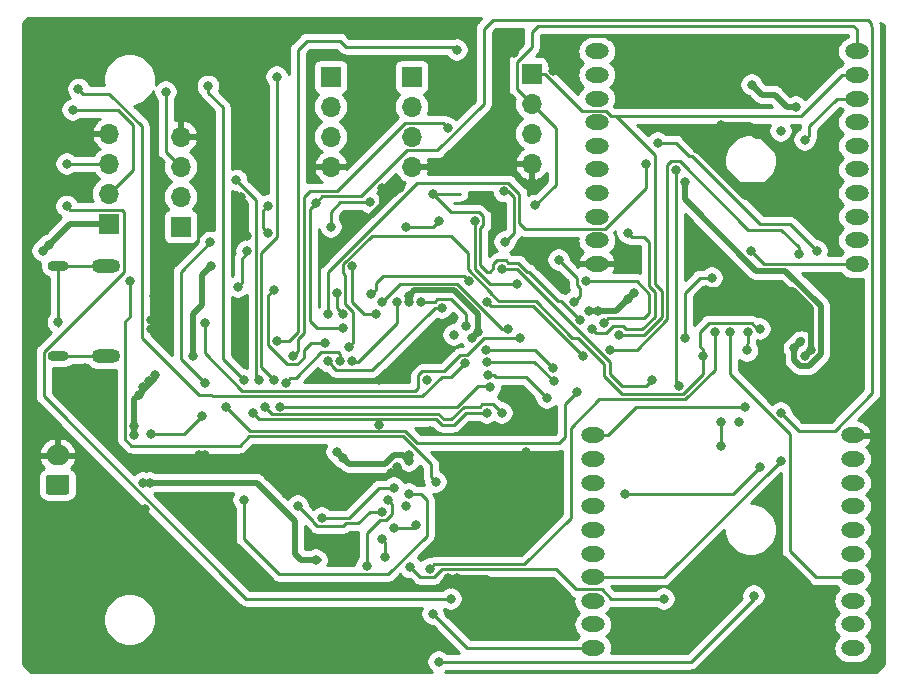
<source format=gbr>
G04 #@! TF.GenerationSoftware,KiCad,Pcbnew,(5.1.2)-1*
G04 #@! TF.CreationDate,2019-08-18T22:38:46+05:30*
G04 #@! TF.ProjectId,SAM21,53414d32-312e-46b6-9963-61645f706362,v1*
G04 #@! TF.SameCoordinates,Original*
G04 #@! TF.FileFunction,Copper,L2,Bot*
G04 #@! TF.FilePolarity,Positive*
%FSLAX46Y46*%
G04 Gerber Fmt 4.6, Leading zero omitted, Abs format (unit mm)*
G04 Created by KiCad (PCBNEW (5.1.2)-1) date 2019-08-18 22:38:46*
%MOMM*%
%LPD*%
G04 APERTURE LIST*
%ADD10O,2.000000X1.300000*%
%ADD11O,2.000000X1.700000*%
%ADD12C,0.100000*%
%ADD13C,1.700000*%
%ADD14O,1.800000X0.900000*%
%ADD15O,2.400000X1.200000*%
%ADD16O,1.700000X1.700000*%
%ADD17R,1.700000X1.700000*%
%ADD18C,0.800000*%
%ADD19C,0.500000*%
%ADD20C,0.250000*%
%ADD21C,0.254000*%
G04 APERTURE END LIST*
D10*
X155878000Y-90026000D03*
X177878000Y-90026000D03*
X155878000Y-88026000D03*
X177878000Y-88026000D03*
X155878000Y-86026000D03*
X177878000Y-86026000D03*
X155878000Y-84026000D03*
X177878000Y-84026000D03*
X155878000Y-82026000D03*
X177878000Y-82026000D03*
X155878000Y-80026000D03*
X177878000Y-80026000D03*
X155878000Y-78026000D03*
X177878000Y-78026000D03*
X155878000Y-76026000D03*
X177878000Y-76026000D03*
X155878000Y-74026000D03*
X177878000Y-74026000D03*
X155878000Y-72026000D03*
X177878000Y-72026000D03*
D11*
X110236000Y-106212000D03*
D12*
G36*
X111010504Y-107863204D02*
G01*
X111034773Y-107866804D01*
X111058571Y-107872765D01*
X111081671Y-107881030D01*
X111103849Y-107891520D01*
X111124893Y-107904133D01*
X111144598Y-107918747D01*
X111162777Y-107935223D01*
X111179253Y-107953402D01*
X111193867Y-107973107D01*
X111206480Y-107994151D01*
X111216970Y-108016329D01*
X111225235Y-108039429D01*
X111231196Y-108063227D01*
X111234796Y-108087496D01*
X111236000Y-108112000D01*
X111236000Y-109312000D01*
X111234796Y-109336504D01*
X111231196Y-109360773D01*
X111225235Y-109384571D01*
X111216970Y-109407671D01*
X111206480Y-109429849D01*
X111193867Y-109450893D01*
X111179253Y-109470598D01*
X111162777Y-109488777D01*
X111144598Y-109505253D01*
X111124893Y-109519867D01*
X111103849Y-109532480D01*
X111081671Y-109542970D01*
X111058571Y-109551235D01*
X111034773Y-109557196D01*
X111010504Y-109560796D01*
X110986000Y-109562000D01*
X109486000Y-109562000D01*
X109461496Y-109560796D01*
X109437227Y-109557196D01*
X109413429Y-109551235D01*
X109390329Y-109542970D01*
X109368151Y-109532480D01*
X109347107Y-109519867D01*
X109327402Y-109505253D01*
X109309223Y-109488777D01*
X109292747Y-109470598D01*
X109278133Y-109450893D01*
X109265520Y-109429849D01*
X109255030Y-109407671D01*
X109246765Y-109384571D01*
X109240804Y-109360773D01*
X109237204Y-109336504D01*
X109236000Y-109312000D01*
X109236000Y-108112000D01*
X109237204Y-108087496D01*
X109240804Y-108063227D01*
X109246765Y-108039429D01*
X109255030Y-108016329D01*
X109265520Y-107994151D01*
X109278133Y-107973107D01*
X109292747Y-107953402D01*
X109309223Y-107935223D01*
X109327402Y-107918747D01*
X109347107Y-107904133D01*
X109368151Y-107891520D01*
X109390329Y-107881030D01*
X109413429Y-107872765D01*
X109437227Y-107866804D01*
X109461496Y-107863204D01*
X109486000Y-107862000D01*
X110986000Y-107862000D01*
X111010504Y-107863204D01*
X111010504Y-107863204D01*
G37*
D13*
X110236000Y-108712000D03*
D14*
X110280000Y-97790000D03*
X110280000Y-90170000D03*
D15*
X114300000Y-97790000D03*
X114300000Y-90170000D03*
D10*
X177546000Y-104554000D03*
X155546000Y-104554000D03*
X177546000Y-106554000D03*
X155546000Y-106554000D03*
X177546000Y-108554000D03*
X155546000Y-108554000D03*
X177546000Y-110554000D03*
X155546000Y-110554000D03*
X177546000Y-112554000D03*
X155546000Y-112554000D03*
X177546000Y-114554000D03*
X155546000Y-114554000D03*
X177546000Y-116554000D03*
X155546000Y-116554000D03*
X177546000Y-118554000D03*
X155546000Y-118554000D03*
X177546000Y-120554000D03*
X155546000Y-120554000D03*
X177546000Y-122554000D03*
X155546000Y-122554000D03*
D16*
X120650000Y-79248000D03*
X120650000Y-81788000D03*
X120650000Y-84328000D03*
D17*
X120650000Y-86868000D03*
D16*
X140208000Y-81788000D03*
X140208000Y-79248000D03*
X140208000Y-76708000D03*
D17*
X140208000Y-74168000D03*
D16*
X133350000Y-81788000D03*
X133350000Y-79248000D03*
X133350000Y-76708000D03*
D17*
X133350000Y-74168000D03*
D16*
X150368000Y-81534000D03*
X150368000Y-78994000D03*
X150368000Y-76454000D03*
D17*
X150368000Y-73914000D03*
D16*
X114554000Y-78994000D03*
X114554000Y-81534000D03*
X114554000Y-84074000D03*
D17*
X114554000Y-86614000D03*
D18*
X150622000Y-89408000D03*
X125730000Y-85090000D03*
X125730000Y-84328000D03*
X126238000Y-87630000D03*
X125730000Y-87122000D03*
X147828000Y-86868000D03*
X146812000Y-117856000D03*
X141732000Y-104140000D03*
X141478000Y-99822000D03*
X137414000Y-99822000D03*
X125730000Y-96774000D03*
X138430000Y-107696000D03*
X138938000Y-107188000D03*
X137414000Y-103632000D03*
X123698000Y-71374000D03*
X124460000Y-71374000D03*
X119888000Y-71628000D03*
X119126000Y-71628000D03*
X111252000Y-71628000D03*
X112014000Y-71628000D03*
X109728000Y-80518000D03*
X108966000Y-80518000D03*
X108966000Y-79756000D03*
X112522000Y-98806000D03*
X112268000Y-99568000D03*
X112268000Y-100330000D03*
X112268000Y-101092000D03*
X135128000Y-119888000D03*
X136906000Y-119888000D03*
X136906000Y-121920000D03*
X123952000Y-119888000D03*
X125730000Y-119888000D03*
X125730000Y-121920000D03*
X117602000Y-112268000D03*
X117602000Y-111506000D03*
X117602000Y-110744000D03*
X125968176Y-93487824D03*
X125968176Y-94249824D03*
X119634000Y-90170000D03*
X119634000Y-90932000D03*
X118618000Y-90932000D03*
X118364000Y-92710000D03*
X118110000Y-94742000D03*
X118872000Y-95250000D03*
X118110000Y-95504000D03*
X108712000Y-104648000D03*
X108712000Y-103632000D03*
X109728000Y-103632000D03*
X112522000Y-106934000D03*
X112522000Y-107950000D03*
X112522000Y-108966000D03*
X143510000Y-117094000D03*
X175514000Y-121412000D03*
X171958000Y-121412000D03*
X172720000Y-121412000D03*
X174752000Y-121412000D03*
X157734000Y-90170000D03*
X157734000Y-89408000D03*
X158496000Y-89408000D03*
X158496000Y-90170000D03*
X153162000Y-92202000D03*
X164338000Y-80264000D03*
X164846000Y-79756000D03*
X165354000Y-79248000D03*
X165862000Y-78740000D03*
X166370000Y-78232000D03*
X172212000Y-82296000D03*
X171704000Y-82804000D03*
X171196000Y-83312000D03*
X170688000Y-83820000D03*
X170180000Y-84328000D03*
X132080000Y-110236000D03*
X131572000Y-109728000D03*
X129540000Y-109474000D03*
X130302000Y-109220000D03*
X131064000Y-109220000D03*
X132588000Y-107950000D03*
X133096000Y-108458000D03*
X133604000Y-108966000D03*
X134112000Y-109474000D03*
X122174000Y-106680000D03*
X122174000Y-106172000D03*
X122682000Y-106172000D03*
X148336000Y-72136000D03*
X148844000Y-71628000D03*
X148844000Y-72136000D03*
X149098000Y-101092000D03*
X149098000Y-102108000D03*
X149098000Y-102870000D03*
X144018000Y-116586000D03*
X143256000Y-116586000D03*
X147320000Y-117348000D03*
X147320000Y-117856000D03*
X165100000Y-92202000D03*
X164846000Y-92964000D03*
X173990000Y-97282000D03*
X173482000Y-97790000D03*
X158242000Y-72898000D03*
X157988000Y-73660000D03*
X157734000Y-74422000D03*
X133858000Y-113538000D03*
X133418000Y-113860000D03*
X131653000Y-113203000D03*
X149860000Y-104140000D03*
X149860000Y-105918000D03*
X137668000Y-83566000D03*
X138430000Y-83566000D03*
X139192000Y-83566000D03*
X152146000Y-73660000D03*
X151900010Y-72652010D03*
X152654000Y-72898000D03*
X139954000Y-92710000D03*
X139954000Y-93218000D03*
X145796000Y-95758000D03*
X145288000Y-96266000D03*
X139954000Y-106680000D03*
X139954000Y-106172000D03*
X155956000Y-93980000D03*
X155194000Y-93980000D03*
X158496000Y-92964000D03*
X159004000Y-92456000D03*
X117430000Y-108540000D03*
X118028000Y-108540000D03*
X132080000Y-115062000D03*
X134366000Y-106426000D03*
X133858000Y-105918000D03*
X172593000Y-97155000D03*
X173101000Y-96647000D03*
X163322000Y-83058000D03*
X121666000Y-97790000D03*
X123190000Y-90170000D03*
X138176000Y-109982000D03*
X136398000Y-115570000D03*
X117094000Y-101092000D03*
X117475000Y-100457000D03*
X117983000Y-99949000D03*
X118491000Y-99441000D03*
X116694001Y-104539999D03*
X116694001Y-103777999D03*
X109474000Y-88392000D03*
X108966000Y-88900000D03*
X168993000Y-74847000D03*
X172720000Y-76708000D03*
X153924000Y-93218000D03*
X152654000Y-89662000D03*
X146558000Y-102616000D03*
X122959000Y-74953000D03*
X125984000Y-99822000D03*
X125984000Y-99822000D03*
X126746000Y-102616000D03*
X147828000Y-102616000D03*
X125349000Y-82931000D03*
X127254000Y-99822000D03*
X127762000Y-102108000D03*
X143764000Y-96012000D03*
X110998000Y-85123000D03*
X143510000Y-118364000D03*
X144687294Y-98459294D03*
X111991000Y-75207000D03*
X146500998Y-97282000D03*
X152146000Y-98806000D03*
X155448000Y-95504000D03*
X158496000Y-87376000D03*
X146558000Y-98298000D03*
X152244499Y-99977501D03*
X158242000Y-109474000D03*
X169672000Y-107188000D03*
X128048000Y-87408000D03*
X128016000Y-85090000D03*
X139700000Y-86868000D03*
X142494000Y-86360000D03*
X110280000Y-94952000D03*
X139954000Y-109474000D03*
X125984000Y-109982000D03*
X139700000Y-110490000D03*
X110998000Y-81534000D03*
X111506000Y-76962000D03*
X150669000Y-85043000D03*
X141986000Y-119634000D03*
X141732000Y-115824000D03*
X165862000Y-95758000D03*
X171450000Y-78740000D03*
X157734000Y-96012000D03*
X119380000Y-75438000D03*
X132867400Y-96748600D03*
X128524000Y-92202000D03*
X123144999Y-88183001D03*
X118110000Y-104394000D03*
X122428000Y-102870000D03*
X122682000Y-100076000D03*
X137668000Y-110998000D03*
X130556000Y-110490000D03*
X171450000Y-106680000D03*
X142240000Y-108458000D03*
X116332000Y-91440000D03*
X125476000Y-91948000D03*
X126238000Y-88900000D03*
X138684000Y-108966000D03*
X132588000Y-111506000D03*
X138734800Y-112395000D03*
X140538200Y-112141000D03*
X142494000Y-123698000D03*
X169164000Y-118110000D03*
X137668000Y-113284000D03*
X161544000Y-118364000D03*
X140081000Y-115697000D03*
X137922000Y-114808000D03*
X130175000Y-97790000D03*
X143256000Y-78486000D03*
X128778000Y-96520000D03*
X144018000Y-71882000D03*
X149352000Y-96266000D03*
X122682000Y-94996000D03*
X133096000Y-98247200D03*
X165608000Y-91186000D03*
X142748000Y-93726000D03*
X163322000Y-96266000D03*
X134112000Y-98247200D03*
X172974000Y-89154000D03*
X156972000Y-97282000D03*
X154178000Y-100838000D03*
X124510800Y-102158800D03*
X129540000Y-100076000D03*
X134874000Y-97078800D03*
X164846000Y-97790000D03*
X169672000Y-95504000D03*
X133146800Y-94310200D03*
X160020000Y-81534000D03*
X174498000Y-88900000D03*
X161036000Y-79756000D03*
X134416800Y-95478600D03*
X132080000Y-84836000D03*
X171450000Y-102616000D03*
X134391400Y-94310200D03*
X133858000Y-92456000D03*
X137160000Y-94234000D03*
X135128000Y-90170000D03*
X136668000Y-84820000D03*
X133350000Y-86868000D03*
X148036000Y-83866000D03*
X148082000Y-88138000D03*
X137668000Y-93218000D03*
X148336000Y-95504000D03*
X146558000Y-93218000D03*
X154686000Y-97790000D03*
X156464000Y-94996000D03*
X154939695Y-91497990D03*
X149098000Y-91694000D03*
X145542000Y-86360000D03*
X144780000Y-95250000D03*
X140970000Y-93218000D03*
X146656499Y-99412499D03*
X141986000Y-84074000D03*
X151638000Y-101346000D03*
X154432000Y-94742000D03*
X146812000Y-100457000D03*
X129032000Y-102108000D03*
X128524000Y-99822000D03*
X128778000Y-74168000D03*
X168402000Y-102108000D03*
X166370000Y-105410000D03*
X166370000Y-103378000D03*
X162560000Y-82042000D03*
X162814000Y-100330000D03*
X167132000Y-95758000D03*
X168910000Y-88900000D03*
X173482000Y-79502000D03*
X135128000Y-98247200D03*
X168585000Y-97353000D03*
X168656000Y-95758000D03*
X167894000Y-103378000D03*
X138938000Y-93218000D03*
X136779000Y-92608400D03*
X145034000Y-91440000D03*
X147828000Y-90424000D03*
X160528000Y-99822000D03*
D19*
X168402000Y-84328000D02*
X170180000Y-84328000D01*
X164338000Y-80264000D02*
X168402000Y-84328000D01*
X170122315Y-83820000D02*
X170688000Y-83820000D01*
X168344315Y-83820000D02*
X170122315Y-83820000D01*
X164846000Y-80321685D02*
X168344315Y-83820000D01*
X164846000Y-79756000D02*
X164846000Y-80321685D01*
X170630315Y-83312000D02*
X171196000Y-83312000D01*
X170612314Y-83330001D02*
X170630315Y-83312000D01*
X167925999Y-83330001D02*
X170612314Y-83330001D01*
X165354000Y-80758002D02*
X167925999Y-83330001D01*
X165354000Y-79248000D02*
X165354000Y-80758002D01*
X172212000Y-81730315D02*
X172212000Y-82296000D01*
X172212000Y-81547998D02*
X172212000Y-81730315D01*
X168896002Y-78232000D02*
X172212000Y-81547998D01*
X166370000Y-78232000D02*
X168896002Y-78232000D01*
X165862000Y-78740000D02*
X168910000Y-78740000D01*
X171704000Y-82238315D02*
X171704000Y-82804000D01*
X171704000Y-81039998D02*
X171704000Y-82238315D01*
X169894001Y-79229999D02*
X171704000Y-81039998D01*
X169399999Y-79229999D02*
X169894001Y-79229999D01*
X168910000Y-78740000D02*
X169399999Y-79229999D01*
X171704000Y-82804000D02*
X171196000Y-83312000D01*
D20*
X147160001Y-117130999D02*
X147348501Y-117319499D01*
D19*
X146558000Y-116586000D02*
X147320000Y-117348000D01*
X144018000Y-116586000D02*
X146558000Y-116586000D01*
X146050000Y-117094000D02*
X146812000Y-117856000D01*
X143510000Y-117094000D02*
X146050000Y-117094000D01*
X146050000Y-116586000D02*
X147320000Y-117856000D01*
X143256000Y-116586000D02*
X146050000Y-116586000D01*
X165100000Y-92202000D02*
X172466000Y-92202000D01*
X173990000Y-93726000D02*
X173990000Y-97282000D01*
X172466000Y-92202000D02*
X173990000Y-93726000D01*
X173990000Y-97282000D02*
X173482000Y-97790000D01*
X164846000Y-92456000D02*
X165100000Y-92202000D01*
X164846000Y-92964000D02*
X164846000Y-92456000D01*
X132761000Y-113203000D02*
X133418000Y-113860000D01*
X131653000Y-113203000D02*
X132761000Y-113203000D01*
X133740000Y-113538000D02*
X133418000Y-113860000D01*
X133858000Y-113538000D02*
X133740000Y-113538000D01*
X137668000Y-84131685D02*
X137668000Y-83566000D01*
X137668000Y-85078002D02*
X137668000Y-84131685D01*
X138430000Y-84316002D02*
X138430000Y-83566000D01*
X136773001Y-85973001D02*
X138430000Y-84316002D01*
X136773001Y-85973001D02*
X137668000Y-85078002D01*
X136784999Y-85973001D02*
X139192000Y-83566000D01*
X136773001Y-85973001D02*
X136784999Y-85973001D01*
X125730000Y-87122000D02*
X125730000Y-84582000D01*
X145796000Y-95758000D02*
X145796000Y-95758000D01*
X157480000Y-93980000D02*
X159004000Y-92456000D01*
X155194000Y-93980000D02*
X157480000Y-93980000D01*
X117430000Y-108540000D02*
X119970000Y-108540000D01*
X119970000Y-108540000D02*
X127082000Y-108540000D01*
X127082000Y-108540000D02*
X130302000Y-111760000D01*
X130302000Y-111760000D02*
X130302000Y-114300000D01*
X130302000Y-114300000D02*
X130302000Y-114554000D01*
X130302000Y-114554000D02*
X130810000Y-115062000D01*
X130810000Y-115062000D02*
X132080000Y-115062000D01*
X132080000Y-115062000D02*
X132334000Y-115062000D01*
X145288000Y-96266000D02*
X145796000Y-95758000D01*
X139954000Y-92710000D02*
X139954000Y-93218000D01*
X133858000Y-105918000D02*
X134874000Y-106934000D01*
X139554001Y-106280001D02*
X139954000Y-106680000D01*
X139446000Y-106172000D02*
X139554001Y-106280001D01*
X138695998Y-106172000D02*
X139446000Y-106172000D01*
X137933998Y-106934000D02*
X138695998Y-106172000D01*
X134874000Y-106934000D02*
X137933998Y-106934000D01*
X140394990Y-92269010D02*
X139954000Y-92710000D01*
X143779824Y-92269010D02*
X140394990Y-92269010D01*
X145796000Y-95758000D02*
X145796000Y-94285186D01*
X145796000Y-94285186D02*
X143779824Y-92269010D01*
X172593000Y-97155000D02*
X173289990Y-96458010D01*
X173289990Y-96458010D02*
X173166010Y-96458010D01*
X163322000Y-83058000D02*
X163322000Y-83058000D01*
X172593000Y-98159002D02*
X172593000Y-97155000D01*
X173890001Y-98640001D02*
X173073999Y-98640001D01*
X173073999Y-98640001D02*
X172593000Y-98159002D01*
X163322000Y-84570002D02*
X169353008Y-90601010D01*
X163322000Y-83058000D02*
X163322000Y-84570002D01*
X169353008Y-90601010D02*
X171854973Y-90601010D01*
X171854973Y-90601010D02*
X174840001Y-93586038D01*
X174840001Y-93586038D02*
X174840001Y-97690001D01*
X174840001Y-97690001D02*
X173890001Y-98640001D01*
X121666000Y-97790000D02*
X121666000Y-94234000D01*
X121666000Y-94234000D02*
X122428000Y-93472000D01*
X122428000Y-93472000D02*
X122428000Y-90932000D01*
X122428000Y-90932000D02*
X123190000Y-90170000D01*
X123190000Y-90170000D02*
X123190000Y-90170000D01*
D20*
X138575999Y-110381999D02*
X138176000Y-109982000D01*
X138575999Y-111163003D02*
X138575999Y-110381999D01*
X138007503Y-111731499D02*
X138575999Y-111163003D01*
X137518701Y-111731499D02*
X138007503Y-111731499D01*
X136398000Y-115570000D02*
X136398000Y-112852200D01*
X136398000Y-112852200D02*
X137518701Y-111731499D01*
D19*
X118491000Y-99695000D02*
X117094000Y-101092000D01*
X118491000Y-99441000D02*
X118491000Y-99695000D01*
X116694001Y-101491999D02*
X116694001Y-103777999D01*
X117094000Y-101092000D02*
X116694001Y-101491999D01*
X116694001Y-104539999D02*
X116694001Y-104539999D01*
X116694001Y-103777999D02*
X116694001Y-104539999D01*
X111252000Y-86614000D02*
X114554000Y-86614000D01*
X108966000Y-88900000D02*
X111252000Y-86614000D01*
X169838000Y-75692000D02*
X168993000Y-74847000D01*
X170942000Y-75692000D02*
X169838000Y-75692000D01*
X171958000Y-76708000D02*
X170942000Y-75692000D01*
X172720000Y-76708000D02*
X171958000Y-76708000D01*
D20*
X152654000Y-89662000D02*
X154178000Y-91186000D01*
X153924000Y-93218000D02*
X154432000Y-92710000D01*
X154432000Y-92710000D02*
X154432000Y-92063297D01*
X154178000Y-91809297D02*
X154178000Y-91186000D01*
X154432000Y-92063297D02*
X154178000Y-91809297D01*
X122959000Y-75518685D02*
X124206000Y-76765685D01*
X122959000Y-74953000D02*
X122959000Y-75518685D01*
X124206000Y-76765685D02*
X124206000Y-98044000D01*
X124206000Y-98044000D02*
X125984000Y-99822000D01*
X125984000Y-99822000D02*
X125984000Y-99822000D01*
X125984000Y-99822000D02*
X125984000Y-99822000D01*
X127290999Y-103160999D02*
X126746000Y-102616000D01*
X142276999Y-103160999D02*
X127290999Y-103160999D01*
X142748000Y-103632000D02*
X142276999Y-103160999D01*
X143764000Y-103632000D02*
X142748000Y-103632000D01*
X146558000Y-102616000D02*
X144780000Y-102616000D01*
X144780000Y-102616000D02*
X143764000Y-103632000D01*
X125349000Y-82931000D02*
X125730000Y-83312000D01*
X125730000Y-83312000D02*
X127000000Y-84582000D01*
X127000000Y-84582000D02*
X127000000Y-99568000D01*
X127000000Y-99568000D02*
X127254000Y-99822000D01*
X127254000Y-99822000D02*
X127254000Y-99822000D01*
X147102999Y-101890999D02*
X147428001Y-102216001D01*
X146209999Y-101890999D02*
X147102999Y-101890999D01*
X147428001Y-102216001D02*
X147828000Y-102616000D01*
X145992998Y-102108000D02*
X146209999Y-101890999D01*
X128364989Y-102710989D02*
X142463400Y-102710990D01*
X127762000Y-102108000D02*
X128364989Y-102710989D01*
X142463400Y-102710990D02*
X142934400Y-103181990D01*
X142934400Y-103181990D02*
X143577600Y-103181990D01*
X143577600Y-103181990D02*
X144651590Y-102108000D01*
X144651590Y-102108000D02*
X145992998Y-102108000D01*
X111313999Y-85438999D02*
X115664001Y-85438999D01*
X110998000Y-85123000D02*
X111313999Y-85438999D01*
X115664001Y-85438999D02*
X115825010Y-85600008D01*
X115825010Y-85600008D02*
X115825010Y-90698961D01*
X109054990Y-101237992D02*
X126180998Y-118364000D01*
X115825010Y-90698961D02*
X109054990Y-97468981D01*
X109054990Y-97468981D02*
X109054990Y-101237992D01*
X126180998Y-118364000D02*
X143510000Y-118364000D01*
X143510000Y-118364000D02*
X143510000Y-118364000D01*
X112390999Y-75606999D02*
X111991000Y-75207000D01*
X114597409Y-75606999D02*
X112390999Y-75606999D01*
X117348000Y-78357590D02*
X114597409Y-75606999D01*
X117348000Y-96266000D02*
X117348000Y-78357590D01*
X122174000Y-101092000D02*
X117348000Y-96266000D01*
X144687294Y-98459294D02*
X143578588Y-99568000D01*
X143578588Y-99568000D02*
X142805002Y-99568000D01*
X142805002Y-99568000D02*
X141121991Y-101251011D01*
X141121991Y-101251011D02*
X123406013Y-101251011D01*
X123406013Y-101251011D02*
X123247002Y-101092000D01*
X123247002Y-101092000D02*
X122174000Y-101092000D01*
X146500998Y-97282000D02*
X150622000Y-97282000D01*
X150622000Y-97282000D02*
X152146000Y-98806000D01*
X152146000Y-98806000D02*
X152146000Y-98806000D01*
X155847999Y-95903999D02*
X155448000Y-95504000D01*
X156629003Y-95903999D02*
X155847999Y-95903999D01*
X158356992Y-95561990D02*
X158082001Y-95286999D01*
X159705190Y-95561990D02*
X158356992Y-95561990D01*
X158895999Y-87775999D02*
X159911999Y-87775999D01*
X157246003Y-95286999D02*
X156629003Y-95903999D01*
X158496000Y-87376000D02*
X158895999Y-87775999D01*
X158082001Y-95286999D02*
X157246003Y-95286999D01*
X159911999Y-87775999D02*
X160331990Y-88195990D01*
X160331990Y-88195990D02*
X160331991Y-91937403D01*
X160782000Y-94485180D02*
X159705190Y-95561990D01*
X160331991Y-91937403D02*
X160782000Y-92387412D01*
X160782000Y-92387412D02*
X160782000Y-94485180D01*
X150564998Y-98298000D02*
X152244499Y-99977501D01*
X146558000Y-98298000D02*
X150564998Y-98298000D01*
X152244499Y-99977501D02*
X152342998Y-100076000D01*
X158242000Y-109474000D02*
X167386000Y-109474000D01*
X167386000Y-109474000D02*
X169672000Y-107188000D01*
X169672000Y-107188000D02*
X169672000Y-107188000D01*
X127648001Y-87008001D02*
X127648001Y-85457999D01*
X128048000Y-87408000D02*
X127648001Y-87008001D01*
X127648001Y-85457999D02*
X128016000Y-85090000D01*
X128016000Y-85090000D02*
X128016000Y-85090000D01*
X139700000Y-86868000D02*
X141986000Y-86868000D01*
X141986000Y-86868000D02*
X142494000Y-86360000D01*
X142494000Y-86360000D02*
X142494000Y-86360000D01*
X112850000Y-97790000D02*
X110280000Y-97790000D01*
X114300000Y-97790000D02*
X112850000Y-97790000D01*
X110280000Y-90170000D02*
X114300000Y-90170000D01*
X110280000Y-90170000D02*
X110280000Y-94952000D01*
X110280000Y-95206000D02*
X110236000Y-95250000D01*
X110280000Y-94952000D02*
X110280000Y-95206000D01*
X125984000Y-109982000D02*
X125984000Y-109982000D01*
X140970000Y-109474000D02*
X139954000Y-109474000D01*
X125984000Y-113284000D02*
X128995001Y-116295001D01*
X125984000Y-109982000D02*
X125984000Y-113284000D01*
X128995001Y-116295001D02*
X138212999Y-116295001D01*
X138212999Y-116295001D02*
X141478000Y-113030000D01*
X141478000Y-113030000D02*
X141478000Y-109982000D01*
X141478000Y-109982000D02*
X140970000Y-109474000D01*
X110998000Y-81534000D02*
X114554000Y-81534000D01*
X114554000Y-84074000D02*
X116586000Y-82042000D01*
X116586000Y-82042000D02*
X116586000Y-79286998D01*
X116586000Y-79286998D02*
X116586000Y-78232000D01*
X116586000Y-78232000D02*
X115316000Y-76962000D01*
X115316000Y-76962000D02*
X111506000Y-76962000D01*
X111506000Y-76962000D02*
X111506000Y-76962000D01*
X178228000Y-72026000D02*
X177878000Y-72026000D01*
X150669000Y-85043000D02*
X152400000Y-83312000D01*
X152400000Y-78486000D02*
X150368000Y-76454000D01*
X152400000Y-83312000D02*
X152400000Y-78486000D01*
X155546000Y-122554000D02*
X144906000Y-122554000D01*
X144906000Y-122554000D02*
X142494000Y-120142000D01*
X141986000Y-119634000D02*
X141986000Y-119634000D01*
X142494000Y-120142000D02*
X141986000Y-119634000D01*
X142131999Y-115424001D02*
X149751999Y-115424001D01*
X141732000Y-115824000D02*
X142131999Y-115424001D01*
X149751999Y-115424001D02*
X153670000Y-111506000D01*
X153670000Y-111506000D02*
X153670000Y-103886000D01*
X163348402Y-101505010D02*
X165862000Y-98991412D01*
X153670000Y-103886000D02*
X156050989Y-101505011D01*
X156050989Y-101505011D02*
X163348402Y-101505010D01*
X165862000Y-98991412D02*
X165862000Y-95758000D01*
X165862000Y-95758000D02*
X165862000Y-95758000D01*
X177528000Y-72026000D02*
X177878000Y-72026000D01*
X177546000Y-69850000D02*
X177878000Y-70182000D01*
X150876000Y-69850000D02*
X177546000Y-69850000D01*
X150368000Y-76454000D02*
X149098000Y-75184000D01*
X149098000Y-75184000D02*
X149098000Y-72898998D01*
X149154004Y-72898998D02*
X150368000Y-71685002D01*
X177878000Y-70182000D02*
X177878000Y-72026000D01*
X150368000Y-71685002D02*
X150368000Y-70358000D01*
X149098000Y-72898998D02*
X149154004Y-72898998D01*
X150368000Y-70358000D02*
X150876000Y-69850000D01*
X177878000Y-74026000D02*
X176628000Y-74026000D01*
X176628000Y-74026000D02*
X173184000Y-77470000D01*
X151468000Y-73914000D02*
X150368000Y-73914000D01*
X154604990Y-77050990D02*
X151468000Y-73914000D01*
X156631862Y-77050990D02*
X154604990Y-77050990D01*
X157050872Y-77470000D02*
X156631862Y-77050990D01*
X160782000Y-80772000D02*
X157480000Y-77470000D01*
X157480000Y-77470000D02*
X157050872Y-77470000D01*
X173184000Y-77470000D02*
X157480000Y-77470000D01*
X160782000Y-91751002D02*
X160782000Y-80772000D01*
X157734000Y-96012000D02*
X159891590Y-96012000D01*
X159891590Y-96012000D02*
X161384989Y-94518601D01*
X161384989Y-92353991D02*
X160782000Y-91751002D01*
X161384989Y-94518601D02*
X161384989Y-92353991D01*
X119380000Y-80518000D02*
X120650000Y-81788000D01*
X119380000Y-75438000D02*
X119380000Y-80518000D01*
X128524000Y-92202000D02*
X128524000Y-92202000D01*
X118110000Y-104394000D02*
X120904000Y-104394000D01*
X120904000Y-104394000D02*
X122428000Y-102870000D01*
X122428000Y-102870000D02*
X122428000Y-102870000D01*
X120650000Y-98044000D02*
X122682000Y-100076000D01*
X123144999Y-88183001D02*
X120650000Y-90678000D01*
X120650000Y-90678000D02*
X120650000Y-98044000D01*
X128052999Y-92673001D02*
X128524000Y-92202000D01*
X131648200Y-96748600D02*
X131064000Y-97332800D01*
X131064000Y-97332800D02*
X131064000Y-97974002D01*
X132867400Y-96748600D02*
X131648200Y-96748600D01*
X128052999Y-96868001D02*
X128052999Y-92673001D01*
X129699999Y-98515001D02*
X128052999Y-96868001D01*
X130523001Y-98515001D02*
X129699999Y-98515001D01*
X131064000Y-97974002D02*
X130523001Y-98515001D01*
X131862999Y-111854001D02*
X132239999Y-112231001D01*
X131862999Y-111796999D02*
X131862999Y-111854001D01*
X130556000Y-110490000D02*
X131862999Y-111796999D01*
X134677990Y-111956010D02*
X135693990Y-111956010D01*
X132239999Y-112231001D02*
X134402999Y-112231001D01*
X134402999Y-112231001D02*
X134677990Y-111956010D01*
X136652000Y-110998000D02*
X137668000Y-110998000D01*
X135693990Y-111956010D02*
X136652000Y-110998000D01*
X161576000Y-116554000D02*
X171450000Y-106680000D01*
X155546000Y-116554000D02*
X161576000Y-116554000D01*
X139466003Y-104611001D02*
X126455001Y-104611001D01*
X141840001Y-106984999D02*
X139466003Y-104611001D01*
X142240000Y-108458000D02*
X141840001Y-108058001D01*
X141840001Y-108058001D02*
X141840001Y-106984999D01*
X116332000Y-94488000D02*
X116332000Y-91440000D01*
X116332000Y-91440000D02*
X116332000Y-91440000D01*
X126455001Y-104611001D02*
X125656002Y-105410000D01*
X115969000Y-94851000D02*
X116332000Y-94488000D01*
X115969000Y-104888000D02*
X115969000Y-94851000D01*
X116491000Y-105410000D02*
X115969000Y-104888000D01*
X125656002Y-105410000D02*
X116491000Y-105410000D01*
X125875999Y-91548001D02*
X125476000Y-91948000D01*
X125875999Y-89516001D02*
X125875999Y-91548001D01*
X126238000Y-88900000D02*
X126238000Y-89154000D01*
X126238000Y-89154000D02*
X125875999Y-89516001D01*
X132588000Y-111506000D02*
X134874000Y-111506000D01*
X137414000Y-108966000D02*
X138684000Y-108966000D01*
X134874000Y-111506000D02*
X137414000Y-108966000D01*
X140462000Y-112268000D02*
X140462000Y-112268000D01*
X142494000Y-123698000D02*
X163830000Y-123698000D01*
X163830000Y-123698000D02*
X169164000Y-118364000D01*
X169164000Y-118364000D02*
X169164000Y-118110000D01*
X169164000Y-118110000D02*
X169164000Y-118110000D01*
X140284200Y-112395000D02*
X140538200Y-112141000D01*
X138734800Y-112395000D02*
X140284200Y-112395000D01*
X161544000Y-118364000D02*
X157084872Y-118364000D01*
X157084872Y-118364000D02*
X156299862Y-117578990D01*
X140081000Y-115697000D02*
X139954000Y-115570000D01*
X137922000Y-113538000D02*
X137668000Y-113284000D01*
X137922000Y-114808000D02*
X137922000Y-113538000D01*
X142080001Y-116549001D02*
X142748000Y-115881002D01*
X140081000Y-115697000D02*
X140933001Y-116549001D01*
X140933001Y-116549001D02*
X142080001Y-116549001D01*
X142748000Y-115881002D02*
X152457002Y-115881002D01*
X154154990Y-117578990D02*
X156299862Y-117578990D01*
X152457002Y-115881002D02*
X154154990Y-117578990D01*
X143256000Y-78486000D02*
X143256000Y-78486000D01*
X142842999Y-78072999D02*
X143256000Y-78486000D01*
X139643999Y-78072999D02*
X142842999Y-78072999D01*
X131064000Y-84328000D02*
X131572000Y-83820000D01*
X131572000Y-83820000D02*
X133896998Y-83820000D01*
X133896998Y-83820000D02*
X139643999Y-78072999D01*
X131064000Y-95886410D02*
X131064000Y-84328000D01*
X130574999Y-96375411D02*
X131064000Y-95886410D01*
X130574999Y-97390001D02*
X130574999Y-96375411D01*
X130175000Y-97790000D02*
X130574999Y-97390001D01*
X143764000Y-71628000D02*
X144018000Y-71882000D01*
X144018000Y-71882000D02*
X144018000Y-71882000D01*
X134112000Y-71120000D02*
X134620000Y-71628000D01*
X131318000Y-71120000D02*
X134112000Y-71120000D01*
X134620000Y-71628000D02*
X143764000Y-71628000D01*
X128778000Y-96520000D02*
X129794000Y-96520000D01*
X130556000Y-95758000D02*
X130556000Y-71882000D01*
X129794000Y-96520000D02*
X130556000Y-95758000D01*
X130556000Y-71882000D02*
X131318000Y-71120000D01*
X125889999Y-100801001D02*
X122682000Y-97593002D01*
X129434413Y-100801001D02*
X125889999Y-100801001D01*
X122682000Y-97593002D02*
X122682000Y-94996000D01*
X122682000Y-94996000D02*
X122682000Y-94996000D01*
X140498999Y-100801001D02*
X129434413Y-100801001D01*
X140752999Y-99473999D02*
X140752999Y-100547001D01*
X146361002Y-96266000D02*
X144892709Y-97734293D01*
X149352000Y-96266000D02*
X146361002Y-96266000D01*
X144892709Y-97734293D02*
X144327707Y-97734293D01*
X144327707Y-97734293D02*
X142965001Y-99096999D01*
X142965001Y-99096999D02*
X141129999Y-99096999D01*
X140752999Y-100547001D02*
X140498999Y-100801001D01*
X141129999Y-99096999D02*
X140752999Y-99473999D01*
X142748000Y-93726000D02*
X142748000Y-93726000D01*
X163322000Y-96266000D02*
X163322000Y-92456000D01*
X164592000Y-91186000D02*
X165608000Y-91186000D01*
X163322000Y-92456000D02*
X164592000Y-91186000D01*
X133426200Y-98577400D02*
X133096000Y-98247200D01*
X133426200Y-98634402D02*
X133426200Y-98577400D01*
X133814799Y-99023001D02*
X133426200Y-98634402D01*
X136885997Y-99023001D02*
X133814799Y-99023001D01*
X142748000Y-93726000D02*
X142182998Y-93726000D01*
X142182998Y-93726000D02*
X136885997Y-99023001D01*
X138196991Y-104160991D02*
X138176000Y-104140000D01*
X138196991Y-104160991D02*
X126766991Y-104160991D01*
X159258000Y-97282000D02*
X156972000Y-97282000D01*
X161834999Y-94705001D02*
X159258000Y-97282000D01*
X161834999Y-81693999D02*
X161834999Y-94705001D01*
X172974000Y-88588315D02*
X171507685Y-87122000D01*
X172974000Y-89154000D02*
X172974000Y-88588315D01*
X171507685Y-87122000D02*
X168713002Y-87122000D01*
X168713002Y-87122000D02*
X162908001Y-81316999D01*
X162908001Y-81316999D02*
X162211999Y-81316999D01*
X162211999Y-81316999D02*
X161834999Y-81693999D01*
X124910799Y-102584199D02*
X126487591Y-104160991D01*
X124510800Y-102158800D02*
X124910799Y-102558799D01*
X124910799Y-102558799D02*
X124910799Y-102584199D01*
X126487591Y-104160991D02*
X126766991Y-104160991D01*
X134112000Y-97681515D02*
X134112000Y-98247200D01*
X133952684Y-97522199D02*
X134112000Y-97681515D01*
X132551001Y-97522199D02*
X133952684Y-97522199D01*
X130397199Y-99676001D02*
X132551001Y-97522199D01*
X129939999Y-99676001D02*
X130397199Y-99676001D01*
X129540000Y-100076000D02*
X129939999Y-99676001D01*
X153162000Y-101854000D02*
X154178000Y-100838000D01*
X153162000Y-104648000D02*
X153162000Y-101854000D01*
X152654000Y-105156000D02*
X153162000Y-104648000D01*
X140647412Y-105156000D02*
X152654000Y-105156000D01*
X138196991Y-104160991D02*
X139652403Y-104160991D01*
X139652403Y-104160991D02*
X140647412Y-105156000D01*
X169004001Y-95032999D02*
X167603001Y-95032999D01*
X169672000Y-95504000D02*
X169475002Y-95504000D01*
X169475002Y-95504000D02*
X169004001Y-95032999D01*
X167603001Y-95032999D02*
X167566002Y-94996000D01*
X167566002Y-94996000D02*
X165354000Y-94996000D01*
X165354000Y-94996000D02*
X164592000Y-95758000D01*
X164592000Y-95758000D02*
X164592000Y-97028000D01*
X164846000Y-97224315D02*
X164846000Y-97790000D01*
X164649685Y-97028000D02*
X164846000Y-97224315D01*
X164592000Y-97028000D02*
X164649685Y-97028000D01*
X146874795Y-92461793D02*
X146874795Y-92393205D01*
X153798410Y-96266000D02*
X150700399Y-93167989D01*
X156521990Y-98484400D02*
X154303590Y-96266000D01*
X147580991Y-93167989D02*
X146874795Y-92461793D01*
X150700399Y-93167989D02*
X147580991Y-93167989D01*
X156521990Y-99551992D02*
X156521990Y-98484400D01*
X146874795Y-92393205D02*
X146900591Y-92419001D01*
X164846000Y-97790000D02*
X164846000Y-99371002D01*
X164846000Y-99371002D02*
X163162001Y-101055001D01*
X154303590Y-96266000D02*
X153798410Y-96266000D01*
X163162001Y-101055001D02*
X158024999Y-101055001D01*
X158024999Y-101055001D02*
X156521990Y-99551992D01*
X144969795Y-90488205D02*
X146874795Y-92393205D01*
X144969795Y-89089795D02*
X144969795Y-90488205D01*
X143510000Y-87630000D02*
X144969795Y-89089795D01*
X136848998Y-87630000D02*
X143510000Y-87630000D01*
X134402999Y-90075999D02*
X136848998Y-87630000D01*
X134562010Y-90931012D02*
X134402999Y-90772001D01*
X135273999Y-96678801D02*
X135273999Y-94119797D01*
X134874000Y-97078800D02*
X135273999Y-96678801D01*
X135273999Y-94119797D02*
X134575402Y-93421200D01*
X134402999Y-90772001D02*
X134402999Y-90075999D01*
X134575402Y-93421200D02*
X134575402Y-93301812D01*
X134575402Y-93301812D02*
X134562010Y-93288420D01*
X134562010Y-93288420D02*
X134562010Y-90931012D01*
X140701589Y-83140999D02*
X148389999Y-83140999D01*
X133096000Y-90746588D02*
X140701589Y-83140999D01*
X160020000Y-81534000D02*
X160020000Y-81534000D01*
X172269990Y-86671990D02*
X169729990Y-86671990D01*
X174498000Y-88900000D02*
X172269990Y-86671990D01*
X169729990Y-86671990D02*
X163924989Y-80866989D01*
X163924989Y-80866989D02*
X163670989Y-80866989D01*
X163670989Y-80866989D02*
X162560000Y-79756000D01*
X162560000Y-79756000D02*
X161036000Y-79756000D01*
X161036000Y-79756000D02*
X161036000Y-79756000D01*
X149337500Y-86599500D02*
X149337500Y-84088500D01*
X148389999Y-83140999D02*
X149337500Y-84088500D01*
X160020000Y-81534000D02*
X160020000Y-83612872D01*
X160020000Y-83612872D02*
X156581882Y-87050990D01*
X156581882Y-87050990D02*
X149788990Y-87050990D01*
X149788990Y-87050990D02*
X149337500Y-86599500D01*
X133096000Y-92767002D02*
X133096000Y-90746588D01*
X133146800Y-92817802D02*
X133096000Y-92767002D01*
X133146800Y-94310200D02*
X133146800Y-92817802D01*
X132080000Y-84836000D02*
X132080000Y-84836000D01*
X171450000Y-102616000D02*
X171450000Y-102616000D01*
X131572000Y-85344000D02*
X132080000Y-84836000D01*
X172974000Y-104140000D02*
X171450000Y-102616000D01*
X176022000Y-104140000D02*
X172974000Y-104140000D01*
X179203010Y-100958990D02*
X176022000Y-104140000D01*
X179070000Y-69596000D02*
X179070000Y-69872040D01*
X147066000Y-69342000D02*
X178816000Y-69342000D01*
X132645990Y-84270010D02*
X135947990Y-84270010D01*
X179070000Y-69872040D02*
X179203010Y-70005050D01*
X132080000Y-84836000D02*
X132645990Y-84270010D01*
X179203010Y-70005050D02*
X179203010Y-100958990D01*
X135947990Y-84270010D02*
X139794999Y-80423001D01*
X146304000Y-70104000D02*
X147066000Y-69342000D01*
X139794999Y-80423001D02*
X142392001Y-80423001D01*
X142392001Y-80423001D02*
X146304000Y-76511002D01*
X178816000Y-69342000D02*
X179070000Y-69596000D01*
X146304000Y-76511002D02*
X146304000Y-70104000D01*
X131572000Y-85344000D02*
X131572000Y-94843600D01*
X132207000Y-95478600D02*
X134416800Y-95478600D01*
X131572000Y-94843600D02*
X132207000Y-95478600D01*
X133858000Y-93776800D02*
X133858000Y-92456000D01*
X134391400Y-94310200D02*
X133858000Y-93776800D01*
X136144000Y-94234000D02*
X137160000Y-94234000D01*
X135128000Y-93218000D02*
X136144000Y-94234000D01*
X134128000Y-84820000D02*
X136668000Y-84820000D01*
X133350000Y-86868000D02*
X133350000Y-85598000D01*
X133350000Y-85598000D02*
X134128000Y-84820000D01*
X148036000Y-83866000D02*
X148382000Y-83866000D01*
X148382000Y-83866000D02*
X148844000Y-84328000D01*
X148844000Y-87376000D02*
X148844000Y-84328000D01*
X148082000Y-88138000D02*
X148844000Y-87376000D01*
X135128000Y-90678000D02*
X135128000Y-90170000D01*
X135128000Y-90678000D02*
X135128000Y-93218000D01*
X135128000Y-90424000D02*
X135128000Y-90678000D01*
X137668000Y-93218000D02*
X139192000Y-91694000D01*
X139192000Y-91694000D02*
X144018000Y-91694000D01*
X144018000Y-91694000D02*
X147828000Y-95504000D01*
X147828000Y-95504000D02*
X148336000Y-95504000D01*
X148336000Y-95504000D02*
X148336000Y-95504000D01*
X146957999Y-93617999D02*
X150513999Y-93617999D01*
X146558000Y-93218000D02*
X146957999Y-93617999D01*
X150513999Y-93617999D02*
X152908000Y-96012000D01*
X159911999Y-94596001D02*
X160331990Y-94176010D01*
X156464000Y-94996000D02*
X156863999Y-94596001D01*
X156863999Y-94596001D02*
X159911999Y-94596001D01*
X159256168Y-91497990D02*
X154939695Y-91497990D01*
X160331990Y-92573812D02*
X159256168Y-91497990D01*
X160331990Y-94176010D02*
X160331990Y-92573812D01*
X154686000Y-97790000D02*
X152908000Y-96012000D01*
X154939695Y-91497990D02*
X154939695Y-91497990D01*
X146812000Y-91694000D02*
X149098000Y-91694000D01*
X145542000Y-86360000D02*
X145542000Y-90424000D01*
X145542000Y-90424000D02*
X146812000Y-91694000D01*
X142399999Y-93000999D02*
X143546999Y-93000999D01*
X140970000Y-93218000D02*
X142182998Y-93218000D01*
X142182998Y-93218000D02*
X142399999Y-93000999D01*
X144780000Y-94234000D02*
X144780000Y-95250000D01*
X143546999Y-93000999D02*
X144780000Y-94234000D01*
X141986000Y-84074000D02*
X144329002Y-84074000D01*
X147222184Y-99412499D02*
X147377685Y-99568000D01*
X146656499Y-99412499D02*
X147222184Y-99412499D01*
X147377685Y-99568000D02*
X149860000Y-99568000D01*
X149860000Y-99568000D02*
X151638000Y-101346000D01*
X151638000Y-101346000D02*
X151638000Y-101346000D01*
X147479999Y-89698999D02*
X148176001Y-89698999D01*
X149226410Y-89916000D02*
X149988410Y-90678000D01*
X147102999Y-90075999D02*
X147479999Y-89698999D01*
X147102999Y-90387001D02*
X147102999Y-90075999D01*
X148393002Y-89916000D02*
X149226410Y-89916000D01*
X146812000Y-90678000D02*
X147102999Y-90387001D01*
X146558000Y-90678000D02*
X146812000Y-90678000D01*
X148176001Y-89698999D02*
X148393002Y-89916000D01*
X145992010Y-90112010D02*
X146558000Y-90678000D01*
X143546999Y-85634999D02*
X145890001Y-85634999D01*
X141986000Y-84074000D02*
X143546999Y-85634999D01*
X145890001Y-85634999D02*
X146267001Y-86011999D01*
X146267001Y-86011999D02*
X146267001Y-86708001D01*
X146267001Y-86708001D02*
X145992010Y-86982992D01*
X145992010Y-86982992D02*
X145992010Y-90112010D01*
X152617001Y-93181001D02*
X150114000Y-90678000D01*
X152871001Y-93181001D02*
X152617001Y-93181001D01*
X154432000Y-94742000D02*
X152871001Y-93181001D01*
X149988410Y-90678000D02*
X150114000Y-90678000D01*
X145793180Y-100330000D02*
X144015180Y-102108000D01*
X146812000Y-100330000D02*
X145793180Y-100330000D01*
X144015180Y-102108000D02*
X129032000Y-102108000D01*
X127450010Y-89078992D02*
X128778000Y-87751002D01*
X128524000Y-99822000D02*
X127450010Y-98748010D01*
X127450010Y-98748010D02*
X127450010Y-89078992D01*
X128778000Y-87751002D02*
X128778000Y-74168000D01*
X128778000Y-74168000D02*
X128778000Y-74168000D01*
X167836315Y-102108000D02*
X168402000Y-102108000D01*
X159242000Y-102108000D02*
X167836315Y-102108000D01*
X156796000Y-104554000D02*
X159242000Y-102108000D01*
X155546000Y-104554000D02*
X156796000Y-104554000D01*
X166370000Y-103378000D02*
X166370000Y-105410000D01*
X162560000Y-100076000D02*
X162814000Y-100330000D01*
X162560000Y-82042000D02*
X162560000Y-100076000D01*
X167132000Y-95758000D02*
X167132000Y-99314000D01*
X167132000Y-99314000D02*
X172212000Y-104394000D01*
X172212000Y-104394000D02*
X172212000Y-114300000D01*
X174466000Y-116554000D02*
X177546000Y-116554000D01*
X172212000Y-114300000D02*
X174466000Y-116554000D01*
X170324000Y-90026000D02*
X177878000Y-90026000D01*
X170036000Y-90026000D02*
X170324000Y-90026000D01*
X168910000Y-88900000D02*
X170036000Y-90026000D01*
X173881999Y-79102001D02*
X173881999Y-78340001D01*
X173482000Y-79502000D02*
X173881999Y-79102001D01*
X176196000Y-76026000D02*
X177878000Y-76026000D01*
X173881999Y-78340001D02*
X176196000Y-76026000D01*
X168585000Y-96787315D02*
X168656000Y-96716315D01*
X168585000Y-97353000D02*
X168585000Y-96787315D01*
X168656000Y-96716315D02*
X168656000Y-96012000D01*
X168656000Y-96012000D02*
X168656000Y-95758000D01*
X168656000Y-95758000D02*
X168656000Y-95758000D01*
X135693685Y-98298000D02*
X138938000Y-95053685D01*
X135128000Y-98298000D02*
X135693685Y-98298000D01*
X138938000Y-95053685D02*
X138938000Y-93218000D01*
X138938000Y-93218000D02*
X138938000Y-93218000D01*
X149098000Y-90424000D02*
X156972000Y-98298000D01*
X156972000Y-98298000D02*
X156972000Y-99314000D01*
X156972000Y-99314000D02*
X157988000Y-100330000D01*
X157988000Y-100330000D02*
X160020000Y-100330000D01*
X160020000Y-100330000D02*
X160528000Y-99822000D01*
X160528000Y-99822000D02*
X160528000Y-99822000D01*
X149098000Y-90424000D02*
X147828000Y-90424000D01*
X144634001Y-91040001D02*
X145034000Y-91440000D01*
X137813999Y-91040001D02*
X144634001Y-91040001D01*
X137178999Y-91675001D02*
X137813999Y-91040001D01*
X136779000Y-92608400D02*
X137178999Y-92208401D01*
X137178999Y-92208401D02*
X137178999Y-91675001D01*
D21*
G36*
X145792998Y-69540201D02*
G01*
X145764000Y-69563999D01*
X145740202Y-69592997D01*
X145740201Y-69592998D01*
X145669026Y-69679724D01*
X145598454Y-69811754D01*
X145574794Y-69889753D01*
X145554998Y-69955014D01*
X145545884Y-70047546D01*
X145540324Y-70104000D01*
X145544001Y-70141332D01*
X145544000Y-76196200D01*
X143986956Y-77753245D01*
X143915774Y-77682063D01*
X143746256Y-77568795D01*
X143557898Y-77490774D01*
X143357939Y-77451000D01*
X143283085Y-77451000D01*
X143267275Y-77438025D01*
X143135246Y-77367453D01*
X142991985Y-77323996D01*
X142880332Y-77312999D01*
X142880321Y-77312999D01*
X142842999Y-77309323D01*
X142805677Y-77312999D01*
X141568444Y-77312999D01*
X141586599Y-77279034D01*
X141671513Y-76999111D01*
X141700185Y-76708000D01*
X141671513Y-76416889D01*
X141586599Y-76136966D01*
X141448706Y-75878986D01*
X141263134Y-75652866D01*
X141233313Y-75628393D01*
X141302180Y-75607502D01*
X141412494Y-75548537D01*
X141509185Y-75469185D01*
X141588537Y-75372494D01*
X141647502Y-75262180D01*
X141683812Y-75142482D01*
X141696072Y-75018000D01*
X141696072Y-73318000D01*
X141683812Y-73193518D01*
X141647502Y-73073820D01*
X141588537Y-72963506D01*
X141509185Y-72866815D01*
X141412494Y-72787463D01*
X141302180Y-72728498D01*
X141182482Y-72692188D01*
X141058000Y-72679928D01*
X139358000Y-72679928D01*
X139233518Y-72692188D01*
X139113820Y-72728498D01*
X139003506Y-72787463D01*
X138906815Y-72866815D01*
X138827463Y-72963506D01*
X138768498Y-73073820D01*
X138732188Y-73193518D01*
X138719928Y-73318000D01*
X138719928Y-75018000D01*
X138732188Y-75142482D01*
X138768498Y-75262180D01*
X138827463Y-75372494D01*
X138906815Y-75469185D01*
X139003506Y-75548537D01*
X139113820Y-75607502D01*
X139182687Y-75628393D01*
X139152866Y-75652866D01*
X138967294Y-75878986D01*
X138829401Y-76136966D01*
X138744487Y-76416889D01*
X138715815Y-76708000D01*
X138744487Y-76999111D01*
X138829401Y-77279034D01*
X138967294Y-77537014D01*
X139029448Y-77612748D01*
X134689859Y-81952337D01*
X134670155Y-81915000D01*
X133477000Y-81915000D01*
X133477000Y-81935000D01*
X133223000Y-81935000D01*
X133223000Y-81915000D01*
X132029845Y-81915000D01*
X131908524Y-82144890D01*
X131953175Y-82292099D01*
X132078359Y-82554920D01*
X132252412Y-82788269D01*
X132468645Y-82983178D01*
X132597612Y-83060000D01*
X131609322Y-83060000D01*
X131571999Y-83056324D01*
X131534676Y-83060000D01*
X131534667Y-83060000D01*
X131423014Y-83070997D01*
X131316000Y-83103459D01*
X131316000Y-76708000D01*
X131857815Y-76708000D01*
X131886487Y-76999111D01*
X131971401Y-77279034D01*
X132109294Y-77537014D01*
X132294866Y-77763134D01*
X132520986Y-77948706D01*
X132575791Y-77978000D01*
X132520986Y-78007294D01*
X132294866Y-78192866D01*
X132109294Y-78418986D01*
X131971401Y-78676966D01*
X131886487Y-78956889D01*
X131857815Y-79248000D01*
X131886487Y-79539111D01*
X131971401Y-79819034D01*
X132109294Y-80077014D01*
X132294866Y-80303134D01*
X132520986Y-80488706D01*
X132585523Y-80523201D01*
X132468645Y-80592822D01*
X132252412Y-80787731D01*
X132078359Y-81021080D01*
X131953175Y-81283901D01*
X131908524Y-81431110D01*
X132029845Y-81661000D01*
X133223000Y-81661000D01*
X133223000Y-81641000D01*
X133477000Y-81641000D01*
X133477000Y-81661000D01*
X134670155Y-81661000D01*
X134791476Y-81431110D01*
X134746825Y-81283901D01*
X134621641Y-81021080D01*
X134447588Y-80787731D01*
X134231355Y-80592822D01*
X134114477Y-80523201D01*
X134179014Y-80488706D01*
X134405134Y-80303134D01*
X134590706Y-80077014D01*
X134728599Y-79819034D01*
X134813513Y-79539111D01*
X134842185Y-79248000D01*
X134813513Y-78956889D01*
X134728599Y-78676966D01*
X134590706Y-78418986D01*
X134405134Y-78192866D01*
X134179014Y-78007294D01*
X134124209Y-77978000D01*
X134179014Y-77948706D01*
X134405134Y-77763134D01*
X134590706Y-77537014D01*
X134728599Y-77279034D01*
X134813513Y-76999111D01*
X134842185Y-76708000D01*
X134813513Y-76416889D01*
X134728599Y-76136966D01*
X134590706Y-75878986D01*
X134405134Y-75652866D01*
X134375313Y-75628393D01*
X134444180Y-75607502D01*
X134554494Y-75548537D01*
X134651185Y-75469185D01*
X134730537Y-75372494D01*
X134789502Y-75262180D01*
X134825812Y-75142482D01*
X134838072Y-75018000D01*
X134838072Y-73318000D01*
X134825812Y-73193518D01*
X134789502Y-73073820D01*
X134730537Y-72963506D01*
X134651185Y-72866815D01*
X134554494Y-72787463D01*
X134444180Y-72728498D01*
X134324482Y-72692188D01*
X134200000Y-72679928D01*
X132500000Y-72679928D01*
X132375518Y-72692188D01*
X132255820Y-72728498D01*
X132145506Y-72787463D01*
X132048815Y-72866815D01*
X131969463Y-72963506D01*
X131910498Y-73073820D01*
X131874188Y-73193518D01*
X131861928Y-73318000D01*
X131861928Y-75018000D01*
X131874188Y-75142482D01*
X131910498Y-75262180D01*
X131969463Y-75372494D01*
X132048815Y-75469185D01*
X132145506Y-75548537D01*
X132255820Y-75607502D01*
X132324687Y-75628393D01*
X132294866Y-75652866D01*
X132109294Y-75878986D01*
X131971401Y-76136966D01*
X131886487Y-76416889D01*
X131857815Y-76708000D01*
X131316000Y-76708000D01*
X131316000Y-72196801D01*
X131632802Y-71880000D01*
X133797199Y-71880000D01*
X134056200Y-72139002D01*
X134079999Y-72168001D01*
X134195724Y-72262974D01*
X134327753Y-72333546D01*
X134471014Y-72377003D01*
X134582667Y-72388000D01*
X134582676Y-72388000D01*
X134619999Y-72391676D01*
X134657322Y-72388000D01*
X143111315Y-72388000D01*
X143214063Y-72541774D01*
X143358226Y-72685937D01*
X143527744Y-72799205D01*
X143716102Y-72877226D01*
X143916061Y-72917000D01*
X144119939Y-72917000D01*
X144319898Y-72877226D01*
X144508256Y-72799205D01*
X144677774Y-72685937D01*
X144821937Y-72541774D01*
X144935205Y-72372256D01*
X145013226Y-72183898D01*
X145053000Y-71983939D01*
X145053000Y-71780061D01*
X145013226Y-71580102D01*
X144935205Y-71391744D01*
X144821937Y-71222226D01*
X144677774Y-71078063D01*
X144508256Y-70964795D01*
X144319898Y-70886774D01*
X144119939Y-70847000D01*
X143916061Y-70847000D01*
X143807455Y-70868603D01*
X143801333Y-70868000D01*
X143801322Y-70868000D01*
X143764000Y-70864324D01*
X143726678Y-70868000D01*
X134934802Y-70868000D01*
X134675803Y-70609002D01*
X134652001Y-70579999D01*
X134536276Y-70485026D01*
X134404247Y-70414454D01*
X134260986Y-70370997D01*
X134149333Y-70360000D01*
X134149322Y-70360000D01*
X134112000Y-70356324D01*
X134074678Y-70360000D01*
X131355325Y-70360000D01*
X131318000Y-70356324D01*
X131280675Y-70360000D01*
X131280667Y-70360000D01*
X131169014Y-70370997D01*
X131025753Y-70414454D01*
X130893724Y-70485026D01*
X130777999Y-70579999D01*
X130754201Y-70608998D01*
X130044998Y-71318201D01*
X130016000Y-71341999D01*
X129992202Y-71370997D01*
X129992201Y-71370998D01*
X129921026Y-71457724D01*
X129850454Y-71589754D01*
X129838853Y-71627999D01*
X129806999Y-71733013D01*
X129806998Y-71733015D01*
X129792324Y-71882000D01*
X129796001Y-71919333D01*
X129796001Y-73980600D01*
X129773226Y-73866102D01*
X129695205Y-73677744D01*
X129581937Y-73508226D01*
X129437774Y-73364063D01*
X129268256Y-73250795D01*
X129079898Y-73172774D01*
X128879939Y-73133000D01*
X128676061Y-73133000D01*
X128476102Y-73172774D01*
X128287744Y-73250795D01*
X128118226Y-73364063D01*
X127974063Y-73508226D01*
X127860795Y-73677744D01*
X127782774Y-73866102D01*
X127743000Y-74066061D01*
X127743000Y-74269939D01*
X127782774Y-74469898D01*
X127860795Y-74658256D01*
X127974063Y-74827774D01*
X128018001Y-74871712D01*
X128018000Y-84055000D01*
X127914061Y-84055000D01*
X127714102Y-84094774D01*
X127616493Y-84135205D01*
X127540001Y-84041999D01*
X127511004Y-84018202D01*
X126384000Y-82891199D01*
X126384000Y-82829061D01*
X126344226Y-82629102D01*
X126266205Y-82440744D01*
X126152937Y-82271226D01*
X126008774Y-82127063D01*
X125839256Y-82013795D01*
X125650898Y-81935774D01*
X125450939Y-81896000D01*
X125247061Y-81896000D01*
X125047102Y-81935774D01*
X124966000Y-81969368D01*
X124966000Y-76803007D01*
X124969676Y-76765684D01*
X124966000Y-76728361D01*
X124966000Y-76728352D01*
X124955003Y-76616699D01*
X124911546Y-76473438D01*
X124840974Y-76341409D01*
X124746001Y-76225684D01*
X124717004Y-76201887D01*
X123900271Y-75385155D01*
X123954226Y-75254898D01*
X123994000Y-75054939D01*
X123994000Y-74851061D01*
X123954226Y-74651102D01*
X123876205Y-74462744D01*
X123762937Y-74293226D01*
X123618774Y-74149063D01*
X123449256Y-74035795D01*
X123260898Y-73957774D01*
X123060939Y-73918000D01*
X122857061Y-73918000D01*
X122657102Y-73957774D01*
X122468744Y-74035795D01*
X122299226Y-74149063D01*
X122155063Y-74293226D01*
X122041795Y-74462744D01*
X121963774Y-74651102D01*
X121924000Y-74851061D01*
X121924000Y-75054939D01*
X121963774Y-75254898D01*
X122041795Y-75443256D01*
X122155063Y-75612774D01*
X122210013Y-75667724D01*
X122253454Y-75810932D01*
X122278037Y-75856921D01*
X122324026Y-75942961D01*
X122379813Y-76010937D01*
X122419000Y-76058686D01*
X122447998Y-76082484D01*
X123446000Y-77080487D01*
X123446000Y-87187597D01*
X123246938Y-87148001D01*
X123043060Y-87148001D01*
X122843101Y-87187775D01*
X122654743Y-87265796D01*
X122485225Y-87379064D01*
X122341062Y-87523227D01*
X122227794Y-87692745D01*
X122149773Y-87881103D01*
X122109999Y-88081062D01*
X122109999Y-88143198D01*
X120139003Y-90114196D01*
X120109999Y-90137999D01*
X120068144Y-90189000D01*
X120015026Y-90253724D01*
X119969327Y-90339220D01*
X119944454Y-90385754D01*
X119900997Y-90529015D01*
X119890000Y-90640668D01*
X119890000Y-90640678D01*
X119886324Y-90678000D01*
X119890000Y-90715322D01*
X119890001Y-97733200D01*
X118108000Y-95951199D01*
X118108000Y-78394912D01*
X118111676Y-78357589D01*
X118108000Y-78320266D01*
X118108000Y-78320257D01*
X118097003Y-78208604D01*
X118053546Y-78065343D01*
X118036685Y-78033799D01*
X117982974Y-77933313D01*
X117911799Y-77846587D01*
X117888001Y-77817589D01*
X117859003Y-77793791D01*
X116693993Y-76628781D01*
X116983925Y-76571110D01*
X117390669Y-76402631D01*
X117756729Y-76158038D01*
X118068038Y-75846729D01*
X118312631Y-75480669D01*
X118345000Y-75402523D01*
X118345000Y-75539939D01*
X118384774Y-75739898D01*
X118462795Y-75928256D01*
X118576063Y-76097774D01*
X118620000Y-76141711D01*
X118620001Y-80480668D01*
X118616324Y-80518000D01*
X118620001Y-80555333D01*
X118630998Y-80666986D01*
X118635560Y-80682025D01*
X118674454Y-80810246D01*
X118745026Y-80942276D01*
X118805509Y-81015974D01*
X118840000Y-81058001D01*
X118868998Y-81081799D01*
X119209203Y-81422004D01*
X119186487Y-81496889D01*
X119157815Y-81788000D01*
X119186487Y-82079111D01*
X119271401Y-82359034D01*
X119409294Y-82617014D01*
X119594866Y-82843134D01*
X119820986Y-83028706D01*
X119875791Y-83058000D01*
X119820986Y-83087294D01*
X119594866Y-83272866D01*
X119409294Y-83498986D01*
X119271401Y-83756966D01*
X119186487Y-84036889D01*
X119157815Y-84328000D01*
X119186487Y-84619111D01*
X119271401Y-84899034D01*
X119409294Y-85157014D01*
X119594866Y-85383134D01*
X119624687Y-85407607D01*
X119555820Y-85428498D01*
X119445506Y-85487463D01*
X119348815Y-85566815D01*
X119269463Y-85663506D01*
X119210498Y-85773820D01*
X119174188Y-85893518D01*
X119161928Y-86018000D01*
X119161928Y-87718000D01*
X119174188Y-87842482D01*
X119210498Y-87962180D01*
X119269463Y-88072494D01*
X119348815Y-88169185D01*
X119445506Y-88248537D01*
X119555820Y-88307502D01*
X119675518Y-88343812D01*
X119800000Y-88356072D01*
X121500000Y-88356072D01*
X121624482Y-88343812D01*
X121744180Y-88307502D01*
X121854494Y-88248537D01*
X121951185Y-88169185D01*
X122030537Y-88072494D01*
X122089502Y-87962180D01*
X122125812Y-87842482D01*
X122138072Y-87718000D01*
X122138072Y-86018000D01*
X122125812Y-85893518D01*
X122089502Y-85773820D01*
X122030537Y-85663506D01*
X121951185Y-85566815D01*
X121854494Y-85487463D01*
X121744180Y-85428498D01*
X121675313Y-85407607D01*
X121705134Y-85383134D01*
X121890706Y-85157014D01*
X122028599Y-84899034D01*
X122113513Y-84619111D01*
X122142185Y-84328000D01*
X122113513Y-84036889D01*
X122028599Y-83756966D01*
X121890706Y-83498986D01*
X121705134Y-83272866D01*
X121479014Y-83087294D01*
X121424209Y-83058000D01*
X121479014Y-83028706D01*
X121705134Y-82843134D01*
X121890706Y-82617014D01*
X122028599Y-82359034D01*
X122113513Y-82079111D01*
X122142185Y-81788000D01*
X122113513Y-81496889D01*
X122028599Y-81216966D01*
X121890706Y-80958986D01*
X121705134Y-80732866D01*
X121479014Y-80547294D01*
X121414477Y-80512799D01*
X121531355Y-80443178D01*
X121747588Y-80248269D01*
X121921641Y-80014920D01*
X122046825Y-79752099D01*
X122091476Y-79604890D01*
X121970155Y-79375000D01*
X120777000Y-79375000D01*
X120777000Y-79395000D01*
X120523000Y-79395000D01*
X120523000Y-79375000D01*
X120503000Y-79375000D01*
X120503000Y-79121000D01*
X120523000Y-79121000D01*
X120523000Y-77927186D01*
X120777000Y-77927186D01*
X120777000Y-79121000D01*
X121970155Y-79121000D01*
X122091476Y-78891110D01*
X122046825Y-78743901D01*
X121921641Y-78481080D01*
X121747588Y-78247731D01*
X121531355Y-78052822D01*
X121281252Y-77903843D01*
X121006891Y-77806519D01*
X120777000Y-77927186D01*
X120523000Y-77927186D01*
X120293109Y-77806519D01*
X120140000Y-77860831D01*
X120140000Y-76141711D01*
X120183937Y-76097774D01*
X120297205Y-75928256D01*
X120375226Y-75739898D01*
X120415000Y-75539939D01*
X120415000Y-75336061D01*
X120375226Y-75136102D01*
X120297205Y-74947744D01*
X120183937Y-74778226D01*
X120039774Y-74634063D01*
X119870256Y-74520795D01*
X119681898Y-74442774D01*
X119481939Y-74403000D01*
X119278061Y-74403000D01*
X119078102Y-74442774D01*
X118889744Y-74520795D01*
X118720226Y-74634063D01*
X118576063Y-74778226D01*
X118524611Y-74855229D01*
X118567000Y-74642128D01*
X118567000Y-74201872D01*
X118481110Y-73770075D01*
X118312631Y-73363331D01*
X118068038Y-72997271D01*
X117756729Y-72685962D01*
X117390669Y-72441369D01*
X116983925Y-72272890D01*
X116552128Y-72187000D01*
X116111872Y-72187000D01*
X115680075Y-72272890D01*
X115273331Y-72441369D01*
X114907271Y-72685962D01*
X114595962Y-72997271D01*
X114351369Y-73363331D01*
X114182890Y-73770075D01*
X114097000Y-74201872D01*
X114097000Y-74642128D01*
X114137751Y-74846999D01*
X112962159Y-74846999D01*
X112908205Y-74716744D01*
X112794937Y-74547226D01*
X112650774Y-74403063D01*
X112481256Y-74289795D01*
X112292898Y-74211774D01*
X112092939Y-74172000D01*
X111889061Y-74172000D01*
X111689102Y-74211774D01*
X111500744Y-74289795D01*
X111331226Y-74403063D01*
X111187063Y-74547226D01*
X111073795Y-74716744D01*
X110995774Y-74905102D01*
X110956000Y-75105061D01*
X110956000Y-75308939D01*
X110995774Y-75508898D01*
X111073795Y-75697256D01*
X111187063Y-75866774D01*
X111273299Y-75953010D01*
X111204102Y-75966774D01*
X111015744Y-76044795D01*
X110846226Y-76158063D01*
X110702063Y-76302226D01*
X110588795Y-76471744D01*
X110510774Y-76660102D01*
X110471000Y-76860061D01*
X110471000Y-77063939D01*
X110510774Y-77263898D01*
X110588795Y-77452256D01*
X110702063Y-77621774D01*
X110846226Y-77765937D01*
X111015744Y-77879205D01*
X111204102Y-77957226D01*
X111404061Y-77997000D01*
X111607939Y-77997000D01*
X111807898Y-77957226D01*
X111996256Y-77879205D01*
X112165774Y-77765937D01*
X112209711Y-77722000D01*
X113801612Y-77722000D01*
X113672645Y-77798822D01*
X113456412Y-77993731D01*
X113282359Y-78227080D01*
X113157175Y-78489901D01*
X113112524Y-78637110D01*
X113233845Y-78867000D01*
X114427000Y-78867000D01*
X114427000Y-78847000D01*
X114681000Y-78847000D01*
X114681000Y-78867000D01*
X114701000Y-78867000D01*
X114701000Y-79121000D01*
X114681000Y-79121000D01*
X114681000Y-79141000D01*
X114427000Y-79141000D01*
X114427000Y-79121000D01*
X113233845Y-79121000D01*
X113112524Y-79350890D01*
X113157175Y-79498099D01*
X113282359Y-79760920D01*
X113456412Y-79994269D01*
X113672645Y-80189178D01*
X113789523Y-80258799D01*
X113724986Y-80293294D01*
X113498866Y-80478866D01*
X113313294Y-80704986D01*
X113276405Y-80774000D01*
X111701711Y-80774000D01*
X111657774Y-80730063D01*
X111488256Y-80616795D01*
X111299898Y-80538774D01*
X111099939Y-80499000D01*
X110896061Y-80499000D01*
X110696102Y-80538774D01*
X110507744Y-80616795D01*
X110338226Y-80730063D01*
X110194063Y-80874226D01*
X110080795Y-81043744D01*
X110002774Y-81232102D01*
X109963000Y-81432061D01*
X109963000Y-81635939D01*
X110002774Y-81835898D01*
X110080795Y-82024256D01*
X110194063Y-82193774D01*
X110338226Y-82337937D01*
X110507744Y-82451205D01*
X110696102Y-82529226D01*
X110896061Y-82569000D01*
X111099939Y-82569000D01*
X111299898Y-82529226D01*
X111488256Y-82451205D01*
X111657774Y-82337937D01*
X111701711Y-82294000D01*
X113276405Y-82294000D01*
X113313294Y-82363014D01*
X113498866Y-82589134D01*
X113724986Y-82774706D01*
X113779791Y-82804000D01*
X113724986Y-82833294D01*
X113498866Y-83018866D01*
X113313294Y-83244986D01*
X113175401Y-83502966D01*
X113090487Y-83782889D01*
X113061815Y-84074000D01*
X113090487Y-84365111D01*
X113175401Y-84645034D01*
X113193556Y-84678999D01*
X111934365Y-84678999D01*
X111915205Y-84632744D01*
X111801937Y-84463226D01*
X111657774Y-84319063D01*
X111488256Y-84205795D01*
X111299898Y-84127774D01*
X111099939Y-84088000D01*
X110896061Y-84088000D01*
X110696102Y-84127774D01*
X110507744Y-84205795D01*
X110338226Y-84319063D01*
X110194063Y-84463226D01*
X110080795Y-84632744D01*
X110002774Y-84821102D01*
X109963000Y-85021061D01*
X109963000Y-85224939D01*
X110002774Y-85424898D01*
X110080795Y-85613256D01*
X110194063Y-85782774D01*
X110338226Y-85926937D01*
X110507744Y-86040205D01*
X110554747Y-86059674D01*
X109228957Y-87385465D01*
X109172102Y-87396774D01*
X108983744Y-87474795D01*
X108814226Y-87588063D01*
X108670063Y-87732226D01*
X108556795Y-87901744D01*
X108533056Y-87959056D01*
X108475744Y-87982795D01*
X108306226Y-88096063D01*
X108162063Y-88240226D01*
X108048795Y-88409744D01*
X107970774Y-88598102D01*
X107931000Y-88798061D01*
X107931000Y-89001939D01*
X107970774Y-89201898D01*
X108048795Y-89390256D01*
X108162063Y-89559774D01*
X108306226Y-89703937D01*
X108475744Y-89817205D01*
X108664102Y-89895226D01*
X108772962Y-89916879D01*
X108760700Y-89957303D01*
X108739751Y-90170000D01*
X108760700Y-90382697D01*
X108822741Y-90587220D01*
X108923491Y-90775710D01*
X109059078Y-90940922D01*
X109224290Y-91076509D01*
X109412780Y-91177259D01*
X109520000Y-91209784D01*
X109520001Y-94248288D01*
X109476063Y-94292226D01*
X109362795Y-94461744D01*
X109284774Y-94650102D01*
X109245000Y-94850061D01*
X109245000Y-95053939D01*
X109284774Y-95253898D01*
X109362795Y-95442256D01*
X109476063Y-95611774D01*
X109620226Y-95755937D01*
X109663990Y-95785179D01*
X108543993Y-96905177D01*
X108514989Y-96928980D01*
X108473035Y-96980102D01*
X108420016Y-97044705D01*
X108358257Y-97160247D01*
X108349444Y-97176735D01*
X108305987Y-97319996D01*
X108294990Y-97431649D01*
X108294990Y-97431659D01*
X108291314Y-97468981D01*
X108294990Y-97506304D01*
X108294991Y-101200660D01*
X108291314Y-101237992D01*
X108294991Y-101275325D01*
X108305623Y-101383267D01*
X108305988Y-101386977D01*
X108349444Y-101530238D01*
X108420016Y-101662268D01*
X108479316Y-101734524D01*
X108514990Y-101777993D01*
X108543988Y-101801791D01*
X125617199Y-118875003D01*
X125640997Y-118904001D01*
X125756722Y-118998974D01*
X125888751Y-119069546D01*
X126032012Y-119113003D01*
X126143665Y-119124000D01*
X126143673Y-119124000D01*
X126180998Y-119127676D01*
X126218323Y-119124000D01*
X141081987Y-119124000D01*
X141068795Y-119143744D01*
X140990774Y-119332102D01*
X140951000Y-119532061D01*
X140951000Y-119735939D01*
X140990774Y-119935898D01*
X141068795Y-120124256D01*
X141182063Y-120293774D01*
X141326226Y-120437937D01*
X141495744Y-120551205D01*
X141684102Y-120629226D01*
X141884061Y-120669000D01*
X141946198Y-120669000D01*
X141982997Y-120705799D01*
X141983002Y-120705803D01*
X144215198Y-122938000D01*
X143197711Y-122938000D01*
X143153774Y-122894063D01*
X142984256Y-122780795D01*
X142795898Y-122702774D01*
X142595939Y-122663000D01*
X142392061Y-122663000D01*
X142192102Y-122702774D01*
X142003744Y-122780795D01*
X141834226Y-122894063D01*
X141690063Y-123038226D01*
X141576795Y-123207744D01*
X141498774Y-123396102D01*
X141459000Y-123596061D01*
X141459000Y-123799939D01*
X141498774Y-123999898D01*
X141576795Y-124188256D01*
X141690063Y-124357774D01*
X141834226Y-124501937D01*
X141961532Y-124587000D01*
X108002606Y-124587000D01*
X107315000Y-123899394D01*
X107315000Y-119921872D01*
X114097000Y-119921872D01*
X114097000Y-120362128D01*
X114182890Y-120793925D01*
X114351369Y-121200669D01*
X114595962Y-121566729D01*
X114907271Y-121878038D01*
X115273331Y-122122631D01*
X115680075Y-122291110D01*
X116111872Y-122377000D01*
X116552128Y-122377000D01*
X116983925Y-122291110D01*
X117390669Y-122122631D01*
X117756729Y-121878038D01*
X118068038Y-121566729D01*
X118312631Y-121200669D01*
X118481110Y-120793925D01*
X118567000Y-120362128D01*
X118567000Y-119921872D01*
X118481110Y-119490075D01*
X118312631Y-119083331D01*
X118068038Y-118717271D01*
X117756729Y-118405962D01*
X117390669Y-118161369D01*
X116983925Y-117992890D01*
X116552128Y-117907000D01*
X116111872Y-117907000D01*
X115680075Y-117992890D01*
X115273331Y-118161369D01*
X114907271Y-118405962D01*
X114595962Y-118717271D01*
X114351369Y-119083331D01*
X114182890Y-119490075D01*
X114097000Y-119921872D01*
X107315000Y-119921872D01*
X107315000Y-108112000D01*
X108597928Y-108112000D01*
X108597928Y-109312000D01*
X108614992Y-109485254D01*
X108665528Y-109651850D01*
X108747595Y-109805386D01*
X108858038Y-109939962D01*
X108992614Y-110050405D01*
X109146150Y-110132472D01*
X109312746Y-110183008D01*
X109486000Y-110200072D01*
X110986000Y-110200072D01*
X111159254Y-110183008D01*
X111325850Y-110132472D01*
X111479386Y-110050405D01*
X111613962Y-109939962D01*
X111724405Y-109805386D01*
X111806472Y-109651850D01*
X111857008Y-109485254D01*
X111874072Y-109312000D01*
X111874072Y-108112000D01*
X111857008Y-107938746D01*
X111806472Y-107772150D01*
X111724405Y-107618614D01*
X111613962Y-107484038D01*
X111479386Y-107373595D01*
X111377407Y-107319086D01*
X111377795Y-107318802D01*
X111574664Y-107104046D01*
X111725854Y-106855009D01*
X111825554Y-106581261D01*
X111827476Y-106568890D01*
X111706155Y-106339000D01*
X110363000Y-106339000D01*
X110363000Y-106359000D01*
X110109000Y-106359000D01*
X110109000Y-106339000D01*
X108765845Y-106339000D01*
X108644524Y-106568890D01*
X108646446Y-106581261D01*
X108746146Y-106855009D01*
X108897336Y-107104046D01*
X109094205Y-107318802D01*
X109094593Y-107319086D01*
X108992614Y-107373595D01*
X108858038Y-107484038D01*
X108747595Y-107618614D01*
X108665528Y-107772150D01*
X108614992Y-107938746D01*
X108597928Y-108112000D01*
X107315000Y-108112000D01*
X107315000Y-105855110D01*
X108644524Y-105855110D01*
X108765845Y-106085000D01*
X110109000Y-106085000D01*
X110109000Y-104884768D01*
X110363000Y-104884768D01*
X110363000Y-106085000D01*
X111706155Y-106085000D01*
X111827476Y-105855110D01*
X111825554Y-105842739D01*
X111725854Y-105568991D01*
X111574664Y-105319954D01*
X111377795Y-105105198D01*
X111142812Y-104932975D01*
X110878745Y-104809904D01*
X110595742Y-104740715D01*
X110363000Y-104884768D01*
X110109000Y-104884768D01*
X109876258Y-104740715D01*
X109593255Y-104809904D01*
X109329188Y-104932975D01*
X109094205Y-105105198D01*
X108897336Y-105319954D01*
X108746146Y-105568991D01*
X108646446Y-105842739D01*
X108644524Y-105855110D01*
X107315000Y-105855110D01*
X107315000Y-69648606D01*
X107748606Y-69215000D01*
X146118199Y-69215000D01*
X145792998Y-69540201D01*
X145792998Y-69540201D01*
G37*
X145792998Y-69540201D02*
X145764000Y-69563999D01*
X145740202Y-69592997D01*
X145740201Y-69592998D01*
X145669026Y-69679724D01*
X145598454Y-69811754D01*
X145574794Y-69889753D01*
X145554998Y-69955014D01*
X145545884Y-70047546D01*
X145540324Y-70104000D01*
X145544001Y-70141332D01*
X145544000Y-76196200D01*
X143986956Y-77753245D01*
X143915774Y-77682063D01*
X143746256Y-77568795D01*
X143557898Y-77490774D01*
X143357939Y-77451000D01*
X143283085Y-77451000D01*
X143267275Y-77438025D01*
X143135246Y-77367453D01*
X142991985Y-77323996D01*
X142880332Y-77312999D01*
X142880321Y-77312999D01*
X142842999Y-77309323D01*
X142805677Y-77312999D01*
X141568444Y-77312999D01*
X141586599Y-77279034D01*
X141671513Y-76999111D01*
X141700185Y-76708000D01*
X141671513Y-76416889D01*
X141586599Y-76136966D01*
X141448706Y-75878986D01*
X141263134Y-75652866D01*
X141233313Y-75628393D01*
X141302180Y-75607502D01*
X141412494Y-75548537D01*
X141509185Y-75469185D01*
X141588537Y-75372494D01*
X141647502Y-75262180D01*
X141683812Y-75142482D01*
X141696072Y-75018000D01*
X141696072Y-73318000D01*
X141683812Y-73193518D01*
X141647502Y-73073820D01*
X141588537Y-72963506D01*
X141509185Y-72866815D01*
X141412494Y-72787463D01*
X141302180Y-72728498D01*
X141182482Y-72692188D01*
X141058000Y-72679928D01*
X139358000Y-72679928D01*
X139233518Y-72692188D01*
X139113820Y-72728498D01*
X139003506Y-72787463D01*
X138906815Y-72866815D01*
X138827463Y-72963506D01*
X138768498Y-73073820D01*
X138732188Y-73193518D01*
X138719928Y-73318000D01*
X138719928Y-75018000D01*
X138732188Y-75142482D01*
X138768498Y-75262180D01*
X138827463Y-75372494D01*
X138906815Y-75469185D01*
X139003506Y-75548537D01*
X139113820Y-75607502D01*
X139182687Y-75628393D01*
X139152866Y-75652866D01*
X138967294Y-75878986D01*
X138829401Y-76136966D01*
X138744487Y-76416889D01*
X138715815Y-76708000D01*
X138744487Y-76999111D01*
X138829401Y-77279034D01*
X138967294Y-77537014D01*
X139029448Y-77612748D01*
X134689859Y-81952337D01*
X134670155Y-81915000D01*
X133477000Y-81915000D01*
X133477000Y-81935000D01*
X133223000Y-81935000D01*
X133223000Y-81915000D01*
X132029845Y-81915000D01*
X131908524Y-82144890D01*
X131953175Y-82292099D01*
X132078359Y-82554920D01*
X132252412Y-82788269D01*
X132468645Y-82983178D01*
X132597612Y-83060000D01*
X131609322Y-83060000D01*
X131571999Y-83056324D01*
X131534676Y-83060000D01*
X131534667Y-83060000D01*
X131423014Y-83070997D01*
X131316000Y-83103459D01*
X131316000Y-76708000D01*
X131857815Y-76708000D01*
X131886487Y-76999111D01*
X131971401Y-77279034D01*
X132109294Y-77537014D01*
X132294866Y-77763134D01*
X132520986Y-77948706D01*
X132575791Y-77978000D01*
X132520986Y-78007294D01*
X132294866Y-78192866D01*
X132109294Y-78418986D01*
X131971401Y-78676966D01*
X131886487Y-78956889D01*
X131857815Y-79248000D01*
X131886487Y-79539111D01*
X131971401Y-79819034D01*
X132109294Y-80077014D01*
X132294866Y-80303134D01*
X132520986Y-80488706D01*
X132585523Y-80523201D01*
X132468645Y-80592822D01*
X132252412Y-80787731D01*
X132078359Y-81021080D01*
X131953175Y-81283901D01*
X131908524Y-81431110D01*
X132029845Y-81661000D01*
X133223000Y-81661000D01*
X133223000Y-81641000D01*
X133477000Y-81641000D01*
X133477000Y-81661000D01*
X134670155Y-81661000D01*
X134791476Y-81431110D01*
X134746825Y-81283901D01*
X134621641Y-81021080D01*
X134447588Y-80787731D01*
X134231355Y-80592822D01*
X134114477Y-80523201D01*
X134179014Y-80488706D01*
X134405134Y-80303134D01*
X134590706Y-80077014D01*
X134728599Y-79819034D01*
X134813513Y-79539111D01*
X134842185Y-79248000D01*
X134813513Y-78956889D01*
X134728599Y-78676966D01*
X134590706Y-78418986D01*
X134405134Y-78192866D01*
X134179014Y-78007294D01*
X134124209Y-77978000D01*
X134179014Y-77948706D01*
X134405134Y-77763134D01*
X134590706Y-77537014D01*
X134728599Y-77279034D01*
X134813513Y-76999111D01*
X134842185Y-76708000D01*
X134813513Y-76416889D01*
X134728599Y-76136966D01*
X134590706Y-75878986D01*
X134405134Y-75652866D01*
X134375313Y-75628393D01*
X134444180Y-75607502D01*
X134554494Y-75548537D01*
X134651185Y-75469185D01*
X134730537Y-75372494D01*
X134789502Y-75262180D01*
X134825812Y-75142482D01*
X134838072Y-75018000D01*
X134838072Y-73318000D01*
X134825812Y-73193518D01*
X134789502Y-73073820D01*
X134730537Y-72963506D01*
X134651185Y-72866815D01*
X134554494Y-72787463D01*
X134444180Y-72728498D01*
X134324482Y-72692188D01*
X134200000Y-72679928D01*
X132500000Y-72679928D01*
X132375518Y-72692188D01*
X132255820Y-72728498D01*
X132145506Y-72787463D01*
X132048815Y-72866815D01*
X131969463Y-72963506D01*
X131910498Y-73073820D01*
X131874188Y-73193518D01*
X131861928Y-73318000D01*
X131861928Y-75018000D01*
X131874188Y-75142482D01*
X131910498Y-75262180D01*
X131969463Y-75372494D01*
X132048815Y-75469185D01*
X132145506Y-75548537D01*
X132255820Y-75607502D01*
X132324687Y-75628393D01*
X132294866Y-75652866D01*
X132109294Y-75878986D01*
X131971401Y-76136966D01*
X131886487Y-76416889D01*
X131857815Y-76708000D01*
X131316000Y-76708000D01*
X131316000Y-72196801D01*
X131632802Y-71880000D01*
X133797199Y-71880000D01*
X134056200Y-72139002D01*
X134079999Y-72168001D01*
X134195724Y-72262974D01*
X134327753Y-72333546D01*
X134471014Y-72377003D01*
X134582667Y-72388000D01*
X134582676Y-72388000D01*
X134619999Y-72391676D01*
X134657322Y-72388000D01*
X143111315Y-72388000D01*
X143214063Y-72541774D01*
X143358226Y-72685937D01*
X143527744Y-72799205D01*
X143716102Y-72877226D01*
X143916061Y-72917000D01*
X144119939Y-72917000D01*
X144319898Y-72877226D01*
X144508256Y-72799205D01*
X144677774Y-72685937D01*
X144821937Y-72541774D01*
X144935205Y-72372256D01*
X145013226Y-72183898D01*
X145053000Y-71983939D01*
X145053000Y-71780061D01*
X145013226Y-71580102D01*
X144935205Y-71391744D01*
X144821937Y-71222226D01*
X144677774Y-71078063D01*
X144508256Y-70964795D01*
X144319898Y-70886774D01*
X144119939Y-70847000D01*
X143916061Y-70847000D01*
X143807455Y-70868603D01*
X143801333Y-70868000D01*
X143801322Y-70868000D01*
X143764000Y-70864324D01*
X143726678Y-70868000D01*
X134934802Y-70868000D01*
X134675803Y-70609002D01*
X134652001Y-70579999D01*
X134536276Y-70485026D01*
X134404247Y-70414454D01*
X134260986Y-70370997D01*
X134149333Y-70360000D01*
X134149322Y-70360000D01*
X134112000Y-70356324D01*
X134074678Y-70360000D01*
X131355325Y-70360000D01*
X131318000Y-70356324D01*
X131280675Y-70360000D01*
X131280667Y-70360000D01*
X131169014Y-70370997D01*
X131025753Y-70414454D01*
X130893724Y-70485026D01*
X130777999Y-70579999D01*
X130754201Y-70608998D01*
X130044998Y-71318201D01*
X130016000Y-71341999D01*
X129992202Y-71370997D01*
X129992201Y-71370998D01*
X129921026Y-71457724D01*
X129850454Y-71589754D01*
X129838853Y-71627999D01*
X129806999Y-71733013D01*
X129806998Y-71733015D01*
X129792324Y-71882000D01*
X129796001Y-71919333D01*
X129796001Y-73980600D01*
X129773226Y-73866102D01*
X129695205Y-73677744D01*
X129581937Y-73508226D01*
X129437774Y-73364063D01*
X129268256Y-73250795D01*
X129079898Y-73172774D01*
X128879939Y-73133000D01*
X128676061Y-73133000D01*
X128476102Y-73172774D01*
X128287744Y-73250795D01*
X128118226Y-73364063D01*
X127974063Y-73508226D01*
X127860795Y-73677744D01*
X127782774Y-73866102D01*
X127743000Y-74066061D01*
X127743000Y-74269939D01*
X127782774Y-74469898D01*
X127860795Y-74658256D01*
X127974063Y-74827774D01*
X128018001Y-74871712D01*
X128018000Y-84055000D01*
X127914061Y-84055000D01*
X127714102Y-84094774D01*
X127616493Y-84135205D01*
X127540001Y-84041999D01*
X127511004Y-84018202D01*
X126384000Y-82891199D01*
X126384000Y-82829061D01*
X126344226Y-82629102D01*
X126266205Y-82440744D01*
X126152937Y-82271226D01*
X126008774Y-82127063D01*
X125839256Y-82013795D01*
X125650898Y-81935774D01*
X125450939Y-81896000D01*
X125247061Y-81896000D01*
X125047102Y-81935774D01*
X124966000Y-81969368D01*
X124966000Y-76803007D01*
X124969676Y-76765684D01*
X124966000Y-76728361D01*
X124966000Y-76728352D01*
X124955003Y-76616699D01*
X124911546Y-76473438D01*
X124840974Y-76341409D01*
X124746001Y-76225684D01*
X124717004Y-76201887D01*
X123900271Y-75385155D01*
X123954226Y-75254898D01*
X123994000Y-75054939D01*
X123994000Y-74851061D01*
X123954226Y-74651102D01*
X123876205Y-74462744D01*
X123762937Y-74293226D01*
X123618774Y-74149063D01*
X123449256Y-74035795D01*
X123260898Y-73957774D01*
X123060939Y-73918000D01*
X122857061Y-73918000D01*
X122657102Y-73957774D01*
X122468744Y-74035795D01*
X122299226Y-74149063D01*
X122155063Y-74293226D01*
X122041795Y-74462744D01*
X121963774Y-74651102D01*
X121924000Y-74851061D01*
X121924000Y-75054939D01*
X121963774Y-75254898D01*
X122041795Y-75443256D01*
X122155063Y-75612774D01*
X122210013Y-75667724D01*
X122253454Y-75810932D01*
X122278037Y-75856921D01*
X122324026Y-75942961D01*
X122379813Y-76010937D01*
X122419000Y-76058686D01*
X122447998Y-76082484D01*
X123446000Y-77080487D01*
X123446000Y-87187597D01*
X123246938Y-87148001D01*
X123043060Y-87148001D01*
X122843101Y-87187775D01*
X122654743Y-87265796D01*
X122485225Y-87379064D01*
X122341062Y-87523227D01*
X122227794Y-87692745D01*
X122149773Y-87881103D01*
X122109999Y-88081062D01*
X122109999Y-88143198D01*
X120139003Y-90114196D01*
X120109999Y-90137999D01*
X120068144Y-90189000D01*
X120015026Y-90253724D01*
X119969327Y-90339220D01*
X119944454Y-90385754D01*
X119900997Y-90529015D01*
X119890000Y-90640668D01*
X119890000Y-90640678D01*
X119886324Y-90678000D01*
X119890000Y-90715322D01*
X119890001Y-97733200D01*
X118108000Y-95951199D01*
X118108000Y-78394912D01*
X118111676Y-78357589D01*
X118108000Y-78320266D01*
X118108000Y-78320257D01*
X118097003Y-78208604D01*
X118053546Y-78065343D01*
X118036685Y-78033799D01*
X117982974Y-77933313D01*
X117911799Y-77846587D01*
X117888001Y-77817589D01*
X117859003Y-77793791D01*
X116693993Y-76628781D01*
X116983925Y-76571110D01*
X117390669Y-76402631D01*
X117756729Y-76158038D01*
X118068038Y-75846729D01*
X118312631Y-75480669D01*
X118345000Y-75402523D01*
X118345000Y-75539939D01*
X118384774Y-75739898D01*
X118462795Y-75928256D01*
X118576063Y-76097774D01*
X118620000Y-76141711D01*
X118620001Y-80480668D01*
X118616324Y-80518000D01*
X118620001Y-80555333D01*
X118630998Y-80666986D01*
X118635560Y-80682025D01*
X118674454Y-80810246D01*
X118745026Y-80942276D01*
X118805509Y-81015974D01*
X118840000Y-81058001D01*
X118868998Y-81081799D01*
X119209203Y-81422004D01*
X119186487Y-81496889D01*
X119157815Y-81788000D01*
X119186487Y-82079111D01*
X119271401Y-82359034D01*
X119409294Y-82617014D01*
X119594866Y-82843134D01*
X119820986Y-83028706D01*
X119875791Y-83058000D01*
X119820986Y-83087294D01*
X119594866Y-83272866D01*
X119409294Y-83498986D01*
X119271401Y-83756966D01*
X119186487Y-84036889D01*
X119157815Y-84328000D01*
X119186487Y-84619111D01*
X119271401Y-84899034D01*
X119409294Y-85157014D01*
X119594866Y-85383134D01*
X119624687Y-85407607D01*
X119555820Y-85428498D01*
X119445506Y-85487463D01*
X119348815Y-85566815D01*
X119269463Y-85663506D01*
X119210498Y-85773820D01*
X119174188Y-85893518D01*
X119161928Y-86018000D01*
X119161928Y-87718000D01*
X119174188Y-87842482D01*
X119210498Y-87962180D01*
X119269463Y-88072494D01*
X119348815Y-88169185D01*
X119445506Y-88248537D01*
X119555820Y-88307502D01*
X119675518Y-88343812D01*
X119800000Y-88356072D01*
X121500000Y-88356072D01*
X121624482Y-88343812D01*
X121744180Y-88307502D01*
X121854494Y-88248537D01*
X121951185Y-88169185D01*
X122030537Y-88072494D01*
X122089502Y-87962180D01*
X122125812Y-87842482D01*
X122138072Y-87718000D01*
X122138072Y-86018000D01*
X122125812Y-85893518D01*
X122089502Y-85773820D01*
X122030537Y-85663506D01*
X121951185Y-85566815D01*
X121854494Y-85487463D01*
X121744180Y-85428498D01*
X121675313Y-85407607D01*
X121705134Y-85383134D01*
X121890706Y-85157014D01*
X122028599Y-84899034D01*
X122113513Y-84619111D01*
X122142185Y-84328000D01*
X122113513Y-84036889D01*
X122028599Y-83756966D01*
X121890706Y-83498986D01*
X121705134Y-83272866D01*
X121479014Y-83087294D01*
X121424209Y-83058000D01*
X121479014Y-83028706D01*
X121705134Y-82843134D01*
X121890706Y-82617014D01*
X122028599Y-82359034D01*
X122113513Y-82079111D01*
X122142185Y-81788000D01*
X122113513Y-81496889D01*
X122028599Y-81216966D01*
X121890706Y-80958986D01*
X121705134Y-80732866D01*
X121479014Y-80547294D01*
X121414477Y-80512799D01*
X121531355Y-80443178D01*
X121747588Y-80248269D01*
X121921641Y-80014920D01*
X122046825Y-79752099D01*
X122091476Y-79604890D01*
X121970155Y-79375000D01*
X120777000Y-79375000D01*
X120777000Y-79395000D01*
X120523000Y-79395000D01*
X120523000Y-79375000D01*
X120503000Y-79375000D01*
X120503000Y-79121000D01*
X120523000Y-79121000D01*
X120523000Y-77927186D01*
X120777000Y-77927186D01*
X120777000Y-79121000D01*
X121970155Y-79121000D01*
X122091476Y-78891110D01*
X122046825Y-78743901D01*
X121921641Y-78481080D01*
X121747588Y-78247731D01*
X121531355Y-78052822D01*
X121281252Y-77903843D01*
X121006891Y-77806519D01*
X120777000Y-77927186D01*
X120523000Y-77927186D01*
X120293109Y-77806519D01*
X120140000Y-77860831D01*
X120140000Y-76141711D01*
X120183937Y-76097774D01*
X120297205Y-75928256D01*
X120375226Y-75739898D01*
X120415000Y-75539939D01*
X120415000Y-75336061D01*
X120375226Y-75136102D01*
X120297205Y-74947744D01*
X120183937Y-74778226D01*
X120039774Y-74634063D01*
X119870256Y-74520795D01*
X119681898Y-74442774D01*
X119481939Y-74403000D01*
X119278061Y-74403000D01*
X119078102Y-74442774D01*
X118889744Y-74520795D01*
X118720226Y-74634063D01*
X118576063Y-74778226D01*
X118524611Y-74855229D01*
X118567000Y-74642128D01*
X118567000Y-74201872D01*
X118481110Y-73770075D01*
X118312631Y-73363331D01*
X118068038Y-72997271D01*
X117756729Y-72685962D01*
X117390669Y-72441369D01*
X116983925Y-72272890D01*
X116552128Y-72187000D01*
X116111872Y-72187000D01*
X115680075Y-72272890D01*
X115273331Y-72441369D01*
X114907271Y-72685962D01*
X114595962Y-72997271D01*
X114351369Y-73363331D01*
X114182890Y-73770075D01*
X114097000Y-74201872D01*
X114097000Y-74642128D01*
X114137751Y-74846999D01*
X112962159Y-74846999D01*
X112908205Y-74716744D01*
X112794937Y-74547226D01*
X112650774Y-74403063D01*
X112481256Y-74289795D01*
X112292898Y-74211774D01*
X112092939Y-74172000D01*
X111889061Y-74172000D01*
X111689102Y-74211774D01*
X111500744Y-74289795D01*
X111331226Y-74403063D01*
X111187063Y-74547226D01*
X111073795Y-74716744D01*
X110995774Y-74905102D01*
X110956000Y-75105061D01*
X110956000Y-75308939D01*
X110995774Y-75508898D01*
X111073795Y-75697256D01*
X111187063Y-75866774D01*
X111273299Y-75953010D01*
X111204102Y-75966774D01*
X111015744Y-76044795D01*
X110846226Y-76158063D01*
X110702063Y-76302226D01*
X110588795Y-76471744D01*
X110510774Y-76660102D01*
X110471000Y-76860061D01*
X110471000Y-77063939D01*
X110510774Y-77263898D01*
X110588795Y-77452256D01*
X110702063Y-77621774D01*
X110846226Y-77765937D01*
X111015744Y-77879205D01*
X111204102Y-77957226D01*
X111404061Y-77997000D01*
X111607939Y-77997000D01*
X111807898Y-77957226D01*
X111996256Y-77879205D01*
X112165774Y-77765937D01*
X112209711Y-77722000D01*
X113801612Y-77722000D01*
X113672645Y-77798822D01*
X113456412Y-77993731D01*
X113282359Y-78227080D01*
X113157175Y-78489901D01*
X113112524Y-78637110D01*
X113233845Y-78867000D01*
X114427000Y-78867000D01*
X114427000Y-78847000D01*
X114681000Y-78847000D01*
X114681000Y-78867000D01*
X114701000Y-78867000D01*
X114701000Y-79121000D01*
X114681000Y-79121000D01*
X114681000Y-79141000D01*
X114427000Y-79141000D01*
X114427000Y-79121000D01*
X113233845Y-79121000D01*
X113112524Y-79350890D01*
X113157175Y-79498099D01*
X113282359Y-79760920D01*
X113456412Y-79994269D01*
X113672645Y-80189178D01*
X113789523Y-80258799D01*
X113724986Y-80293294D01*
X113498866Y-80478866D01*
X113313294Y-80704986D01*
X113276405Y-80774000D01*
X111701711Y-80774000D01*
X111657774Y-80730063D01*
X111488256Y-80616795D01*
X111299898Y-80538774D01*
X111099939Y-80499000D01*
X110896061Y-80499000D01*
X110696102Y-80538774D01*
X110507744Y-80616795D01*
X110338226Y-80730063D01*
X110194063Y-80874226D01*
X110080795Y-81043744D01*
X110002774Y-81232102D01*
X109963000Y-81432061D01*
X109963000Y-81635939D01*
X110002774Y-81835898D01*
X110080795Y-82024256D01*
X110194063Y-82193774D01*
X110338226Y-82337937D01*
X110507744Y-82451205D01*
X110696102Y-82529226D01*
X110896061Y-82569000D01*
X111099939Y-82569000D01*
X111299898Y-82529226D01*
X111488256Y-82451205D01*
X111657774Y-82337937D01*
X111701711Y-82294000D01*
X113276405Y-82294000D01*
X113313294Y-82363014D01*
X113498866Y-82589134D01*
X113724986Y-82774706D01*
X113779791Y-82804000D01*
X113724986Y-82833294D01*
X113498866Y-83018866D01*
X113313294Y-83244986D01*
X113175401Y-83502966D01*
X113090487Y-83782889D01*
X113061815Y-84074000D01*
X113090487Y-84365111D01*
X113175401Y-84645034D01*
X113193556Y-84678999D01*
X111934365Y-84678999D01*
X111915205Y-84632744D01*
X111801937Y-84463226D01*
X111657774Y-84319063D01*
X111488256Y-84205795D01*
X111299898Y-84127774D01*
X111099939Y-84088000D01*
X110896061Y-84088000D01*
X110696102Y-84127774D01*
X110507744Y-84205795D01*
X110338226Y-84319063D01*
X110194063Y-84463226D01*
X110080795Y-84632744D01*
X110002774Y-84821102D01*
X109963000Y-85021061D01*
X109963000Y-85224939D01*
X110002774Y-85424898D01*
X110080795Y-85613256D01*
X110194063Y-85782774D01*
X110338226Y-85926937D01*
X110507744Y-86040205D01*
X110554747Y-86059674D01*
X109228957Y-87385465D01*
X109172102Y-87396774D01*
X108983744Y-87474795D01*
X108814226Y-87588063D01*
X108670063Y-87732226D01*
X108556795Y-87901744D01*
X108533056Y-87959056D01*
X108475744Y-87982795D01*
X108306226Y-88096063D01*
X108162063Y-88240226D01*
X108048795Y-88409744D01*
X107970774Y-88598102D01*
X107931000Y-88798061D01*
X107931000Y-89001939D01*
X107970774Y-89201898D01*
X108048795Y-89390256D01*
X108162063Y-89559774D01*
X108306226Y-89703937D01*
X108475744Y-89817205D01*
X108664102Y-89895226D01*
X108772962Y-89916879D01*
X108760700Y-89957303D01*
X108739751Y-90170000D01*
X108760700Y-90382697D01*
X108822741Y-90587220D01*
X108923491Y-90775710D01*
X109059078Y-90940922D01*
X109224290Y-91076509D01*
X109412780Y-91177259D01*
X109520000Y-91209784D01*
X109520001Y-94248288D01*
X109476063Y-94292226D01*
X109362795Y-94461744D01*
X109284774Y-94650102D01*
X109245000Y-94850061D01*
X109245000Y-95053939D01*
X109284774Y-95253898D01*
X109362795Y-95442256D01*
X109476063Y-95611774D01*
X109620226Y-95755937D01*
X109663990Y-95785179D01*
X108543993Y-96905177D01*
X108514989Y-96928980D01*
X108473035Y-96980102D01*
X108420016Y-97044705D01*
X108358257Y-97160247D01*
X108349444Y-97176735D01*
X108305987Y-97319996D01*
X108294990Y-97431649D01*
X108294990Y-97431659D01*
X108291314Y-97468981D01*
X108294990Y-97506304D01*
X108294991Y-101200660D01*
X108291314Y-101237992D01*
X108294991Y-101275325D01*
X108305623Y-101383267D01*
X108305988Y-101386977D01*
X108349444Y-101530238D01*
X108420016Y-101662268D01*
X108479316Y-101734524D01*
X108514990Y-101777993D01*
X108543988Y-101801791D01*
X125617199Y-118875003D01*
X125640997Y-118904001D01*
X125756722Y-118998974D01*
X125888751Y-119069546D01*
X126032012Y-119113003D01*
X126143665Y-119124000D01*
X126143673Y-119124000D01*
X126180998Y-119127676D01*
X126218323Y-119124000D01*
X141081987Y-119124000D01*
X141068795Y-119143744D01*
X140990774Y-119332102D01*
X140951000Y-119532061D01*
X140951000Y-119735939D01*
X140990774Y-119935898D01*
X141068795Y-120124256D01*
X141182063Y-120293774D01*
X141326226Y-120437937D01*
X141495744Y-120551205D01*
X141684102Y-120629226D01*
X141884061Y-120669000D01*
X141946198Y-120669000D01*
X141982997Y-120705799D01*
X141983002Y-120705803D01*
X144215198Y-122938000D01*
X143197711Y-122938000D01*
X143153774Y-122894063D01*
X142984256Y-122780795D01*
X142795898Y-122702774D01*
X142595939Y-122663000D01*
X142392061Y-122663000D01*
X142192102Y-122702774D01*
X142003744Y-122780795D01*
X141834226Y-122894063D01*
X141690063Y-123038226D01*
X141576795Y-123207744D01*
X141498774Y-123396102D01*
X141459000Y-123596061D01*
X141459000Y-123799939D01*
X141498774Y-123999898D01*
X141576795Y-124188256D01*
X141690063Y-124357774D01*
X141834226Y-124501937D01*
X141961532Y-124587000D01*
X108002606Y-124587000D01*
X107315000Y-123899394D01*
X107315000Y-119921872D01*
X114097000Y-119921872D01*
X114097000Y-120362128D01*
X114182890Y-120793925D01*
X114351369Y-121200669D01*
X114595962Y-121566729D01*
X114907271Y-121878038D01*
X115273331Y-122122631D01*
X115680075Y-122291110D01*
X116111872Y-122377000D01*
X116552128Y-122377000D01*
X116983925Y-122291110D01*
X117390669Y-122122631D01*
X117756729Y-121878038D01*
X118068038Y-121566729D01*
X118312631Y-121200669D01*
X118481110Y-120793925D01*
X118567000Y-120362128D01*
X118567000Y-119921872D01*
X118481110Y-119490075D01*
X118312631Y-119083331D01*
X118068038Y-118717271D01*
X117756729Y-118405962D01*
X117390669Y-118161369D01*
X116983925Y-117992890D01*
X116552128Y-117907000D01*
X116111872Y-117907000D01*
X115680075Y-117992890D01*
X115273331Y-118161369D01*
X114907271Y-118405962D01*
X114595962Y-118717271D01*
X114351369Y-119083331D01*
X114182890Y-119490075D01*
X114097000Y-119921872D01*
X107315000Y-119921872D01*
X107315000Y-108112000D01*
X108597928Y-108112000D01*
X108597928Y-109312000D01*
X108614992Y-109485254D01*
X108665528Y-109651850D01*
X108747595Y-109805386D01*
X108858038Y-109939962D01*
X108992614Y-110050405D01*
X109146150Y-110132472D01*
X109312746Y-110183008D01*
X109486000Y-110200072D01*
X110986000Y-110200072D01*
X111159254Y-110183008D01*
X111325850Y-110132472D01*
X111479386Y-110050405D01*
X111613962Y-109939962D01*
X111724405Y-109805386D01*
X111806472Y-109651850D01*
X111857008Y-109485254D01*
X111874072Y-109312000D01*
X111874072Y-108112000D01*
X111857008Y-107938746D01*
X111806472Y-107772150D01*
X111724405Y-107618614D01*
X111613962Y-107484038D01*
X111479386Y-107373595D01*
X111377407Y-107319086D01*
X111377795Y-107318802D01*
X111574664Y-107104046D01*
X111725854Y-106855009D01*
X111825554Y-106581261D01*
X111827476Y-106568890D01*
X111706155Y-106339000D01*
X110363000Y-106339000D01*
X110363000Y-106359000D01*
X110109000Y-106359000D01*
X110109000Y-106339000D01*
X108765845Y-106339000D01*
X108644524Y-106568890D01*
X108646446Y-106581261D01*
X108746146Y-106855009D01*
X108897336Y-107104046D01*
X109094205Y-107318802D01*
X109094593Y-107319086D01*
X108992614Y-107373595D01*
X108858038Y-107484038D01*
X108747595Y-107618614D01*
X108665528Y-107772150D01*
X108614992Y-107938746D01*
X108597928Y-108112000D01*
X107315000Y-108112000D01*
X107315000Y-105855110D01*
X108644524Y-105855110D01*
X108765845Y-106085000D01*
X110109000Y-106085000D01*
X110109000Y-104884768D01*
X110363000Y-104884768D01*
X110363000Y-106085000D01*
X111706155Y-106085000D01*
X111827476Y-105855110D01*
X111825554Y-105842739D01*
X111725854Y-105568991D01*
X111574664Y-105319954D01*
X111377795Y-105105198D01*
X111142812Y-104932975D01*
X110878745Y-104809904D01*
X110595742Y-104740715D01*
X110363000Y-104884768D01*
X110109000Y-104884768D01*
X109876258Y-104740715D01*
X109593255Y-104809904D01*
X109329188Y-104932975D01*
X109094205Y-105105198D01*
X108897336Y-105319954D01*
X108746146Y-105568991D01*
X108646446Y-105842739D01*
X108644524Y-105855110D01*
X107315000Y-105855110D01*
X107315000Y-69648606D01*
X107748606Y-69215000D01*
X146118199Y-69215000D01*
X145792998Y-69540201D01*
G36*
X180213000Y-69841300D02*
G01*
X180213000Y-123899394D01*
X179525394Y-124587000D01*
X143026468Y-124587000D01*
X143153774Y-124501937D01*
X143197711Y-124458000D01*
X163792678Y-124458000D01*
X163830000Y-124461676D01*
X163867322Y-124458000D01*
X163867333Y-124458000D01*
X163978986Y-124447003D01*
X164122247Y-124403546D01*
X164254276Y-124332974D01*
X164370001Y-124238001D01*
X164393804Y-124208997D01*
X169519976Y-119082826D01*
X169654256Y-119027205D01*
X169823774Y-118913937D01*
X169967937Y-118769774D01*
X170081205Y-118600256D01*
X170159226Y-118411898D01*
X170199000Y-118211939D01*
X170199000Y-118008061D01*
X170159226Y-117808102D01*
X170081205Y-117619744D01*
X169967937Y-117450226D01*
X169823774Y-117306063D01*
X169654256Y-117192795D01*
X169465898Y-117114774D01*
X169265939Y-117075000D01*
X169062061Y-117075000D01*
X168862102Y-117114774D01*
X168673744Y-117192795D01*
X168504226Y-117306063D01*
X168360063Y-117450226D01*
X168246795Y-117619744D01*
X168168774Y-117808102D01*
X168129000Y-118008061D01*
X168129000Y-118211939D01*
X168147625Y-118305573D01*
X163515199Y-122938000D01*
X157122336Y-122938000D01*
X157162407Y-122805904D01*
X157187217Y-122554000D01*
X157162407Y-122302096D01*
X157088929Y-122059873D01*
X156969608Y-121836638D01*
X156809028Y-121640972D01*
X156703053Y-121554000D01*
X156809028Y-121467028D01*
X156969608Y-121271362D01*
X157088929Y-121048127D01*
X157162407Y-120805904D01*
X157187217Y-120554000D01*
X157162407Y-120302096D01*
X157088929Y-120059873D01*
X156969608Y-119836638D01*
X156809028Y-119640972D01*
X156703053Y-119554000D01*
X156809028Y-119467028D01*
X156969608Y-119271362D01*
X157048333Y-119124077D01*
X157084872Y-119127676D01*
X157122197Y-119124000D01*
X160840289Y-119124000D01*
X160884226Y-119167937D01*
X161053744Y-119281205D01*
X161242102Y-119359226D01*
X161442061Y-119399000D01*
X161645939Y-119399000D01*
X161845898Y-119359226D01*
X162034256Y-119281205D01*
X162203774Y-119167937D01*
X162347937Y-119023774D01*
X162461205Y-118854256D01*
X162539226Y-118665898D01*
X162579000Y-118465939D01*
X162579000Y-118262061D01*
X162539226Y-118062102D01*
X162461205Y-117873744D01*
X162347937Y-117704226D01*
X162203774Y-117560063D01*
X162034256Y-117446795D01*
X161845898Y-117368774D01*
X161645939Y-117329000D01*
X161442061Y-117329000D01*
X161242102Y-117368774D01*
X161053744Y-117446795D01*
X160884226Y-117560063D01*
X160840289Y-117604000D01*
X157399674Y-117604000D01*
X157109673Y-117314000D01*
X161538678Y-117314000D01*
X161576000Y-117317676D01*
X161613322Y-117314000D01*
X161613333Y-117314000D01*
X161724986Y-117303003D01*
X161868247Y-117259546D01*
X162000276Y-117188974D01*
X162116001Y-117094001D01*
X162139804Y-117064997D01*
X166675000Y-112529801D01*
X166675000Y-112742128D01*
X166760890Y-113173925D01*
X166929369Y-113580669D01*
X167173962Y-113946729D01*
X167485271Y-114258038D01*
X167851331Y-114502631D01*
X168258075Y-114671110D01*
X168689872Y-114757000D01*
X169130128Y-114757000D01*
X169561925Y-114671110D01*
X169968669Y-114502631D01*
X170334729Y-114258038D01*
X170646038Y-113946729D01*
X170890631Y-113580669D01*
X171059110Y-113173925D01*
X171145000Y-112742128D01*
X171145000Y-112301872D01*
X171059110Y-111870075D01*
X170890631Y-111463331D01*
X170646038Y-111097271D01*
X170334729Y-110785962D01*
X169968669Y-110541369D01*
X169561925Y-110372890D01*
X169130128Y-110287000D01*
X168917802Y-110287000D01*
X171452000Y-107752802D01*
X171452001Y-114262668D01*
X171448324Y-114300000D01*
X171452001Y-114337333D01*
X171462998Y-114448986D01*
X171470431Y-114473490D01*
X171506454Y-114592246D01*
X171577026Y-114724276D01*
X171634296Y-114794059D01*
X171672000Y-114840001D01*
X171700998Y-114863799D01*
X173902201Y-117065003D01*
X173925999Y-117094001D01*
X174041724Y-117188974D01*
X174173753Y-117259546D01*
X174317014Y-117303003D01*
X174428667Y-117314000D01*
X174428676Y-117314000D01*
X174465999Y-117317676D01*
X174503322Y-117314000D01*
X176157384Y-117314000D01*
X176282972Y-117467028D01*
X176388947Y-117554000D01*
X176282972Y-117640972D01*
X176122392Y-117836638D01*
X176003071Y-118059873D01*
X175929593Y-118302096D01*
X175904783Y-118554000D01*
X175929593Y-118805904D01*
X176003071Y-119048127D01*
X176122392Y-119271362D01*
X176282972Y-119467028D01*
X176388947Y-119554000D01*
X176282972Y-119640972D01*
X176122392Y-119836638D01*
X176003071Y-120059873D01*
X175929593Y-120302096D01*
X175904783Y-120554000D01*
X175929593Y-120805904D01*
X176003071Y-121048127D01*
X176122392Y-121271362D01*
X176282972Y-121467028D01*
X176388947Y-121554000D01*
X176282972Y-121640972D01*
X176122392Y-121836638D01*
X176003071Y-122059873D01*
X175929593Y-122302096D01*
X175904783Y-122554000D01*
X175929593Y-122805904D01*
X176003071Y-123048127D01*
X176122392Y-123271362D01*
X176282972Y-123467028D01*
X176478638Y-123627608D01*
X176701873Y-123746929D01*
X176944096Y-123820407D01*
X177132877Y-123839000D01*
X177959123Y-123839000D01*
X178147904Y-123820407D01*
X178390127Y-123746929D01*
X178613362Y-123627608D01*
X178809028Y-123467028D01*
X178969608Y-123271362D01*
X179088929Y-123048127D01*
X179162407Y-122805904D01*
X179187217Y-122554000D01*
X179162407Y-122302096D01*
X179088929Y-122059873D01*
X178969608Y-121836638D01*
X178809028Y-121640972D01*
X178703053Y-121554000D01*
X178809028Y-121467028D01*
X178969608Y-121271362D01*
X179088929Y-121048127D01*
X179162407Y-120805904D01*
X179187217Y-120554000D01*
X179162407Y-120302096D01*
X179088929Y-120059873D01*
X178969608Y-119836638D01*
X178809028Y-119640972D01*
X178703053Y-119554000D01*
X178809028Y-119467028D01*
X178969608Y-119271362D01*
X179088929Y-119048127D01*
X179162407Y-118805904D01*
X179187217Y-118554000D01*
X179162407Y-118302096D01*
X179088929Y-118059873D01*
X178969608Y-117836638D01*
X178809028Y-117640972D01*
X178703053Y-117554000D01*
X178809028Y-117467028D01*
X178969608Y-117271362D01*
X179088929Y-117048127D01*
X179162407Y-116805904D01*
X179187217Y-116554000D01*
X179162407Y-116302096D01*
X179088929Y-116059873D01*
X178969608Y-115836638D01*
X178809028Y-115640972D01*
X178703053Y-115554000D01*
X178809028Y-115467028D01*
X178969608Y-115271362D01*
X179088929Y-115048127D01*
X179162407Y-114805904D01*
X179187217Y-114554000D01*
X179162407Y-114302096D01*
X179088929Y-114059873D01*
X178969608Y-113836638D01*
X178809028Y-113640972D01*
X178703053Y-113554000D01*
X178809028Y-113467028D01*
X178969608Y-113271362D01*
X179088929Y-113048127D01*
X179162407Y-112805904D01*
X179187217Y-112554000D01*
X179162407Y-112302096D01*
X179088929Y-112059873D01*
X178969608Y-111836638D01*
X178809028Y-111640972D01*
X178703053Y-111554000D01*
X178809028Y-111467028D01*
X178969608Y-111271362D01*
X179088929Y-111048127D01*
X179162407Y-110805904D01*
X179187217Y-110554000D01*
X179162407Y-110302096D01*
X179088929Y-110059873D01*
X178969608Y-109836638D01*
X178809028Y-109640972D01*
X178703053Y-109554000D01*
X178809028Y-109467028D01*
X178969608Y-109271362D01*
X179088929Y-109048127D01*
X179162407Y-108805904D01*
X179187217Y-108554000D01*
X179162407Y-108302096D01*
X179088929Y-108059873D01*
X178969608Y-107836638D01*
X178809028Y-107640972D01*
X178703053Y-107554000D01*
X178809028Y-107467028D01*
X178969608Y-107271362D01*
X179088929Y-107048127D01*
X179162407Y-106805904D01*
X179187217Y-106554000D01*
X179162407Y-106302096D01*
X179088929Y-106059873D01*
X178969608Y-105836638D01*
X178809028Y-105640972D01*
X178707221Y-105557421D01*
X178715505Y-105551882D01*
X178894436Y-105372830D01*
X179034997Y-105162311D01*
X179131787Y-104928415D01*
X179139099Y-104879471D01*
X179015067Y-104681000D01*
X177673000Y-104681000D01*
X177673000Y-104701000D01*
X177419000Y-104701000D01*
X177419000Y-104681000D01*
X177399000Y-104681000D01*
X177399000Y-104427000D01*
X177419000Y-104427000D01*
X177419000Y-104407000D01*
X177673000Y-104407000D01*
X177673000Y-104427000D01*
X179015067Y-104427000D01*
X179139099Y-104228529D01*
X179131787Y-104179585D01*
X179034997Y-103945689D01*
X178894436Y-103735170D01*
X178715505Y-103556118D01*
X178505081Y-103415415D01*
X178271251Y-103318467D01*
X178023000Y-103269000D01*
X177967802Y-103269000D01*
X179714018Y-101522785D01*
X179743011Y-101498991D01*
X179766805Y-101469998D01*
X179766809Y-101469994D01*
X179828252Y-101395124D01*
X179837984Y-101383266D01*
X179908556Y-101251237D01*
X179952013Y-101107976D01*
X179963010Y-100996323D01*
X179963010Y-100996314D01*
X179966686Y-100958991D01*
X179963010Y-100921668D01*
X179963010Y-70042383D01*
X179966687Y-70005050D01*
X179959662Y-69933724D01*
X179952013Y-69856064D01*
X179908556Y-69712803D01*
X179844164Y-69592336D01*
X180213000Y-69841300D01*
X180213000Y-69841300D01*
G37*
X180213000Y-69841300D02*
X180213000Y-123899394D01*
X179525394Y-124587000D01*
X143026468Y-124587000D01*
X143153774Y-124501937D01*
X143197711Y-124458000D01*
X163792678Y-124458000D01*
X163830000Y-124461676D01*
X163867322Y-124458000D01*
X163867333Y-124458000D01*
X163978986Y-124447003D01*
X164122247Y-124403546D01*
X164254276Y-124332974D01*
X164370001Y-124238001D01*
X164393804Y-124208997D01*
X169519976Y-119082826D01*
X169654256Y-119027205D01*
X169823774Y-118913937D01*
X169967937Y-118769774D01*
X170081205Y-118600256D01*
X170159226Y-118411898D01*
X170199000Y-118211939D01*
X170199000Y-118008061D01*
X170159226Y-117808102D01*
X170081205Y-117619744D01*
X169967937Y-117450226D01*
X169823774Y-117306063D01*
X169654256Y-117192795D01*
X169465898Y-117114774D01*
X169265939Y-117075000D01*
X169062061Y-117075000D01*
X168862102Y-117114774D01*
X168673744Y-117192795D01*
X168504226Y-117306063D01*
X168360063Y-117450226D01*
X168246795Y-117619744D01*
X168168774Y-117808102D01*
X168129000Y-118008061D01*
X168129000Y-118211939D01*
X168147625Y-118305573D01*
X163515199Y-122938000D01*
X157122336Y-122938000D01*
X157162407Y-122805904D01*
X157187217Y-122554000D01*
X157162407Y-122302096D01*
X157088929Y-122059873D01*
X156969608Y-121836638D01*
X156809028Y-121640972D01*
X156703053Y-121554000D01*
X156809028Y-121467028D01*
X156969608Y-121271362D01*
X157088929Y-121048127D01*
X157162407Y-120805904D01*
X157187217Y-120554000D01*
X157162407Y-120302096D01*
X157088929Y-120059873D01*
X156969608Y-119836638D01*
X156809028Y-119640972D01*
X156703053Y-119554000D01*
X156809028Y-119467028D01*
X156969608Y-119271362D01*
X157048333Y-119124077D01*
X157084872Y-119127676D01*
X157122197Y-119124000D01*
X160840289Y-119124000D01*
X160884226Y-119167937D01*
X161053744Y-119281205D01*
X161242102Y-119359226D01*
X161442061Y-119399000D01*
X161645939Y-119399000D01*
X161845898Y-119359226D01*
X162034256Y-119281205D01*
X162203774Y-119167937D01*
X162347937Y-119023774D01*
X162461205Y-118854256D01*
X162539226Y-118665898D01*
X162579000Y-118465939D01*
X162579000Y-118262061D01*
X162539226Y-118062102D01*
X162461205Y-117873744D01*
X162347937Y-117704226D01*
X162203774Y-117560063D01*
X162034256Y-117446795D01*
X161845898Y-117368774D01*
X161645939Y-117329000D01*
X161442061Y-117329000D01*
X161242102Y-117368774D01*
X161053744Y-117446795D01*
X160884226Y-117560063D01*
X160840289Y-117604000D01*
X157399674Y-117604000D01*
X157109673Y-117314000D01*
X161538678Y-117314000D01*
X161576000Y-117317676D01*
X161613322Y-117314000D01*
X161613333Y-117314000D01*
X161724986Y-117303003D01*
X161868247Y-117259546D01*
X162000276Y-117188974D01*
X162116001Y-117094001D01*
X162139804Y-117064997D01*
X166675000Y-112529801D01*
X166675000Y-112742128D01*
X166760890Y-113173925D01*
X166929369Y-113580669D01*
X167173962Y-113946729D01*
X167485271Y-114258038D01*
X167851331Y-114502631D01*
X168258075Y-114671110D01*
X168689872Y-114757000D01*
X169130128Y-114757000D01*
X169561925Y-114671110D01*
X169968669Y-114502631D01*
X170334729Y-114258038D01*
X170646038Y-113946729D01*
X170890631Y-113580669D01*
X171059110Y-113173925D01*
X171145000Y-112742128D01*
X171145000Y-112301872D01*
X171059110Y-111870075D01*
X170890631Y-111463331D01*
X170646038Y-111097271D01*
X170334729Y-110785962D01*
X169968669Y-110541369D01*
X169561925Y-110372890D01*
X169130128Y-110287000D01*
X168917802Y-110287000D01*
X171452000Y-107752802D01*
X171452001Y-114262668D01*
X171448324Y-114300000D01*
X171452001Y-114337333D01*
X171462998Y-114448986D01*
X171470431Y-114473490D01*
X171506454Y-114592246D01*
X171577026Y-114724276D01*
X171634296Y-114794059D01*
X171672000Y-114840001D01*
X171700998Y-114863799D01*
X173902201Y-117065003D01*
X173925999Y-117094001D01*
X174041724Y-117188974D01*
X174173753Y-117259546D01*
X174317014Y-117303003D01*
X174428667Y-117314000D01*
X174428676Y-117314000D01*
X174465999Y-117317676D01*
X174503322Y-117314000D01*
X176157384Y-117314000D01*
X176282972Y-117467028D01*
X176388947Y-117554000D01*
X176282972Y-117640972D01*
X176122392Y-117836638D01*
X176003071Y-118059873D01*
X175929593Y-118302096D01*
X175904783Y-118554000D01*
X175929593Y-118805904D01*
X176003071Y-119048127D01*
X176122392Y-119271362D01*
X176282972Y-119467028D01*
X176388947Y-119554000D01*
X176282972Y-119640972D01*
X176122392Y-119836638D01*
X176003071Y-120059873D01*
X175929593Y-120302096D01*
X175904783Y-120554000D01*
X175929593Y-120805904D01*
X176003071Y-121048127D01*
X176122392Y-121271362D01*
X176282972Y-121467028D01*
X176388947Y-121554000D01*
X176282972Y-121640972D01*
X176122392Y-121836638D01*
X176003071Y-122059873D01*
X175929593Y-122302096D01*
X175904783Y-122554000D01*
X175929593Y-122805904D01*
X176003071Y-123048127D01*
X176122392Y-123271362D01*
X176282972Y-123467028D01*
X176478638Y-123627608D01*
X176701873Y-123746929D01*
X176944096Y-123820407D01*
X177132877Y-123839000D01*
X177959123Y-123839000D01*
X178147904Y-123820407D01*
X178390127Y-123746929D01*
X178613362Y-123627608D01*
X178809028Y-123467028D01*
X178969608Y-123271362D01*
X179088929Y-123048127D01*
X179162407Y-122805904D01*
X179187217Y-122554000D01*
X179162407Y-122302096D01*
X179088929Y-122059873D01*
X178969608Y-121836638D01*
X178809028Y-121640972D01*
X178703053Y-121554000D01*
X178809028Y-121467028D01*
X178969608Y-121271362D01*
X179088929Y-121048127D01*
X179162407Y-120805904D01*
X179187217Y-120554000D01*
X179162407Y-120302096D01*
X179088929Y-120059873D01*
X178969608Y-119836638D01*
X178809028Y-119640972D01*
X178703053Y-119554000D01*
X178809028Y-119467028D01*
X178969608Y-119271362D01*
X179088929Y-119048127D01*
X179162407Y-118805904D01*
X179187217Y-118554000D01*
X179162407Y-118302096D01*
X179088929Y-118059873D01*
X178969608Y-117836638D01*
X178809028Y-117640972D01*
X178703053Y-117554000D01*
X178809028Y-117467028D01*
X178969608Y-117271362D01*
X179088929Y-117048127D01*
X179162407Y-116805904D01*
X179187217Y-116554000D01*
X179162407Y-116302096D01*
X179088929Y-116059873D01*
X178969608Y-115836638D01*
X178809028Y-115640972D01*
X178703053Y-115554000D01*
X178809028Y-115467028D01*
X178969608Y-115271362D01*
X179088929Y-115048127D01*
X179162407Y-114805904D01*
X179187217Y-114554000D01*
X179162407Y-114302096D01*
X179088929Y-114059873D01*
X178969608Y-113836638D01*
X178809028Y-113640972D01*
X178703053Y-113554000D01*
X178809028Y-113467028D01*
X178969608Y-113271362D01*
X179088929Y-113048127D01*
X179162407Y-112805904D01*
X179187217Y-112554000D01*
X179162407Y-112302096D01*
X179088929Y-112059873D01*
X178969608Y-111836638D01*
X178809028Y-111640972D01*
X178703053Y-111554000D01*
X178809028Y-111467028D01*
X178969608Y-111271362D01*
X179088929Y-111048127D01*
X179162407Y-110805904D01*
X179187217Y-110554000D01*
X179162407Y-110302096D01*
X179088929Y-110059873D01*
X178969608Y-109836638D01*
X178809028Y-109640972D01*
X178703053Y-109554000D01*
X178809028Y-109467028D01*
X178969608Y-109271362D01*
X179088929Y-109048127D01*
X179162407Y-108805904D01*
X179187217Y-108554000D01*
X179162407Y-108302096D01*
X179088929Y-108059873D01*
X178969608Y-107836638D01*
X178809028Y-107640972D01*
X178703053Y-107554000D01*
X178809028Y-107467028D01*
X178969608Y-107271362D01*
X179088929Y-107048127D01*
X179162407Y-106805904D01*
X179187217Y-106554000D01*
X179162407Y-106302096D01*
X179088929Y-106059873D01*
X178969608Y-105836638D01*
X178809028Y-105640972D01*
X178707221Y-105557421D01*
X178715505Y-105551882D01*
X178894436Y-105372830D01*
X179034997Y-105162311D01*
X179131787Y-104928415D01*
X179139099Y-104879471D01*
X179015067Y-104681000D01*
X177673000Y-104681000D01*
X177673000Y-104701000D01*
X177419000Y-104701000D01*
X177419000Y-104681000D01*
X177399000Y-104681000D01*
X177399000Y-104427000D01*
X177419000Y-104427000D01*
X177419000Y-104407000D01*
X177673000Y-104407000D01*
X177673000Y-104427000D01*
X179015067Y-104427000D01*
X179139099Y-104228529D01*
X179131787Y-104179585D01*
X179034997Y-103945689D01*
X178894436Y-103735170D01*
X178715505Y-103556118D01*
X178505081Y-103415415D01*
X178271251Y-103318467D01*
X178023000Y-103269000D01*
X177967802Y-103269000D01*
X179714018Y-101522785D01*
X179743011Y-101498991D01*
X179766805Y-101469998D01*
X179766809Y-101469994D01*
X179828252Y-101395124D01*
X179837984Y-101383266D01*
X179908556Y-101251237D01*
X179952013Y-101107976D01*
X179963010Y-100996323D01*
X179963010Y-100996314D01*
X179966686Y-100958991D01*
X179963010Y-100921668D01*
X179963010Y-70042383D01*
X179966687Y-70005050D01*
X179959662Y-69933724D01*
X179952013Y-69856064D01*
X179908556Y-69712803D01*
X179844164Y-69592336D01*
X180213000Y-69841300D01*
G36*
X125066795Y-109491744D02*
G01*
X124988774Y-109680102D01*
X124949000Y-109880061D01*
X124949000Y-110083939D01*
X124988774Y-110283898D01*
X125066795Y-110472256D01*
X125180063Y-110641774D01*
X125224000Y-110685711D01*
X125224001Y-113246668D01*
X125220324Y-113284000D01*
X125224001Y-113321333D01*
X125230787Y-113390226D01*
X125234998Y-113432985D01*
X125278454Y-113576246D01*
X125349026Y-113708276D01*
X125403175Y-113774256D01*
X125444000Y-113824001D01*
X125472998Y-113847799D01*
X128431206Y-116806009D01*
X128455000Y-116835002D01*
X128483993Y-116858796D01*
X128483997Y-116858800D01*
X128554686Y-116916812D01*
X128570725Y-116929975D01*
X128702754Y-117000547D01*
X128846015Y-117044004D01*
X128957668Y-117055001D01*
X128957677Y-117055001D01*
X128995000Y-117058677D01*
X129032323Y-117055001D01*
X138175677Y-117055001D01*
X138212999Y-117058677D01*
X138250321Y-117055001D01*
X138250332Y-117055001D01*
X138361985Y-117044004D01*
X138505246Y-117000547D01*
X138637275Y-116929975D01*
X138753000Y-116835002D01*
X138776803Y-116805998D01*
X139256621Y-116326180D01*
X139277063Y-116356774D01*
X139421226Y-116500937D01*
X139590744Y-116614205D01*
X139779102Y-116692226D01*
X139979061Y-116732000D01*
X140041198Y-116732000D01*
X140369202Y-117060004D01*
X140393000Y-117089002D01*
X140508725Y-117183975D01*
X140640754Y-117254547D01*
X140784015Y-117298004D01*
X140895668Y-117309001D01*
X140895677Y-117309001D01*
X140933000Y-117312677D01*
X140970323Y-117309001D01*
X142042679Y-117309001D01*
X142080001Y-117312677D01*
X142117323Y-117309001D01*
X142117334Y-117309001D01*
X142228987Y-117298004D01*
X142372248Y-117254547D01*
X142504277Y-117183975D01*
X142620002Y-117089002D01*
X142643804Y-117059999D01*
X143062802Y-116641002D01*
X152142201Y-116641002D01*
X153591190Y-118089992D01*
X153614989Y-118118991D01*
X153730714Y-118213964D01*
X153862743Y-118284536D01*
X153929333Y-118304736D01*
X153904783Y-118554000D01*
X153929593Y-118805904D01*
X154003071Y-119048127D01*
X154122392Y-119271362D01*
X154282972Y-119467028D01*
X154388947Y-119554000D01*
X154282972Y-119640972D01*
X154122392Y-119836638D01*
X154003071Y-120059873D01*
X153929593Y-120302096D01*
X153904783Y-120554000D01*
X153929593Y-120805904D01*
X154003071Y-121048127D01*
X154122392Y-121271362D01*
X154282972Y-121467028D01*
X154388947Y-121554000D01*
X154282972Y-121640972D01*
X154157384Y-121794000D01*
X145220802Y-121794000D01*
X143057803Y-119631002D01*
X143057799Y-119630997D01*
X143021000Y-119594198D01*
X143021000Y-119532061D01*
X142981226Y-119332102D01*
X142937335Y-119226141D01*
X143019744Y-119281205D01*
X143208102Y-119359226D01*
X143408061Y-119399000D01*
X143611939Y-119399000D01*
X143811898Y-119359226D01*
X144000256Y-119281205D01*
X144169774Y-119167937D01*
X144313937Y-119023774D01*
X144427205Y-118854256D01*
X144505226Y-118665898D01*
X144545000Y-118465939D01*
X144545000Y-118262061D01*
X144505226Y-118062102D01*
X144427205Y-117873744D01*
X144313937Y-117704226D01*
X144169774Y-117560063D01*
X144000256Y-117446795D01*
X143811898Y-117368774D01*
X143611939Y-117329000D01*
X143408061Y-117329000D01*
X143208102Y-117368774D01*
X143019744Y-117446795D01*
X142850226Y-117560063D01*
X142806289Y-117604000D01*
X126495800Y-117604000D01*
X118398577Y-109506778D01*
X118518256Y-109457205D01*
X118566454Y-109425000D01*
X125111392Y-109425000D01*
X125066795Y-109491744D01*
X125066795Y-109491744D01*
G37*
X125066795Y-109491744D02*
X124988774Y-109680102D01*
X124949000Y-109880061D01*
X124949000Y-110083939D01*
X124988774Y-110283898D01*
X125066795Y-110472256D01*
X125180063Y-110641774D01*
X125224000Y-110685711D01*
X125224001Y-113246668D01*
X125220324Y-113284000D01*
X125224001Y-113321333D01*
X125230787Y-113390226D01*
X125234998Y-113432985D01*
X125278454Y-113576246D01*
X125349026Y-113708276D01*
X125403175Y-113774256D01*
X125444000Y-113824001D01*
X125472998Y-113847799D01*
X128431206Y-116806009D01*
X128455000Y-116835002D01*
X128483993Y-116858796D01*
X128483997Y-116858800D01*
X128554686Y-116916812D01*
X128570725Y-116929975D01*
X128702754Y-117000547D01*
X128846015Y-117044004D01*
X128957668Y-117055001D01*
X128957677Y-117055001D01*
X128995000Y-117058677D01*
X129032323Y-117055001D01*
X138175677Y-117055001D01*
X138212999Y-117058677D01*
X138250321Y-117055001D01*
X138250332Y-117055001D01*
X138361985Y-117044004D01*
X138505246Y-117000547D01*
X138637275Y-116929975D01*
X138753000Y-116835002D01*
X138776803Y-116805998D01*
X139256621Y-116326180D01*
X139277063Y-116356774D01*
X139421226Y-116500937D01*
X139590744Y-116614205D01*
X139779102Y-116692226D01*
X139979061Y-116732000D01*
X140041198Y-116732000D01*
X140369202Y-117060004D01*
X140393000Y-117089002D01*
X140508725Y-117183975D01*
X140640754Y-117254547D01*
X140784015Y-117298004D01*
X140895668Y-117309001D01*
X140895677Y-117309001D01*
X140933000Y-117312677D01*
X140970323Y-117309001D01*
X142042679Y-117309001D01*
X142080001Y-117312677D01*
X142117323Y-117309001D01*
X142117334Y-117309001D01*
X142228987Y-117298004D01*
X142372248Y-117254547D01*
X142504277Y-117183975D01*
X142620002Y-117089002D01*
X142643804Y-117059999D01*
X143062802Y-116641002D01*
X152142201Y-116641002D01*
X153591190Y-118089992D01*
X153614989Y-118118991D01*
X153730714Y-118213964D01*
X153862743Y-118284536D01*
X153929333Y-118304736D01*
X153904783Y-118554000D01*
X153929593Y-118805904D01*
X154003071Y-119048127D01*
X154122392Y-119271362D01*
X154282972Y-119467028D01*
X154388947Y-119554000D01*
X154282972Y-119640972D01*
X154122392Y-119836638D01*
X154003071Y-120059873D01*
X153929593Y-120302096D01*
X153904783Y-120554000D01*
X153929593Y-120805904D01*
X154003071Y-121048127D01*
X154122392Y-121271362D01*
X154282972Y-121467028D01*
X154388947Y-121554000D01*
X154282972Y-121640972D01*
X154157384Y-121794000D01*
X145220802Y-121794000D01*
X143057803Y-119631002D01*
X143057799Y-119630997D01*
X143021000Y-119594198D01*
X143021000Y-119532061D01*
X142981226Y-119332102D01*
X142937335Y-119226141D01*
X143019744Y-119281205D01*
X143208102Y-119359226D01*
X143408061Y-119399000D01*
X143611939Y-119399000D01*
X143811898Y-119359226D01*
X144000256Y-119281205D01*
X144169774Y-119167937D01*
X144313937Y-119023774D01*
X144427205Y-118854256D01*
X144505226Y-118665898D01*
X144545000Y-118465939D01*
X144545000Y-118262061D01*
X144505226Y-118062102D01*
X144427205Y-117873744D01*
X144313937Y-117704226D01*
X144169774Y-117560063D01*
X144000256Y-117446795D01*
X143811898Y-117368774D01*
X143611939Y-117329000D01*
X143408061Y-117329000D01*
X143208102Y-117368774D01*
X143019744Y-117446795D01*
X142850226Y-117560063D01*
X142806289Y-117604000D01*
X126495800Y-117604000D01*
X118398577Y-109506778D01*
X118518256Y-109457205D01*
X118566454Y-109425000D01*
X125111392Y-109425000D01*
X125066795Y-109491744D01*
G36*
X131228025Y-112278277D02*
G01*
X131322998Y-112394002D01*
X131352001Y-112417804D01*
X131676195Y-112741998D01*
X131699998Y-112771002D01*
X131815723Y-112865975D01*
X131885040Y-112903026D01*
X131947752Y-112936547D01*
X132091013Y-112980004D01*
X132239999Y-112994678D01*
X132277332Y-112991001D01*
X134365677Y-112991001D01*
X134402999Y-112994677D01*
X134440321Y-112991001D01*
X134440332Y-112991001D01*
X134551985Y-112980004D01*
X134695246Y-112936547D01*
X134827275Y-112865975D01*
X134943000Y-112771002D01*
X134966803Y-112741998D01*
X134992791Y-112716010D01*
X135647738Y-112716010D01*
X135639389Y-112800774D01*
X135634324Y-112852200D01*
X135638001Y-112889532D01*
X135638000Y-114866289D01*
X135594063Y-114910226D01*
X135480795Y-115079744D01*
X135402774Y-115268102D01*
X135363000Y-115468061D01*
X135363000Y-115535001D01*
X133084667Y-115535001D01*
X133155589Y-115402313D01*
X133206195Y-115235490D01*
X133223282Y-115062000D01*
X133206195Y-114888510D01*
X133155589Y-114721687D01*
X133073411Y-114567941D01*
X132962817Y-114433183D01*
X132828059Y-114322589D01*
X132777019Y-114295308D01*
X132739774Y-114258063D01*
X132570256Y-114144795D01*
X132381898Y-114066774D01*
X132181939Y-114027000D01*
X131978061Y-114027000D01*
X131778102Y-114066774D01*
X131589744Y-114144795D01*
X131541546Y-114177000D01*
X131187000Y-114177000D01*
X131187000Y-112201526D01*
X131228025Y-112278277D01*
X131228025Y-112278277D01*
G37*
X131228025Y-112278277D02*
X131322998Y-112394002D01*
X131352001Y-112417804D01*
X131676195Y-112741998D01*
X131699998Y-112771002D01*
X131815723Y-112865975D01*
X131885040Y-112903026D01*
X131947752Y-112936547D01*
X132091013Y-112980004D01*
X132239999Y-112994678D01*
X132277332Y-112991001D01*
X134365677Y-112991001D01*
X134402999Y-112994677D01*
X134440321Y-112991001D01*
X134440332Y-112991001D01*
X134551985Y-112980004D01*
X134695246Y-112936547D01*
X134827275Y-112865975D01*
X134943000Y-112771002D01*
X134966803Y-112741998D01*
X134992791Y-112716010D01*
X135647738Y-112716010D01*
X135639389Y-112800774D01*
X135634324Y-112852200D01*
X135638001Y-112889532D01*
X135638000Y-114866289D01*
X135594063Y-114910226D01*
X135480795Y-115079744D01*
X135402774Y-115268102D01*
X135363000Y-115468061D01*
X135363000Y-115535001D01*
X133084667Y-115535001D01*
X133155589Y-115402313D01*
X133206195Y-115235490D01*
X133223282Y-115062000D01*
X133206195Y-114888510D01*
X133155589Y-114721687D01*
X133073411Y-114567941D01*
X132962817Y-114433183D01*
X132828059Y-114322589D01*
X132777019Y-114295308D01*
X132739774Y-114258063D01*
X132570256Y-114144795D01*
X132381898Y-114066774D01*
X132181939Y-114027000D01*
X131978061Y-114027000D01*
X131778102Y-114066774D01*
X131589744Y-114144795D01*
X131541546Y-114177000D01*
X131187000Y-114177000D01*
X131187000Y-112201526D01*
X131228025Y-112278277D01*
G36*
X152910000Y-111191198D02*
G01*
X149437198Y-114664001D01*
X142169321Y-114664001D01*
X142131998Y-114660325D01*
X142094676Y-114664001D01*
X142094666Y-114664001D01*
X141983013Y-114674998D01*
X141839752Y-114718455D01*
X141707774Y-114789000D01*
X141630061Y-114789000D01*
X141430102Y-114828774D01*
X141241744Y-114906795D01*
X141072226Y-115020063D01*
X140953080Y-115139209D01*
X140884937Y-115037226D01*
X140740774Y-114893063D01*
X140710180Y-114872621D01*
X141989004Y-113593798D01*
X142018001Y-113570001D01*
X142112974Y-113454276D01*
X142183546Y-113322247D01*
X142227003Y-113178986D01*
X142238000Y-113067333D01*
X142238000Y-113067325D01*
X142241676Y-113030000D01*
X142238000Y-112992675D01*
X142238000Y-110019322D01*
X142241676Y-109981999D01*
X142238000Y-109944676D01*
X142238000Y-109944667D01*
X142227003Y-109833014D01*
X142183546Y-109689753D01*
X142112974Y-109557724D01*
X142044600Y-109474410D01*
X142138061Y-109493000D01*
X142341939Y-109493000D01*
X142541898Y-109453226D01*
X142730256Y-109375205D01*
X142899774Y-109261937D01*
X143043937Y-109117774D01*
X143157205Y-108948256D01*
X143235226Y-108759898D01*
X143275000Y-108559939D01*
X143275000Y-108356061D01*
X143235226Y-108156102D01*
X143157205Y-107967744D01*
X143043937Y-107798226D01*
X142899774Y-107654063D01*
X142730256Y-107540795D01*
X142600001Y-107486841D01*
X142600001Y-107022321D01*
X142603677Y-106984998D01*
X142600001Y-106947675D01*
X142600001Y-106947666D01*
X142589004Y-106836013D01*
X142545547Y-106692752D01*
X142474975Y-106560723D01*
X142380002Y-106444998D01*
X142351004Y-106421200D01*
X141845804Y-105916000D01*
X152616678Y-105916000D01*
X152654000Y-105919676D01*
X152691322Y-105916000D01*
X152691333Y-105916000D01*
X152802986Y-105905003D01*
X152910001Y-105872541D01*
X152910000Y-111191198D01*
X152910000Y-111191198D01*
G37*
X152910000Y-111191198D02*
X149437198Y-114664001D01*
X142169321Y-114664001D01*
X142131998Y-114660325D01*
X142094676Y-114664001D01*
X142094666Y-114664001D01*
X141983013Y-114674998D01*
X141839752Y-114718455D01*
X141707774Y-114789000D01*
X141630061Y-114789000D01*
X141430102Y-114828774D01*
X141241744Y-114906795D01*
X141072226Y-115020063D01*
X140953080Y-115139209D01*
X140884937Y-115037226D01*
X140740774Y-114893063D01*
X140710180Y-114872621D01*
X141989004Y-113593798D01*
X142018001Y-113570001D01*
X142112974Y-113454276D01*
X142183546Y-113322247D01*
X142227003Y-113178986D01*
X142238000Y-113067333D01*
X142238000Y-113067325D01*
X142241676Y-113030000D01*
X142238000Y-112992675D01*
X142238000Y-110019322D01*
X142241676Y-109981999D01*
X142238000Y-109944676D01*
X142238000Y-109944667D01*
X142227003Y-109833014D01*
X142183546Y-109689753D01*
X142112974Y-109557724D01*
X142044600Y-109474410D01*
X142138061Y-109493000D01*
X142341939Y-109493000D01*
X142541898Y-109453226D01*
X142730256Y-109375205D01*
X142899774Y-109261937D01*
X143043937Y-109117774D01*
X143157205Y-108948256D01*
X143235226Y-108759898D01*
X143275000Y-108559939D01*
X143275000Y-108356061D01*
X143235226Y-108156102D01*
X143157205Y-107967744D01*
X143043937Y-107798226D01*
X142899774Y-107654063D01*
X142730256Y-107540795D01*
X142600001Y-107486841D01*
X142600001Y-107022321D01*
X142603677Y-106984998D01*
X142600001Y-106947675D01*
X142600001Y-106947666D01*
X142589004Y-106836013D01*
X142545547Y-106692752D01*
X142474975Y-106560723D01*
X142380002Y-106444998D01*
X142351004Y-106421200D01*
X141845804Y-105916000D01*
X152616678Y-105916000D01*
X152654000Y-105919676D01*
X152691322Y-105916000D01*
X152691333Y-105916000D01*
X152802986Y-105905003D01*
X152910001Y-105872541D01*
X152910000Y-111191198D01*
G36*
X112822498Y-98667502D02*
G01*
X113010551Y-98821833D01*
X113225099Y-98936511D01*
X113457898Y-99007130D01*
X113639335Y-99025000D01*
X114960665Y-99025000D01*
X115142102Y-99007130D01*
X115209001Y-98986836D01*
X115209000Y-104850678D01*
X115205324Y-104888000D01*
X115209000Y-104925322D01*
X115209000Y-104925332D01*
X115219997Y-105036985D01*
X115252157Y-105143003D01*
X115263454Y-105180246D01*
X115334026Y-105312276D01*
X115360009Y-105343936D01*
X115428999Y-105428001D01*
X115458002Y-105451803D01*
X115927205Y-105921007D01*
X115950999Y-105950001D01*
X115979992Y-105973795D01*
X115979996Y-105973799D01*
X116010107Y-105998510D01*
X116066724Y-106044974D01*
X116198753Y-106115546D01*
X116342014Y-106159003D01*
X116453667Y-106170000D01*
X116453676Y-106170000D01*
X116490999Y-106173676D01*
X116528322Y-106170000D01*
X125618680Y-106170000D01*
X125656002Y-106173676D01*
X125693324Y-106170000D01*
X125693335Y-106170000D01*
X125804988Y-106159003D01*
X125948249Y-106115546D01*
X126080278Y-106044974D01*
X126196003Y-105950001D01*
X126219805Y-105920998D01*
X126769803Y-105371001D01*
X132978709Y-105371001D01*
X132940795Y-105427744D01*
X132862774Y-105616102D01*
X132823000Y-105816061D01*
X132823000Y-106019939D01*
X132862774Y-106219898D01*
X132940795Y-106408256D01*
X133054063Y-106577774D01*
X133198226Y-106721937D01*
X133367744Y-106835205D01*
X133425056Y-106858944D01*
X133448795Y-106916256D01*
X133562063Y-107085774D01*
X133706226Y-107229937D01*
X133875744Y-107343205D01*
X134064102Y-107421226D01*
X134120956Y-107432535D01*
X134217470Y-107529049D01*
X134245183Y-107562817D01*
X134278951Y-107590530D01*
X134278953Y-107590532D01*
X134307666Y-107614096D01*
X134379941Y-107673411D01*
X134533687Y-107755589D01*
X134649903Y-107790843D01*
X134700509Y-107806195D01*
X134715306Y-107807652D01*
X134830523Y-107819000D01*
X134830531Y-107819000D01*
X134874000Y-107823281D01*
X134917469Y-107819000D01*
X137890529Y-107819000D01*
X137933998Y-107823281D01*
X137977467Y-107819000D01*
X137977475Y-107819000D01*
X138107488Y-107806195D01*
X138274311Y-107755589D01*
X138428057Y-107673411D01*
X138562815Y-107562817D01*
X138590532Y-107529044D01*
X139011174Y-107108402D01*
X139036795Y-107170256D01*
X139150063Y-107339774D01*
X139294226Y-107483937D01*
X139463744Y-107597205D01*
X139652102Y-107675226D01*
X139852061Y-107715000D01*
X140055939Y-107715000D01*
X140255898Y-107675226D01*
X140444256Y-107597205D01*
X140613774Y-107483937D01*
X140757937Y-107339774D01*
X140871205Y-107170256D01*
X140894417Y-107114217D01*
X141080002Y-107299802D01*
X141080001Y-108020678D01*
X141076325Y-108058001D01*
X141080001Y-108095323D01*
X141080001Y-108095333D01*
X141090998Y-108206986D01*
X141128625Y-108331027D01*
X141134455Y-108350247D01*
X141205000Y-108482226D01*
X141205000Y-108559939D01*
X141244774Y-108759898D01*
X141246316Y-108763622D01*
X141118986Y-108724997D01*
X141007333Y-108714000D01*
X141007322Y-108714000D01*
X140970000Y-108710324D01*
X140932678Y-108714000D01*
X140657711Y-108714000D01*
X140613774Y-108670063D01*
X140444256Y-108556795D01*
X140255898Y-108478774D01*
X140055939Y-108439000D01*
X139852061Y-108439000D01*
X139652102Y-108478774D01*
X139609730Y-108496325D01*
X139601205Y-108475744D01*
X139487937Y-108306226D01*
X139343774Y-108162063D01*
X139174256Y-108048795D01*
X138985898Y-107970774D01*
X138785939Y-107931000D01*
X138582061Y-107931000D01*
X138382102Y-107970774D01*
X138193744Y-108048795D01*
X138024226Y-108162063D01*
X137980289Y-108206000D01*
X137451322Y-108206000D01*
X137413999Y-108202324D01*
X137376676Y-108206000D01*
X137376667Y-108206000D01*
X137265014Y-108216997D01*
X137121753Y-108260454D01*
X136989724Y-108331026D01*
X136989722Y-108331027D01*
X136989723Y-108331027D01*
X136902996Y-108402201D01*
X136902992Y-108402205D01*
X136873999Y-108425999D01*
X136850205Y-108454992D01*
X134559199Y-110746000D01*
X133291711Y-110746000D01*
X133247774Y-110702063D01*
X133078256Y-110588795D01*
X132889898Y-110510774D01*
X132689939Y-110471000D01*
X132486061Y-110471000D01*
X132286102Y-110510774D01*
X132097744Y-110588795D01*
X131928226Y-110702063D01*
X131885545Y-110744744D01*
X131591000Y-110450199D01*
X131591000Y-110388061D01*
X131551226Y-110188102D01*
X131473205Y-109999744D01*
X131359937Y-109830226D01*
X131215774Y-109686063D01*
X131046256Y-109572795D01*
X130857898Y-109494774D01*
X130657939Y-109455000D01*
X130454061Y-109455000D01*
X130254102Y-109494774D01*
X130065744Y-109572795D01*
X129896226Y-109686063D01*
X129752063Y-109830226D01*
X129700690Y-109907111D01*
X127738534Y-107944956D01*
X127710817Y-107911183D01*
X127576059Y-107800589D01*
X127422313Y-107718411D01*
X127255490Y-107667805D01*
X127125477Y-107655000D01*
X127125469Y-107655000D01*
X127082000Y-107650719D01*
X127038531Y-107655000D01*
X118566454Y-107655000D01*
X118518256Y-107622795D01*
X118329898Y-107544774D01*
X118129939Y-107505000D01*
X117926061Y-107505000D01*
X117729000Y-107544198D01*
X117531939Y-107505000D01*
X117328061Y-107505000D01*
X117128102Y-107544774D01*
X116939744Y-107622795D01*
X116770226Y-107736063D01*
X116699044Y-107807245D01*
X109814990Y-100923191D01*
X109814990Y-98875000D01*
X110783294Y-98875000D01*
X110942697Y-98859300D01*
X111147220Y-98797259D01*
X111335710Y-98696509D01*
X111500922Y-98560922D01*
X111509886Y-98550000D01*
X112726067Y-98550000D01*
X112822498Y-98667502D01*
X112822498Y-98667502D01*
G37*
X112822498Y-98667502D02*
X113010551Y-98821833D01*
X113225099Y-98936511D01*
X113457898Y-99007130D01*
X113639335Y-99025000D01*
X114960665Y-99025000D01*
X115142102Y-99007130D01*
X115209001Y-98986836D01*
X115209000Y-104850678D01*
X115205324Y-104888000D01*
X115209000Y-104925322D01*
X115209000Y-104925332D01*
X115219997Y-105036985D01*
X115252157Y-105143003D01*
X115263454Y-105180246D01*
X115334026Y-105312276D01*
X115360009Y-105343936D01*
X115428999Y-105428001D01*
X115458002Y-105451803D01*
X115927205Y-105921007D01*
X115950999Y-105950001D01*
X115979992Y-105973795D01*
X115979996Y-105973799D01*
X116010107Y-105998510D01*
X116066724Y-106044974D01*
X116198753Y-106115546D01*
X116342014Y-106159003D01*
X116453667Y-106170000D01*
X116453676Y-106170000D01*
X116490999Y-106173676D01*
X116528322Y-106170000D01*
X125618680Y-106170000D01*
X125656002Y-106173676D01*
X125693324Y-106170000D01*
X125693335Y-106170000D01*
X125804988Y-106159003D01*
X125948249Y-106115546D01*
X126080278Y-106044974D01*
X126196003Y-105950001D01*
X126219805Y-105920998D01*
X126769803Y-105371001D01*
X132978709Y-105371001D01*
X132940795Y-105427744D01*
X132862774Y-105616102D01*
X132823000Y-105816061D01*
X132823000Y-106019939D01*
X132862774Y-106219898D01*
X132940795Y-106408256D01*
X133054063Y-106577774D01*
X133198226Y-106721937D01*
X133367744Y-106835205D01*
X133425056Y-106858944D01*
X133448795Y-106916256D01*
X133562063Y-107085774D01*
X133706226Y-107229937D01*
X133875744Y-107343205D01*
X134064102Y-107421226D01*
X134120956Y-107432535D01*
X134217470Y-107529049D01*
X134245183Y-107562817D01*
X134278951Y-107590530D01*
X134278953Y-107590532D01*
X134307666Y-107614096D01*
X134379941Y-107673411D01*
X134533687Y-107755589D01*
X134649903Y-107790843D01*
X134700509Y-107806195D01*
X134715306Y-107807652D01*
X134830523Y-107819000D01*
X134830531Y-107819000D01*
X134874000Y-107823281D01*
X134917469Y-107819000D01*
X137890529Y-107819000D01*
X137933998Y-107823281D01*
X137977467Y-107819000D01*
X137977475Y-107819000D01*
X138107488Y-107806195D01*
X138274311Y-107755589D01*
X138428057Y-107673411D01*
X138562815Y-107562817D01*
X138590532Y-107529044D01*
X139011174Y-107108402D01*
X139036795Y-107170256D01*
X139150063Y-107339774D01*
X139294226Y-107483937D01*
X139463744Y-107597205D01*
X139652102Y-107675226D01*
X139852061Y-107715000D01*
X140055939Y-107715000D01*
X140255898Y-107675226D01*
X140444256Y-107597205D01*
X140613774Y-107483937D01*
X140757937Y-107339774D01*
X140871205Y-107170256D01*
X140894417Y-107114217D01*
X141080002Y-107299802D01*
X141080001Y-108020678D01*
X141076325Y-108058001D01*
X141080001Y-108095323D01*
X141080001Y-108095333D01*
X141090998Y-108206986D01*
X141128625Y-108331027D01*
X141134455Y-108350247D01*
X141205000Y-108482226D01*
X141205000Y-108559939D01*
X141244774Y-108759898D01*
X141246316Y-108763622D01*
X141118986Y-108724997D01*
X141007333Y-108714000D01*
X141007322Y-108714000D01*
X140970000Y-108710324D01*
X140932678Y-108714000D01*
X140657711Y-108714000D01*
X140613774Y-108670063D01*
X140444256Y-108556795D01*
X140255898Y-108478774D01*
X140055939Y-108439000D01*
X139852061Y-108439000D01*
X139652102Y-108478774D01*
X139609730Y-108496325D01*
X139601205Y-108475744D01*
X139487937Y-108306226D01*
X139343774Y-108162063D01*
X139174256Y-108048795D01*
X138985898Y-107970774D01*
X138785939Y-107931000D01*
X138582061Y-107931000D01*
X138382102Y-107970774D01*
X138193744Y-108048795D01*
X138024226Y-108162063D01*
X137980289Y-108206000D01*
X137451322Y-108206000D01*
X137413999Y-108202324D01*
X137376676Y-108206000D01*
X137376667Y-108206000D01*
X137265014Y-108216997D01*
X137121753Y-108260454D01*
X136989724Y-108331026D01*
X136989722Y-108331027D01*
X136989723Y-108331027D01*
X136902996Y-108402201D01*
X136902992Y-108402205D01*
X136873999Y-108425999D01*
X136850205Y-108454992D01*
X134559199Y-110746000D01*
X133291711Y-110746000D01*
X133247774Y-110702063D01*
X133078256Y-110588795D01*
X132889898Y-110510774D01*
X132689939Y-110471000D01*
X132486061Y-110471000D01*
X132286102Y-110510774D01*
X132097744Y-110588795D01*
X131928226Y-110702063D01*
X131885545Y-110744744D01*
X131591000Y-110450199D01*
X131591000Y-110388061D01*
X131551226Y-110188102D01*
X131473205Y-109999744D01*
X131359937Y-109830226D01*
X131215774Y-109686063D01*
X131046256Y-109572795D01*
X130857898Y-109494774D01*
X130657939Y-109455000D01*
X130454061Y-109455000D01*
X130254102Y-109494774D01*
X130065744Y-109572795D01*
X129896226Y-109686063D01*
X129752063Y-109830226D01*
X129700690Y-109907111D01*
X127738534Y-107944956D01*
X127710817Y-107911183D01*
X127576059Y-107800589D01*
X127422313Y-107718411D01*
X127255490Y-107667805D01*
X127125477Y-107655000D01*
X127125469Y-107655000D01*
X127082000Y-107650719D01*
X127038531Y-107655000D01*
X118566454Y-107655000D01*
X118518256Y-107622795D01*
X118329898Y-107544774D01*
X118129939Y-107505000D01*
X117926061Y-107505000D01*
X117729000Y-107544198D01*
X117531939Y-107505000D01*
X117328061Y-107505000D01*
X117128102Y-107544774D01*
X116939744Y-107622795D01*
X116770226Y-107736063D01*
X116699044Y-107807245D01*
X109814990Y-100923191D01*
X109814990Y-98875000D01*
X110783294Y-98875000D01*
X110942697Y-98859300D01*
X111147220Y-98797259D01*
X111335710Y-98696509D01*
X111500922Y-98560922D01*
X111509886Y-98550000D01*
X112726067Y-98550000D01*
X112822498Y-98667502D01*
G36*
X150603000Y-101385802D02*
G01*
X150603000Y-101447939D01*
X150642774Y-101647898D01*
X150720795Y-101836256D01*
X150834063Y-102005774D01*
X150978226Y-102149937D01*
X151147744Y-102263205D01*
X151336102Y-102341226D01*
X151536061Y-102381000D01*
X151739939Y-102381000D01*
X151939898Y-102341226D01*
X152128256Y-102263205D01*
X152297774Y-102149937D01*
X152402001Y-102045710D01*
X152402000Y-104333198D01*
X152339199Y-104396000D01*
X140962214Y-104396000D01*
X140487212Y-103920999D01*
X141962198Y-103920999D01*
X142184196Y-104142997D01*
X142207999Y-104172001D01*
X142271025Y-104223725D01*
X142323723Y-104266974D01*
X142455753Y-104337546D01*
X142599014Y-104381003D01*
X142710667Y-104392000D01*
X142710677Y-104392000D01*
X142747999Y-104395676D01*
X142785322Y-104392000D01*
X143726678Y-104392000D01*
X143764000Y-104395676D01*
X143801322Y-104392000D01*
X143801333Y-104392000D01*
X143912986Y-104381003D01*
X144056247Y-104337546D01*
X144188276Y-104266974D01*
X144304001Y-104172001D01*
X144327804Y-104142998D01*
X145094802Y-103376000D01*
X145854289Y-103376000D01*
X145898226Y-103419937D01*
X146067744Y-103533205D01*
X146256102Y-103611226D01*
X146456061Y-103651000D01*
X146659939Y-103651000D01*
X146859898Y-103611226D01*
X147048256Y-103533205D01*
X147193000Y-103436490D01*
X147337744Y-103533205D01*
X147526102Y-103611226D01*
X147726061Y-103651000D01*
X147929939Y-103651000D01*
X148129898Y-103611226D01*
X148318256Y-103533205D01*
X148487774Y-103419937D01*
X148631937Y-103275774D01*
X148745205Y-103106256D01*
X148823226Y-102917898D01*
X148863000Y-102717939D01*
X148863000Y-102514061D01*
X148823226Y-102314102D01*
X148745205Y-102125744D01*
X148631937Y-101956226D01*
X148487774Y-101812063D01*
X148318256Y-101698795D01*
X148129898Y-101620774D01*
X147929939Y-101581000D01*
X147867801Y-101581000D01*
X147666803Y-101380002D01*
X147643000Y-101350998D01*
X147527275Y-101256025D01*
X147494308Y-101238403D01*
X147615937Y-101116774D01*
X147729205Y-100947256D01*
X147807226Y-100758898D01*
X147847000Y-100558939D01*
X147847000Y-100355061D01*
X147841617Y-100328000D01*
X149545199Y-100328000D01*
X150603000Y-101385802D01*
X150603000Y-101385802D01*
G37*
X150603000Y-101385802D02*
X150603000Y-101447939D01*
X150642774Y-101647898D01*
X150720795Y-101836256D01*
X150834063Y-102005774D01*
X150978226Y-102149937D01*
X151147744Y-102263205D01*
X151336102Y-102341226D01*
X151536061Y-102381000D01*
X151739939Y-102381000D01*
X151939898Y-102341226D01*
X152128256Y-102263205D01*
X152297774Y-102149937D01*
X152402001Y-102045710D01*
X152402000Y-104333198D01*
X152339199Y-104396000D01*
X140962214Y-104396000D01*
X140487212Y-103920999D01*
X141962198Y-103920999D01*
X142184196Y-104142997D01*
X142207999Y-104172001D01*
X142271025Y-104223725D01*
X142323723Y-104266974D01*
X142455753Y-104337546D01*
X142599014Y-104381003D01*
X142710667Y-104392000D01*
X142710677Y-104392000D01*
X142747999Y-104395676D01*
X142785322Y-104392000D01*
X143726678Y-104392000D01*
X143764000Y-104395676D01*
X143801322Y-104392000D01*
X143801333Y-104392000D01*
X143912986Y-104381003D01*
X144056247Y-104337546D01*
X144188276Y-104266974D01*
X144304001Y-104172001D01*
X144327804Y-104142998D01*
X145094802Y-103376000D01*
X145854289Y-103376000D01*
X145898226Y-103419937D01*
X146067744Y-103533205D01*
X146256102Y-103611226D01*
X146456061Y-103651000D01*
X146659939Y-103651000D01*
X146859898Y-103611226D01*
X147048256Y-103533205D01*
X147193000Y-103436490D01*
X147337744Y-103533205D01*
X147526102Y-103611226D01*
X147726061Y-103651000D01*
X147929939Y-103651000D01*
X148129898Y-103611226D01*
X148318256Y-103533205D01*
X148487774Y-103419937D01*
X148631937Y-103275774D01*
X148745205Y-103106256D01*
X148823226Y-102917898D01*
X148863000Y-102717939D01*
X148863000Y-102514061D01*
X148823226Y-102314102D01*
X148745205Y-102125744D01*
X148631937Y-101956226D01*
X148487774Y-101812063D01*
X148318256Y-101698795D01*
X148129898Y-101620774D01*
X147929939Y-101581000D01*
X147867801Y-101581000D01*
X147666803Y-101380002D01*
X147643000Y-101350998D01*
X147527275Y-101256025D01*
X147494308Y-101238403D01*
X147615937Y-101116774D01*
X147729205Y-100947256D01*
X147807226Y-100758898D01*
X147847000Y-100558939D01*
X147847000Y-100355061D01*
X147841617Y-100328000D01*
X149545199Y-100328000D01*
X150603000Y-101385802D01*
G36*
X168696478Y-91196059D02*
G01*
X168724191Y-91229827D01*
X168757959Y-91257540D01*
X168757961Y-91257542D01*
X168791169Y-91284795D01*
X168858949Y-91340421D01*
X169012695Y-91422599D01*
X169179518Y-91473205D01*
X169309531Y-91486010D01*
X169309541Y-91486010D01*
X169353007Y-91490291D01*
X169396473Y-91486010D01*
X171488395Y-91486010D01*
X173955001Y-93952617D01*
X173955002Y-95873296D01*
X173918807Y-95829193D01*
X173784049Y-95718599D01*
X173630303Y-95636421D01*
X173463480Y-95585815D01*
X173333467Y-95573010D01*
X173333459Y-95573010D01*
X173289990Y-95568729D01*
X173246521Y-95573010D01*
X173122533Y-95573010D01*
X172992520Y-95585815D01*
X172825697Y-95636421D01*
X172789643Y-95655692D01*
X172610744Y-95729795D01*
X172441226Y-95843063D01*
X172297063Y-95987226D01*
X172183795Y-96156744D01*
X172160056Y-96214056D01*
X172102744Y-96237795D01*
X171933226Y-96351063D01*
X171789063Y-96495226D01*
X171675795Y-96664744D01*
X171597774Y-96853102D01*
X171558000Y-97053061D01*
X171558000Y-97256939D01*
X171597774Y-97456898D01*
X171675795Y-97645256D01*
X171708000Y-97693455D01*
X171708000Y-98115532D01*
X171703719Y-98159002D01*
X171708000Y-98202471D01*
X171708000Y-98202478D01*
X171716143Y-98285153D01*
X171720805Y-98332492D01*
X171730975Y-98366016D01*
X171771411Y-98499314D01*
X171853589Y-98653060D01*
X171964183Y-98787819D01*
X171997956Y-98815536D01*
X172417465Y-99235045D01*
X172445182Y-99268818D01*
X172579940Y-99379412D01*
X172733686Y-99461590D01*
X172900509Y-99512196D01*
X173030522Y-99525001D01*
X173030532Y-99525001D01*
X173073998Y-99529282D01*
X173117464Y-99525001D01*
X173846532Y-99525001D01*
X173890001Y-99529282D01*
X173933470Y-99525001D01*
X173933478Y-99525001D01*
X174063491Y-99512196D01*
X174230314Y-99461590D01*
X174384060Y-99379412D01*
X174518818Y-99268818D01*
X174546535Y-99235045D01*
X175435050Y-98346531D01*
X175468818Y-98318818D01*
X175496956Y-98284533D01*
X175579412Y-98184060D01*
X175592806Y-98159002D01*
X175661590Y-98030314D01*
X175712196Y-97863491D01*
X175725001Y-97733478D01*
X175725001Y-97733470D01*
X175729282Y-97690001D01*
X175725001Y-97646532D01*
X175725001Y-93629504D01*
X175729282Y-93586037D01*
X175725001Y-93542571D01*
X175725001Y-93542561D01*
X175712196Y-93412548D01*
X175661590Y-93245725D01*
X175579412Y-93091979D01*
X175530201Y-93032016D01*
X175496533Y-92990991D01*
X175496531Y-92990989D01*
X175468818Y-92957221D01*
X175435051Y-92929509D01*
X173291541Y-90786000D01*
X176489384Y-90786000D01*
X176614972Y-90939028D01*
X176810638Y-91099608D01*
X177033873Y-91218929D01*
X177276096Y-91292407D01*
X177464877Y-91311000D01*
X178291123Y-91311000D01*
X178443011Y-91296041D01*
X178443011Y-100644186D01*
X175707199Y-103380000D01*
X173288803Y-103380000D01*
X172485000Y-102576198D01*
X172485000Y-102514061D01*
X172445226Y-102314102D01*
X172367205Y-102125744D01*
X172253937Y-101956226D01*
X172109774Y-101812063D01*
X171940256Y-101698795D01*
X171751898Y-101620774D01*
X171551939Y-101581000D01*
X171348061Y-101581000D01*
X171148102Y-101620774D01*
X170959744Y-101698795D01*
X170790226Y-101812063D01*
X170747545Y-101854744D01*
X167892000Y-98999199D01*
X167892000Y-98123711D01*
X167925226Y-98156937D01*
X168094744Y-98270205D01*
X168283102Y-98348226D01*
X168483061Y-98388000D01*
X168686939Y-98388000D01*
X168886898Y-98348226D01*
X169075256Y-98270205D01*
X169244774Y-98156937D01*
X169388937Y-98012774D01*
X169502205Y-97843256D01*
X169580226Y-97654898D01*
X169620000Y-97454939D01*
X169620000Y-97251061D01*
X169580226Y-97051102D01*
X169502205Y-96862744D01*
X169417709Y-96736287D01*
X169419676Y-96716316D01*
X169416000Y-96678993D01*
X169416000Y-96508356D01*
X169570061Y-96539000D01*
X169773939Y-96539000D01*
X169973898Y-96499226D01*
X170162256Y-96421205D01*
X170331774Y-96307937D01*
X170475937Y-96163774D01*
X170589205Y-95994256D01*
X170667226Y-95805898D01*
X170707000Y-95605939D01*
X170707000Y-95402061D01*
X170667226Y-95202102D01*
X170589205Y-95013744D01*
X170475937Y-94844226D01*
X170331774Y-94700063D01*
X170162256Y-94586795D01*
X169973898Y-94508774D01*
X169773939Y-94469000D01*
X169570061Y-94469000D01*
X169525549Y-94477854D01*
X169428277Y-94398025D01*
X169296248Y-94327453D01*
X169152987Y-94283996D01*
X169041334Y-94272999D01*
X169041323Y-94272999D01*
X169004001Y-94269323D01*
X168966679Y-94272999D01*
X167800707Y-94272999D01*
X167714988Y-94246997D01*
X167603335Y-94236000D01*
X167603324Y-94236000D01*
X167566002Y-94232324D01*
X167528680Y-94236000D01*
X165391325Y-94236000D01*
X165354000Y-94232324D01*
X165316675Y-94236000D01*
X165316667Y-94236000D01*
X165205014Y-94246997D01*
X165061753Y-94290454D01*
X164929724Y-94361026D01*
X164813999Y-94455999D01*
X164790201Y-94484998D01*
X164082000Y-95193199D01*
X164082000Y-92770801D01*
X164905545Y-91947256D01*
X164948226Y-91989937D01*
X165117744Y-92103205D01*
X165306102Y-92181226D01*
X165506061Y-92221000D01*
X165709939Y-92221000D01*
X165909898Y-92181226D01*
X166098256Y-92103205D01*
X166267774Y-91989937D01*
X166411937Y-91845774D01*
X166525205Y-91676256D01*
X166603226Y-91487898D01*
X166643000Y-91287939D01*
X166643000Y-91084061D01*
X166603226Y-90884102D01*
X166525205Y-90695744D01*
X166411937Y-90526226D01*
X166267774Y-90382063D01*
X166098256Y-90268795D01*
X165909898Y-90190774D01*
X165709939Y-90151000D01*
X165506061Y-90151000D01*
X165306102Y-90190774D01*
X165117744Y-90268795D01*
X164948226Y-90382063D01*
X164904289Y-90426000D01*
X164629322Y-90426000D01*
X164591999Y-90422324D01*
X164554676Y-90426000D01*
X164554667Y-90426000D01*
X164443014Y-90436997D01*
X164299753Y-90480454D01*
X164167724Y-90551026D01*
X164051999Y-90645999D01*
X164028202Y-90674996D01*
X163320000Y-91383199D01*
X163320000Y-85819580D01*
X168696478Y-91196059D01*
X168696478Y-91196059D01*
G37*
X168696478Y-91196059D02*
X168724191Y-91229827D01*
X168757959Y-91257540D01*
X168757961Y-91257542D01*
X168791169Y-91284795D01*
X168858949Y-91340421D01*
X169012695Y-91422599D01*
X169179518Y-91473205D01*
X169309531Y-91486010D01*
X169309541Y-91486010D01*
X169353007Y-91490291D01*
X169396473Y-91486010D01*
X171488395Y-91486010D01*
X173955001Y-93952617D01*
X173955002Y-95873296D01*
X173918807Y-95829193D01*
X173784049Y-95718599D01*
X173630303Y-95636421D01*
X173463480Y-95585815D01*
X173333467Y-95573010D01*
X173333459Y-95573010D01*
X173289990Y-95568729D01*
X173246521Y-95573010D01*
X173122533Y-95573010D01*
X172992520Y-95585815D01*
X172825697Y-95636421D01*
X172789643Y-95655692D01*
X172610744Y-95729795D01*
X172441226Y-95843063D01*
X172297063Y-95987226D01*
X172183795Y-96156744D01*
X172160056Y-96214056D01*
X172102744Y-96237795D01*
X171933226Y-96351063D01*
X171789063Y-96495226D01*
X171675795Y-96664744D01*
X171597774Y-96853102D01*
X171558000Y-97053061D01*
X171558000Y-97256939D01*
X171597774Y-97456898D01*
X171675795Y-97645256D01*
X171708000Y-97693455D01*
X171708000Y-98115532D01*
X171703719Y-98159002D01*
X171708000Y-98202471D01*
X171708000Y-98202478D01*
X171716143Y-98285153D01*
X171720805Y-98332492D01*
X171730975Y-98366016D01*
X171771411Y-98499314D01*
X171853589Y-98653060D01*
X171964183Y-98787819D01*
X171997956Y-98815536D01*
X172417465Y-99235045D01*
X172445182Y-99268818D01*
X172579940Y-99379412D01*
X172733686Y-99461590D01*
X172900509Y-99512196D01*
X173030522Y-99525001D01*
X173030532Y-99525001D01*
X173073998Y-99529282D01*
X173117464Y-99525001D01*
X173846532Y-99525001D01*
X173890001Y-99529282D01*
X173933470Y-99525001D01*
X173933478Y-99525001D01*
X174063491Y-99512196D01*
X174230314Y-99461590D01*
X174384060Y-99379412D01*
X174518818Y-99268818D01*
X174546535Y-99235045D01*
X175435050Y-98346531D01*
X175468818Y-98318818D01*
X175496956Y-98284533D01*
X175579412Y-98184060D01*
X175592806Y-98159002D01*
X175661590Y-98030314D01*
X175712196Y-97863491D01*
X175725001Y-97733478D01*
X175725001Y-97733470D01*
X175729282Y-97690001D01*
X175725001Y-97646532D01*
X175725001Y-93629504D01*
X175729282Y-93586037D01*
X175725001Y-93542571D01*
X175725001Y-93542561D01*
X175712196Y-93412548D01*
X175661590Y-93245725D01*
X175579412Y-93091979D01*
X175530201Y-93032016D01*
X175496533Y-92990991D01*
X175496531Y-92990989D01*
X175468818Y-92957221D01*
X175435051Y-92929509D01*
X173291541Y-90786000D01*
X176489384Y-90786000D01*
X176614972Y-90939028D01*
X176810638Y-91099608D01*
X177033873Y-91218929D01*
X177276096Y-91292407D01*
X177464877Y-91311000D01*
X178291123Y-91311000D01*
X178443011Y-91296041D01*
X178443011Y-100644186D01*
X175707199Y-103380000D01*
X173288803Y-103380000D01*
X172485000Y-102576198D01*
X172485000Y-102514061D01*
X172445226Y-102314102D01*
X172367205Y-102125744D01*
X172253937Y-101956226D01*
X172109774Y-101812063D01*
X171940256Y-101698795D01*
X171751898Y-101620774D01*
X171551939Y-101581000D01*
X171348061Y-101581000D01*
X171148102Y-101620774D01*
X170959744Y-101698795D01*
X170790226Y-101812063D01*
X170747545Y-101854744D01*
X167892000Y-98999199D01*
X167892000Y-98123711D01*
X167925226Y-98156937D01*
X168094744Y-98270205D01*
X168283102Y-98348226D01*
X168483061Y-98388000D01*
X168686939Y-98388000D01*
X168886898Y-98348226D01*
X169075256Y-98270205D01*
X169244774Y-98156937D01*
X169388937Y-98012774D01*
X169502205Y-97843256D01*
X169580226Y-97654898D01*
X169620000Y-97454939D01*
X169620000Y-97251061D01*
X169580226Y-97051102D01*
X169502205Y-96862744D01*
X169417709Y-96736287D01*
X169419676Y-96716316D01*
X169416000Y-96678993D01*
X169416000Y-96508356D01*
X169570061Y-96539000D01*
X169773939Y-96539000D01*
X169973898Y-96499226D01*
X170162256Y-96421205D01*
X170331774Y-96307937D01*
X170475937Y-96163774D01*
X170589205Y-95994256D01*
X170667226Y-95805898D01*
X170707000Y-95605939D01*
X170707000Y-95402061D01*
X170667226Y-95202102D01*
X170589205Y-95013744D01*
X170475937Y-94844226D01*
X170331774Y-94700063D01*
X170162256Y-94586795D01*
X169973898Y-94508774D01*
X169773939Y-94469000D01*
X169570061Y-94469000D01*
X169525549Y-94477854D01*
X169428277Y-94398025D01*
X169296248Y-94327453D01*
X169152987Y-94283996D01*
X169041334Y-94272999D01*
X169041323Y-94272999D01*
X169004001Y-94269323D01*
X168966679Y-94272999D01*
X167800707Y-94272999D01*
X167714988Y-94246997D01*
X167603335Y-94236000D01*
X167603324Y-94236000D01*
X167566002Y-94232324D01*
X167528680Y-94236000D01*
X165391325Y-94236000D01*
X165354000Y-94232324D01*
X165316675Y-94236000D01*
X165316667Y-94236000D01*
X165205014Y-94246997D01*
X165061753Y-94290454D01*
X164929724Y-94361026D01*
X164813999Y-94455999D01*
X164790201Y-94484998D01*
X164082000Y-95193199D01*
X164082000Y-92770801D01*
X164905545Y-91947256D01*
X164948226Y-91989937D01*
X165117744Y-92103205D01*
X165306102Y-92181226D01*
X165506061Y-92221000D01*
X165709939Y-92221000D01*
X165909898Y-92181226D01*
X166098256Y-92103205D01*
X166267774Y-91989937D01*
X166411937Y-91845774D01*
X166525205Y-91676256D01*
X166603226Y-91487898D01*
X166643000Y-91287939D01*
X166643000Y-91084061D01*
X166603226Y-90884102D01*
X166525205Y-90695744D01*
X166411937Y-90526226D01*
X166267774Y-90382063D01*
X166098256Y-90268795D01*
X165909898Y-90190774D01*
X165709939Y-90151000D01*
X165506061Y-90151000D01*
X165306102Y-90190774D01*
X165117744Y-90268795D01*
X164948226Y-90382063D01*
X164904289Y-90426000D01*
X164629322Y-90426000D01*
X164591999Y-90422324D01*
X164554676Y-90426000D01*
X164554667Y-90426000D01*
X164443014Y-90436997D01*
X164299753Y-90480454D01*
X164167724Y-90551026D01*
X164051999Y-90645999D01*
X164028202Y-90674996D01*
X163320000Y-91383199D01*
X163320000Y-85819580D01*
X168696478Y-91196059D01*
G36*
X144018744Y-94547545D02*
G01*
X143976063Y-94590226D01*
X143862795Y-94759744D01*
X143784774Y-94948102D01*
X143779026Y-94977000D01*
X143662061Y-94977000D01*
X143462102Y-95016774D01*
X143273744Y-95094795D01*
X143104226Y-95208063D01*
X142960063Y-95352226D01*
X142846795Y-95521744D01*
X142768774Y-95710102D01*
X142729000Y-95910061D01*
X142729000Y-96113939D01*
X142768774Y-96313898D01*
X142846795Y-96502256D01*
X142960063Y-96671774D01*
X143104226Y-96815937D01*
X143273744Y-96929205D01*
X143462102Y-97007226D01*
X143662061Y-97047000D01*
X143865939Y-97047000D01*
X144065898Y-97007226D01*
X144254256Y-96929205D01*
X144414716Y-96821989D01*
X144484063Y-96925774D01*
X144532582Y-96974293D01*
X144365029Y-96974293D01*
X144327706Y-96970617D01*
X144290383Y-96974293D01*
X144290374Y-96974293D01*
X144178721Y-96985290D01*
X144035460Y-97028747D01*
X143903431Y-97099319D01*
X143787706Y-97194292D01*
X143763908Y-97223290D01*
X142650200Y-98336999D01*
X141167332Y-98336999D01*
X141129999Y-98333322D01*
X141092666Y-98336999D01*
X140981013Y-98347996D01*
X140837752Y-98391453D01*
X140705723Y-98462025D01*
X140589998Y-98556998D01*
X140566195Y-98586002D01*
X140242002Y-98910195D01*
X140212998Y-98933998D01*
X140168522Y-98988193D01*
X140118025Y-99049723D01*
X140056726Y-99164405D01*
X140047453Y-99181753D01*
X140003996Y-99325014D01*
X139992999Y-99436667D01*
X139992999Y-99436677D01*
X139989323Y-99473999D01*
X139992999Y-99511322D01*
X139993000Y-100041001D01*
X131107000Y-100041001D01*
X132271621Y-98876380D01*
X132292063Y-98906974D01*
X132436226Y-99051137D01*
X132605744Y-99164405D01*
X132794102Y-99242426D01*
X132994061Y-99282200D01*
X132999197Y-99282200D01*
X133250995Y-99533998D01*
X133274798Y-99563002D01*
X133390523Y-99657975D01*
X133522552Y-99728547D01*
X133665813Y-99772004D01*
X133777466Y-99783001D01*
X133777476Y-99783001D01*
X133814799Y-99786677D01*
X133852122Y-99783001D01*
X136848675Y-99783001D01*
X136885997Y-99786677D01*
X136923319Y-99783001D01*
X136923330Y-99783001D01*
X137034983Y-99772004D01*
X137178244Y-99728547D01*
X137310273Y-99657975D01*
X137425998Y-99563002D01*
X137449801Y-99533998D01*
X142316328Y-94667472D01*
X142446102Y-94721226D01*
X142646061Y-94761000D01*
X142849939Y-94761000D01*
X143049898Y-94721226D01*
X143238256Y-94643205D01*
X143407774Y-94529937D01*
X143551937Y-94385774D01*
X143665205Y-94216256D01*
X143671722Y-94200523D01*
X144018744Y-94547545D01*
X144018744Y-94547545D01*
G37*
X144018744Y-94547545D02*
X143976063Y-94590226D01*
X143862795Y-94759744D01*
X143784774Y-94948102D01*
X143779026Y-94977000D01*
X143662061Y-94977000D01*
X143462102Y-95016774D01*
X143273744Y-95094795D01*
X143104226Y-95208063D01*
X142960063Y-95352226D01*
X142846795Y-95521744D01*
X142768774Y-95710102D01*
X142729000Y-95910061D01*
X142729000Y-96113939D01*
X142768774Y-96313898D01*
X142846795Y-96502256D01*
X142960063Y-96671774D01*
X143104226Y-96815937D01*
X143273744Y-96929205D01*
X143462102Y-97007226D01*
X143662061Y-97047000D01*
X143865939Y-97047000D01*
X144065898Y-97007226D01*
X144254256Y-96929205D01*
X144414716Y-96821989D01*
X144484063Y-96925774D01*
X144532582Y-96974293D01*
X144365029Y-96974293D01*
X144327706Y-96970617D01*
X144290383Y-96974293D01*
X144290374Y-96974293D01*
X144178721Y-96985290D01*
X144035460Y-97028747D01*
X143903431Y-97099319D01*
X143787706Y-97194292D01*
X143763908Y-97223290D01*
X142650200Y-98336999D01*
X141167332Y-98336999D01*
X141129999Y-98333322D01*
X141092666Y-98336999D01*
X140981013Y-98347996D01*
X140837752Y-98391453D01*
X140705723Y-98462025D01*
X140589998Y-98556998D01*
X140566195Y-98586002D01*
X140242002Y-98910195D01*
X140212998Y-98933998D01*
X140168522Y-98988193D01*
X140118025Y-99049723D01*
X140056726Y-99164405D01*
X140047453Y-99181753D01*
X140003996Y-99325014D01*
X139992999Y-99436667D01*
X139992999Y-99436677D01*
X139989323Y-99473999D01*
X139992999Y-99511322D01*
X139993000Y-100041001D01*
X131107000Y-100041001D01*
X132271621Y-98876380D01*
X132292063Y-98906974D01*
X132436226Y-99051137D01*
X132605744Y-99164405D01*
X132794102Y-99242426D01*
X132994061Y-99282200D01*
X132999197Y-99282200D01*
X133250995Y-99533998D01*
X133274798Y-99563002D01*
X133390523Y-99657975D01*
X133522552Y-99728547D01*
X133665813Y-99772004D01*
X133777466Y-99783001D01*
X133777476Y-99783001D01*
X133814799Y-99786677D01*
X133852122Y-99783001D01*
X136848675Y-99783001D01*
X136885997Y-99786677D01*
X136923319Y-99783001D01*
X136923330Y-99783001D01*
X137034983Y-99772004D01*
X137178244Y-99728547D01*
X137310273Y-99657975D01*
X137425998Y-99563002D01*
X137449801Y-99533998D01*
X142316328Y-94667472D01*
X142446102Y-94721226D01*
X142646061Y-94761000D01*
X142849939Y-94761000D01*
X143049898Y-94721226D01*
X143238256Y-94643205D01*
X143407774Y-94529937D01*
X143551937Y-94385774D01*
X143665205Y-94216256D01*
X143671722Y-94200523D01*
X144018744Y-94547545D01*
G36*
X126240001Y-98817645D02*
G01*
X126085939Y-98787000D01*
X126023802Y-98787000D01*
X124966000Y-97729199D01*
X124966000Y-92852013D01*
X124985744Y-92865205D01*
X125174102Y-92943226D01*
X125374061Y-92983000D01*
X125577939Y-92983000D01*
X125777898Y-92943226D01*
X125966256Y-92865205D01*
X126135774Y-92751937D01*
X126240001Y-92647710D01*
X126240001Y-98817645D01*
X126240001Y-98817645D01*
G37*
X126240001Y-98817645D02*
X126085939Y-98787000D01*
X126023802Y-98787000D01*
X124966000Y-97729199D01*
X124966000Y-92852013D01*
X124985744Y-92865205D01*
X125174102Y-92943226D01*
X125374061Y-92983000D01*
X125577939Y-92983000D01*
X125777898Y-92943226D01*
X125966256Y-92865205D01*
X126135774Y-92751937D01*
X126240001Y-92647710D01*
X126240001Y-98817645D01*
G36*
X173955002Y-97323421D02*
G01*
X173523423Y-97755001D01*
X173478000Y-97755001D01*
X173478000Y-97693454D01*
X173510205Y-97645256D01*
X173533944Y-97587944D01*
X173591256Y-97564205D01*
X173760774Y-97450937D01*
X173904937Y-97306774D01*
X173955002Y-97231846D01*
X173955002Y-97323421D01*
X173955002Y-97323421D01*
G37*
X173955002Y-97323421D02*
X173523423Y-97755001D01*
X173478000Y-97755001D01*
X173478000Y-97693454D01*
X173510205Y-97645256D01*
X173533944Y-97587944D01*
X173591256Y-97564205D01*
X173760774Y-97450937D01*
X173904937Y-97306774D01*
X173955002Y-97231846D01*
X173955002Y-97323421D01*
G36*
X136008226Y-85623937D02*
G01*
X136177744Y-85737205D01*
X136366102Y-85815226D01*
X136566061Y-85855000D01*
X136769939Y-85855000D01*
X136948255Y-85819531D01*
X132584998Y-90182789D01*
X132556000Y-90206587D01*
X132532202Y-90235585D01*
X132532201Y-90235586D01*
X132461026Y-90322312D01*
X132390454Y-90454342D01*
X132367803Y-90529015D01*
X132346998Y-90597602D01*
X132338914Y-90679676D01*
X132332324Y-90746588D01*
X132336001Y-90783920D01*
X132336000Y-92729679D01*
X132332324Y-92767002D01*
X132336000Y-92804324D01*
X132336000Y-92804334D01*
X132346997Y-92915987D01*
X132386801Y-93047205D01*
X132386800Y-93606489D01*
X132342863Y-93650426D01*
X132332000Y-93666684D01*
X132332000Y-87055404D01*
X132354774Y-87169898D01*
X132432795Y-87358256D01*
X132546063Y-87527774D01*
X132690226Y-87671937D01*
X132859744Y-87785205D01*
X133048102Y-87863226D01*
X133248061Y-87903000D01*
X133451939Y-87903000D01*
X133651898Y-87863226D01*
X133840256Y-87785205D01*
X134009774Y-87671937D01*
X134153937Y-87527774D01*
X134267205Y-87358256D01*
X134345226Y-87169898D01*
X134385000Y-86969939D01*
X134385000Y-86766061D01*
X134345226Y-86566102D01*
X134267205Y-86377744D01*
X134153937Y-86208226D01*
X134110000Y-86164289D01*
X134110000Y-85912801D01*
X134442802Y-85580000D01*
X135964289Y-85580000D01*
X136008226Y-85623937D01*
X136008226Y-85623937D01*
G37*
X136008226Y-85623937D02*
X136177744Y-85737205D01*
X136366102Y-85815226D01*
X136566061Y-85855000D01*
X136769939Y-85855000D01*
X136948255Y-85819531D01*
X132584998Y-90182789D01*
X132556000Y-90206587D01*
X132532202Y-90235585D01*
X132532201Y-90235586D01*
X132461026Y-90322312D01*
X132390454Y-90454342D01*
X132367803Y-90529015D01*
X132346998Y-90597602D01*
X132338914Y-90679676D01*
X132332324Y-90746588D01*
X132336001Y-90783920D01*
X132336000Y-92729679D01*
X132332324Y-92767002D01*
X132336000Y-92804324D01*
X132336000Y-92804334D01*
X132346997Y-92915987D01*
X132386801Y-93047205D01*
X132386800Y-93606489D01*
X132342863Y-93650426D01*
X132332000Y-93666684D01*
X132332000Y-87055404D01*
X132354774Y-87169898D01*
X132432795Y-87358256D01*
X132546063Y-87527774D01*
X132690226Y-87671937D01*
X132859744Y-87785205D01*
X133048102Y-87863226D01*
X133248061Y-87903000D01*
X133451939Y-87903000D01*
X133651898Y-87863226D01*
X133840256Y-87785205D01*
X134009774Y-87671937D01*
X134153937Y-87527774D01*
X134267205Y-87358256D01*
X134345226Y-87169898D01*
X134385000Y-86969939D01*
X134385000Y-86766061D01*
X134345226Y-86566102D01*
X134267205Y-86377744D01*
X134153937Y-86208226D01*
X134110000Y-86164289D01*
X134110000Y-85912801D01*
X134442802Y-85580000D01*
X135964289Y-85580000D01*
X136008226Y-85623937D01*
G36*
X157461000Y-87274061D02*
G01*
X157461000Y-87477939D01*
X157500774Y-87677898D01*
X157578795Y-87866256D01*
X157692063Y-88035774D01*
X157836226Y-88179937D01*
X158005744Y-88293205D01*
X158194102Y-88371226D01*
X158394061Y-88411000D01*
X158471774Y-88411000D01*
X158603752Y-88481545D01*
X158747013Y-88525002D01*
X158858666Y-88535999D01*
X158858676Y-88535999D01*
X158895998Y-88539675D01*
X158933321Y-88535999D01*
X159571990Y-88535999D01*
X159571991Y-90805046D01*
X159548415Y-90792444D01*
X159405154Y-90748987D01*
X159293501Y-90737990D01*
X159293490Y-90737990D01*
X159256168Y-90734314D01*
X159218846Y-90737990D01*
X157297772Y-90737990D01*
X157366997Y-90634311D01*
X157463787Y-90400415D01*
X157471099Y-90351471D01*
X157347067Y-90153000D01*
X156005000Y-90153000D01*
X156005000Y-90173000D01*
X155751000Y-90173000D01*
X155751000Y-90153000D01*
X154408933Y-90153000D01*
X154336195Y-90269392D01*
X153689000Y-89622198D01*
X153689000Y-89560061D01*
X153649226Y-89360102D01*
X153571205Y-89171744D01*
X153457937Y-89002226D01*
X153313774Y-88858063D01*
X153144256Y-88744795D01*
X152955898Y-88666774D01*
X152755939Y-88627000D01*
X152552061Y-88627000D01*
X152352102Y-88666774D01*
X152163744Y-88744795D01*
X151994226Y-88858063D01*
X151850063Y-89002226D01*
X151736795Y-89171744D01*
X151658774Y-89360102D01*
X151619000Y-89560061D01*
X151619000Y-89763939D01*
X151658774Y-89963898D01*
X151736795Y-90152256D01*
X151850063Y-90321774D01*
X151994226Y-90465937D01*
X152163744Y-90579205D01*
X152352102Y-90657226D01*
X152552061Y-90697000D01*
X152614198Y-90697000D01*
X153418000Y-91500803D01*
X153418000Y-91771975D01*
X153414324Y-91809297D01*
X153418000Y-91846619D01*
X153418000Y-91846629D01*
X153428997Y-91958282D01*
X153470519Y-92095165D01*
X153472454Y-92101543D01*
X153543026Y-92233573D01*
X153556473Y-92249958D01*
X153433744Y-92300795D01*
X153264226Y-92414063D01*
X153189045Y-92489244D01*
X153163248Y-92475455D01*
X153019987Y-92431998D01*
X152934367Y-92423565D01*
X150677804Y-90167003D01*
X150654001Y-90137999D01*
X150538276Y-90043026D01*
X150406247Y-89972454D01*
X150336512Y-89951301D01*
X149790213Y-89405002D01*
X149766411Y-89375999D01*
X149650686Y-89281026D01*
X149518657Y-89210454D01*
X149375396Y-89166997D01*
X149263743Y-89156000D01*
X149263732Y-89156000D01*
X149226410Y-89152324D01*
X149189088Y-89156000D01*
X148712349Y-89156000D01*
X148600277Y-89064025D01*
X148577376Y-89051784D01*
X148741774Y-88941937D01*
X148885937Y-88797774D01*
X148999205Y-88628256D01*
X149077226Y-88439898D01*
X149117000Y-88239939D01*
X149117000Y-88177802D01*
X149355004Y-87939798D01*
X149384001Y-87916001D01*
X149478974Y-87800276D01*
X149501571Y-87758001D01*
X149640004Y-87799993D01*
X149751657Y-87810990D01*
X149751666Y-87810990D01*
X149788989Y-87814666D01*
X149826312Y-87810990D01*
X154257959Y-87810990D01*
X154236783Y-88026000D01*
X154261593Y-88277904D01*
X154335071Y-88520127D01*
X154454392Y-88743362D01*
X154614972Y-88939028D01*
X154716779Y-89022579D01*
X154708495Y-89028118D01*
X154529564Y-89207170D01*
X154389003Y-89417689D01*
X154292213Y-89651585D01*
X154284901Y-89700529D01*
X154408933Y-89899000D01*
X155751000Y-89899000D01*
X155751000Y-89879000D01*
X156005000Y-89879000D01*
X156005000Y-89899000D01*
X157347067Y-89899000D01*
X157471099Y-89700529D01*
X157463787Y-89651585D01*
X157366997Y-89417689D01*
X157226436Y-89207170D01*
X157047505Y-89028118D01*
X157039221Y-89022579D01*
X157141028Y-88939028D01*
X157301608Y-88743362D01*
X157420929Y-88520127D01*
X157494407Y-88277904D01*
X157519217Y-88026000D01*
X157494407Y-87774096D01*
X157420929Y-87531873D01*
X157335544Y-87372129D01*
X157467800Y-87239873D01*
X157461000Y-87274061D01*
X157461000Y-87274061D01*
G37*
X157461000Y-87274061D02*
X157461000Y-87477939D01*
X157500774Y-87677898D01*
X157578795Y-87866256D01*
X157692063Y-88035774D01*
X157836226Y-88179937D01*
X158005744Y-88293205D01*
X158194102Y-88371226D01*
X158394061Y-88411000D01*
X158471774Y-88411000D01*
X158603752Y-88481545D01*
X158747013Y-88525002D01*
X158858666Y-88535999D01*
X158858676Y-88535999D01*
X158895998Y-88539675D01*
X158933321Y-88535999D01*
X159571990Y-88535999D01*
X159571991Y-90805046D01*
X159548415Y-90792444D01*
X159405154Y-90748987D01*
X159293501Y-90737990D01*
X159293490Y-90737990D01*
X159256168Y-90734314D01*
X159218846Y-90737990D01*
X157297772Y-90737990D01*
X157366997Y-90634311D01*
X157463787Y-90400415D01*
X157471099Y-90351471D01*
X157347067Y-90153000D01*
X156005000Y-90153000D01*
X156005000Y-90173000D01*
X155751000Y-90173000D01*
X155751000Y-90153000D01*
X154408933Y-90153000D01*
X154336195Y-90269392D01*
X153689000Y-89622198D01*
X153689000Y-89560061D01*
X153649226Y-89360102D01*
X153571205Y-89171744D01*
X153457937Y-89002226D01*
X153313774Y-88858063D01*
X153144256Y-88744795D01*
X152955898Y-88666774D01*
X152755939Y-88627000D01*
X152552061Y-88627000D01*
X152352102Y-88666774D01*
X152163744Y-88744795D01*
X151994226Y-88858063D01*
X151850063Y-89002226D01*
X151736795Y-89171744D01*
X151658774Y-89360102D01*
X151619000Y-89560061D01*
X151619000Y-89763939D01*
X151658774Y-89963898D01*
X151736795Y-90152256D01*
X151850063Y-90321774D01*
X151994226Y-90465937D01*
X152163744Y-90579205D01*
X152352102Y-90657226D01*
X152552061Y-90697000D01*
X152614198Y-90697000D01*
X153418000Y-91500803D01*
X153418000Y-91771975D01*
X153414324Y-91809297D01*
X153418000Y-91846619D01*
X153418000Y-91846629D01*
X153428997Y-91958282D01*
X153470519Y-92095165D01*
X153472454Y-92101543D01*
X153543026Y-92233573D01*
X153556473Y-92249958D01*
X153433744Y-92300795D01*
X153264226Y-92414063D01*
X153189045Y-92489244D01*
X153163248Y-92475455D01*
X153019987Y-92431998D01*
X152934367Y-92423565D01*
X150677804Y-90167003D01*
X150654001Y-90137999D01*
X150538276Y-90043026D01*
X150406247Y-89972454D01*
X150336512Y-89951301D01*
X149790213Y-89405002D01*
X149766411Y-89375999D01*
X149650686Y-89281026D01*
X149518657Y-89210454D01*
X149375396Y-89166997D01*
X149263743Y-89156000D01*
X149263732Y-89156000D01*
X149226410Y-89152324D01*
X149189088Y-89156000D01*
X148712349Y-89156000D01*
X148600277Y-89064025D01*
X148577376Y-89051784D01*
X148741774Y-88941937D01*
X148885937Y-88797774D01*
X148999205Y-88628256D01*
X149077226Y-88439898D01*
X149117000Y-88239939D01*
X149117000Y-88177802D01*
X149355004Y-87939798D01*
X149384001Y-87916001D01*
X149478974Y-87800276D01*
X149501571Y-87758001D01*
X149640004Y-87799993D01*
X149751657Y-87810990D01*
X149751666Y-87810990D01*
X149788989Y-87814666D01*
X149826312Y-87810990D01*
X154257959Y-87810990D01*
X154236783Y-88026000D01*
X154261593Y-88277904D01*
X154335071Y-88520127D01*
X154454392Y-88743362D01*
X154614972Y-88939028D01*
X154716779Y-89022579D01*
X154708495Y-89028118D01*
X154529564Y-89207170D01*
X154389003Y-89417689D01*
X154292213Y-89651585D01*
X154284901Y-89700529D01*
X154408933Y-89899000D01*
X155751000Y-89899000D01*
X155751000Y-89879000D01*
X156005000Y-89879000D01*
X156005000Y-89899000D01*
X157347067Y-89899000D01*
X157471099Y-89700529D01*
X157463787Y-89651585D01*
X157366997Y-89417689D01*
X157226436Y-89207170D01*
X157047505Y-89028118D01*
X157039221Y-89022579D01*
X157141028Y-88939028D01*
X157301608Y-88743362D01*
X157420929Y-88520127D01*
X157494407Y-88277904D01*
X157519217Y-88026000D01*
X157494407Y-87774096D01*
X157420929Y-87531873D01*
X157335544Y-87372129D01*
X157467800Y-87239873D01*
X157461000Y-87274061D01*
G36*
X125047102Y-83926226D02*
G01*
X125247061Y-83966000D01*
X125309199Y-83966000D01*
X126240000Y-84896802D01*
X126240000Y-87865000D01*
X126136061Y-87865000D01*
X125936102Y-87904774D01*
X125747744Y-87982795D01*
X125578226Y-88096063D01*
X125434063Y-88240226D01*
X125320795Y-88409744D01*
X125242774Y-88598102D01*
X125203000Y-88798061D01*
X125203000Y-89001939D01*
X125226328Y-89119220D01*
X125187784Y-89191332D01*
X125170453Y-89223755D01*
X125126996Y-89367016D01*
X125115999Y-89478669D01*
X125115999Y-89478679D01*
X125112323Y-89516001D01*
X125115999Y-89553324D01*
X125116000Y-90976841D01*
X124985744Y-91030795D01*
X124966000Y-91043987D01*
X124966000Y-83892632D01*
X125047102Y-83926226D01*
X125047102Y-83926226D01*
G37*
X125047102Y-83926226D02*
X125247061Y-83966000D01*
X125309199Y-83966000D01*
X126240000Y-84896802D01*
X126240000Y-87865000D01*
X126136061Y-87865000D01*
X125936102Y-87904774D01*
X125747744Y-87982795D01*
X125578226Y-88096063D01*
X125434063Y-88240226D01*
X125320795Y-88409744D01*
X125242774Y-88598102D01*
X125203000Y-88798061D01*
X125203000Y-89001939D01*
X125226328Y-89119220D01*
X125187784Y-89191332D01*
X125170453Y-89223755D01*
X125126996Y-89367016D01*
X125115999Y-89478669D01*
X125115999Y-89478679D01*
X125112323Y-89516001D01*
X125115999Y-89553324D01*
X125116000Y-90976841D01*
X124985744Y-91030795D01*
X124966000Y-91043987D01*
X124966000Y-83892632D01*
X125047102Y-83926226D01*
G36*
X147001000Y-83967939D02*
G01*
X147040774Y-84167898D01*
X147118795Y-84356256D01*
X147232063Y-84525774D01*
X147376226Y-84669937D01*
X147545744Y-84783205D01*
X147734102Y-84861226D01*
X147934061Y-84901000D01*
X148084001Y-84901000D01*
X148084000Y-87061198D01*
X148042198Y-87103000D01*
X147980061Y-87103000D01*
X147780102Y-87142774D01*
X147591744Y-87220795D01*
X147422226Y-87334063D01*
X147278063Y-87478226D01*
X147164795Y-87647744D01*
X147086774Y-87836102D01*
X147047000Y-88036061D01*
X147047000Y-88239939D01*
X147086774Y-88439898D01*
X147164795Y-88628256D01*
X147278063Y-88797774D01*
X147421384Y-88941095D01*
X147331013Y-88949996D01*
X147187752Y-88993453D01*
X147055723Y-89064025D01*
X146939998Y-89158998D01*
X146916195Y-89188002D01*
X146752010Y-89352187D01*
X146752010Y-87297793D01*
X146777998Y-87271805D01*
X146807002Y-87248002D01*
X146901975Y-87132277D01*
X146972547Y-87000248D01*
X147016004Y-86856987D01*
X147027001Y-86745334D01*
X147027001Y-86745324D01*
X147030677Y-86708002D01*
X147027001Y-86670679D01*
X147027001Y-86049332D01*
X147030678Y-86011999D01*
X147016004Y-85863013D01*
X146972547Y-85719752D01*
X146942482Y-85663506D01*
X146901975Y-85587723D01*
X146807002Y-85471998D01*
X146777999Y-85448196D01*
X146453805Y-85124002D01*
X146430002Y-85094998D01*
X146314277Y-85000025D01*
X146182248Y-84929453D01*
X146038987Y-84885996D01*
X145927334Y-84874999D01*
X145927323Y-84874999D01*
X145890001Y-84871323D01*
X145852679Y-84874999D01*
X143861801Y-84874999D01*
X143820802Y-84834000D01*
X144366335Y-84834000D01*
X144477988Y-84823003D01*
X144621249Y-84779546D01*
X144753278Y-84708974D01*
X144869003Y-84614001D01*
X144963976Y-84498276D01*
X145034548Y-84366247D01*
X145078005Y-84222986D01*
X145092679Y-84074000D01*
X145078005Y-83925014D01*
X145070720Y-83900999D01*
X147001000Y-83900999D01*
X147001000Y-83967939D01*
X147001000Y-83967939D01*
G37*
X147001000Y-83967939D02*
X147040774Y-84167898D01*
X147118795Y-84356256D01*
X147232063Y-84525774D01*
X147376226Y-84669937D01*
X147545744Y-84783205D01*
X147734102Y-84861226D01*
X147934061Y-84901000D01*
X148084001Y-84901000D01*
X148084000Y-87061198D01*
X148042198Y-87103000D01*
X147980061Y-87103000D01*
X147780102Y-87142774D01*
X147591744Y-87220795D01*
X147422226Y-87334063D01*
X147278063Y-87478226D01*
X147164795Y-87647744D01*
X147086774Y-87836102D01*
X147047000Y-88036061D01*
X147047000Y-88239939D01*
X147086774Y-88439898D01*
X147164795Y-88628256D01*
X147278063Y-88797774D01*
X147421384Y-88941095D01*
X147331013Y-88949996D01*
X147187752Y-88993453D01*
X147055723Y-89064025D01*
X146939998Y-89158998D01*
X146916195Y-89188002D01*
X146752010Y-89352187D01*
X146752010Y-87297793D01*
X146777998Y-87271805D01*
X146807002Y-87248002D01*
X146901975Y-87132277D01*
X146972547Y-87000248D01*
X147016004Y-86856987D01*
X147027001Y-86745334D01*
X147027001Y-86745324D01*
X147030677Y-86708002D01*
X147027001Y-86670679D01*
X147027001Y-86049332D01*
X147030678Y-86011999D01*
X147016004Y-85863013D01*
X146972547Y-85719752D01*
X146942482Y-85663506D01*
X146901975Y-85587723D01*
X146807002Y-85471998D01*
X146777999Y-85448196D01*
X146453805Y-85124002D01*
X146430002Y-85094998D01*
X146314277Y-85000025D01*
X146182248Y-84929453D01*
X146038987Y-84885996D01*
X145927334Y-84874999D01*
X145927323Y-84874999D01*
X145890001Y-84871323D01*
X145852679Y-84874999D01*
X143861801Y-84874999D01*
X143820802Y-84834000D01*
X144366335Y-84834000D01*
X144477988Y-84823003D01*
X144621249Y-84779546D01*
X144753278Y-84708974D01*
X144869003Y-84614001D01*
X144963976Y-84498276D01*
X145034548Y-84366247D01*
X145078005Y-84222986D01*
X145092679Y-84074000D01*
X145078005Y-83925014D01*
X145070720Y-83900999D01*
X147001000Y-83900999D01*
X147001000Y-83967939D01*
G36*
X176614972Y-76939028D02*
G01*
X176720947Y-77026000D01*
X176614972Y-77112972D01*
X176454392Y-77308638D01*
X176335071Y-77531873D01*
X176261593Y-77774096D01*
X176236783Y-78026000D01*
X176261593Y-78277904D01*
X176335071Y-78520127D01*
X176454392Y-78743362D01*
X176614972Y-78939028D01*
X176720947Y-79026000D01*
X176614972Y-79112972D01*
X176454392Y-79308638D01*
X176335071Y-79531873D01*
X176261593Y-79774096D01*
X176236783Y-80026000D01*
X176261593Y-80277904D01*
X176335071Y-80520127D01*
X176454392Y-80743362D01*
X176614972Y-80939028D01*
X176720947Y-81026000D01*
X176614972Y-81112972D01*
X176454392Y-81308638D01*
X176335071Y-81531873D01*
X176261593Y-81774096D01*
X176236783Y-82026000D01*
X176261593Y-82277904D01*
X176335071Y-82520127D01*
X176454392Y-82743362D01*
X176614972Y-82939028D01*
X176720947Y-83026000D01*
X176614972Y-83112972D01*
X176454392Y-83308638D01*
X176335071Y-83531873D01*
X176261593Y-83774096D01*
X176236783Y-84026000D01*
X176261593Y-84277904D01*
X176335071Y-84520127D01*
X176454392Y-84743362D01*
X176614972Y-84939028D01*
X176720947Y-85026000D01*
X176614972Y-85112972D01*
X176454392Y-85308638D01*
X176335071Y-85531873D01*
X176261593Y-85774096D01*
X176236783Y-86026000D01*
X176261593Y-86277904D01*
X176335071Y-86520127D01*
X176454392Y-86743362D01*
X176614972Y-86939028D01*
X176720947Y-87026000D01*
X176614972Y-87112972D01*
X176454392Y-87308638D01*
X176335071Y-87531873D01*
X176261593Y-87774096D01*
X176236783Y-88026000D01*
X176261593Y-88277904D01*
X176335071Y-88520127D01*
X176454392Y-88743362D01*
X176614972Y-88939028D01*
X176720947Y-89026000D01*
X176614972Y-89112972D01*
X176489384Y-89266000D01*
X175466674Y-89266000D01*
X175493226Y-89201898D01*
X175533000Y-89001939D01*
X175533000Y-88798061D01*
X175493226Y-88598102D01*
X175415205Y-88409744D01*
X175301937Y-88240226D01*
X175157774Y-88096063D01*
X174988256Y-87982795D01*
X174799898Y-87904774D01*
X174599939Y-87865000D01*
X174537802Y-87865000D01*
X172833794Y-86160993D01*
X172809991Y-86131989D01*
X172694266Y-86037016D01*
X172562237Y-85966444D01*
X172418976Y-85922987D01*
X172307323Y-85911990D01*
X172307312Y-85911990D01*
X172269990Y-85908314D01*
X172232668Y-85911990D01*
X170044792Y-85911990D01*
X165192674Y-81059872D01*
X166675000Y-81059872D01*
X166675000Y-81500128D01*
X166760890Y-81931925D01*
X166929369Y-82338669D01*
X167173962Y-82704729D01*
X167485271Y-83016038D01*
X167851331Y-83260631D01*
X168258075Y-83429110D01*
X168689872Y-83515000D01*
X169130128Y-83515000D01*
X169561925Y-83429110D01*
X169968669Y-83260631D01*
X170334729Y-83016038D01*
X170646038Y-82704729D01*
X170890631Y-82338669D01*
X171059110Y-81931925D01*
X171145000Y-81500128D01*
X171145000Y-81059872D01*
X171059110Y-80628075D01*
X170890631Y-80221331D01*
X170646038Y-79855271D01*
X170334729Y-79543962D01*
X169968669Y-79299369D01*
X169561925Y-79130890D01*
X169130128Y-79045000D01*
X168689872Y-79045000D01*
X168258075Y-79130890D01*
X167851331Y-79299369D01*
X167485271Y-79543962D01*
X167173962Y-79855271D01*
X166929369Y-80221331D01*
X166760890Y-80628075D01*
X166675000Y-81059872D01*
X165192674Y-81059872D01*
X164488793Y-80355992D01*
X164464990Y-80326988D01*
X164349265Y-80232015D01*
X164217236Y-80161443D01*
X164073975Y-80117986D01*
X163988355Y-80109553D01*
X163123804Y-79245002D01*
X163100001Y-79215999D01*
X162984276Y-79121026D01*
X162852247Y-79050454D01*
X162708986Y-79006997D01*
X162597333Y-78996000D01*
X162597322Y-78996000D01*
X162560000Y-78992324D01*
X162522678Y-78996000D01*
X161739711Y-78996000D01*
X161695774Y-78952063D01*
X161526256Y-78838795D01*
X161337898Y-78760774D01*
X161137939Y-78721000D01*
X160934061Y-78721000D01*
X160734102Y-78760774D01*
X160545744Y-78838795D01*
X160376226Y-78952063D01*
X160232063Y-79096226D01*
X160211621Y-79126819D01*
X159314801Y-78230000D01*
X170545987Y-78230000D01*
X170532795Y-78249744D01*
X170454774Y-78438102D01*
X170415000Y-78638061D01*
X170415000Y-78841939D01*
X170454774Y-79041898D01*
X170532795Y-79230256D01*
X170646063Y-79399774D01*
X170790226Y-79543937D01*
X170959744Y-79657205D01*
X171148102Y-79735226D01*
X171348061Y-79775000D01*
X171551939Y-79775000D01*
X171751898Y-79735226D01*
X171940256Y-79657205D01*
X172109774Y-79543937D01*
X172253937Y-79399774D01*
X172367205Y-79230256D01*
X172445226Y-79041898D01*
X172485000Y-78841939D01*
X172485000Y-78638061D01*
X172445226Y-78438102D01*
X172367205Y-78249744D01*
X172354013Y-78230000D01*
X173129156Y-78230000D01*
X173121999Y-78302668D01*
X173121999Y-78302679D01*
X173118323Y-78340001D01*
X173121999Y-78377323D01*
X173121999Y-78530841D01*
X172991744Y-78584795D01*
X172822226Y-78698063D01*
X172678063Y-78842226D01*
X172564795Y-79011744D01*
X172486774Y-79200102D01*
X172447000Y-79400061D01*
X172447000Y-79603939D01*
X172486774Y-79803898D01*
X172564795Y-79992256D01*
X172678063Y-80161774D01*
X172822226Y-80305937D01*
X172991744Y-80419205D01*
X173180102Y-80497226D01*
X173380061Y-80537000D01*
X173583939Y-80537000D01*
X173783898Y-80497226D01*
X173972256Y-80419205D01*
X174141774Y-80305937D01*
X174285937Y-80161774D01*
X174399205Y-79992256D01*
X174477226Y-79803898D01*
X174517000Y-79603939D01*
X174517000Y-79526226D01*
X174587545Y-79394248D01*
X174631002Y-79250987D01*
X174641999Y-79139334D01*
X174641999Y-79139324D01*
X174645675Y-79102002D01*
X174641999Y-79064679D01*
X174641999Y-78654802D01*
X176499038Y-76797763D01*
X176614972Y-76939028D01*
X176614972Y-76939028D01*
G37*
X176614972Y-76939028D02*
X176720947Y-77026000D01*
X176614972Y-77112972D01*
X176454392Y-77308638D01*
X176335071Y-77531873D01*
X176261593Y-77774096D01*
X176236783Y-78026000D01*
X176261593Y-78277904D01*
X176335071Y-78520127D01*
X176454392Y-78743362D01*
X176614972Y-78939028D01*
X176720947Y-79026000D01*
X176614972Y-79112972D01*
X176454392Y-79308638D01*
X176335071Y-79531873D01*
X176261593Y-79774096D01*
X176236783Y-80026000D01*
X176261593Y-80277904D01*
X176335071Y-80520127D01*
X176454392Y-80743362D01*
X176614972Y-80939028D01*
X176720947Y-81026000D01*
X176614972Y-81112972D01*
X176454392Y-81308638D01*
X176335071Y-81531873D01*
X176261593Y-81774096D01*
X176236783Y-82026000D01*
X176261593Y-82277904D01*
X176335071Y-82520127D01*
X176454392Y-82743362D01*
X176614972Y-82939028D01*
X176720947Y-83026000D01*
X176614972Y-83112972D01*
X176454392Y-83308638D01*
X176335071Y-83531873D01*
X176261593Y-83774096D01*
X176236783Y-84026000D01*
X176261593Y-84277904D01*
X176335071Y-84520127D01*
X176454392Y-84743362D01*
X176614972Y-84939028D01*
X176720947Y-85026000D01*
X176614972Y-85112972D01*
X176454392Y-85308638D01*
X176335071Y-85531873D01*
X176261593Y-85774096D01*
X176236783Y-86026000D01*
X176261593Y-86277904D01*
X176335071Y-86520127D01*
X176454392Y-86743362D01*
X176614972Y-86939028D01*
X176720947Y-87026000D01*
X176614972Y-87112972D01*
X176454392Y-87308638D01*
X176335071Y-87531873D01*
X176261593Y-87774096D01*
X176236783Y-88026000D01*
X176261593Y-88277904D01*
X176335071Y-88520127D01*
X176454392Y-88743362D01*
X176614972Y-88939028D01*
X176720947Y-89026000D01*
X176614972Y-89112972D01*
X176489384Y-89266000D01*
X175466674Y-89266000D01*
X175493226Y-89201898D01*
X175533000Y-89001939D01*
X175533000Y-88798061D01*
X175493226Y-88598102D01*
X175415205Y-88409744D01*
X175301937Y-88240226D01*
X175157774Y-88096063D01*
X174988256Y-87982795D01*
X174799898Y-87904774D01*
X174599939Y-87865000D01*
X174537802Y-87865000D01*
X172833794Y-86160993D01*
X172809991Y-86131989D01*
X172694266Y-86037016D01*
X172562237Y-85966444D01*
X172418976Y-85922987D01*
X172307323Y-85911990D01*
X172307312Y-85911990D01*
X172269990Y-85908314D01*
X172232668Y-85911990D01*
X170044792Y-85911990D01*
X165192674Y-81059872D01*
X166675000Y-81059872D01*
X166675000Y-81500128D01*
X166760890Y-81931925D01*
X166929369Y-82338669D01*
X167173962Y-82704729D01*
X167485271Y-83016038D01*
X167851331Y-83260631D01*
X168258075Y-83429110D01*
X168689872Y-83515000D01*
X169130128Y-83515000D01*
X169561925Y-83429110D01*
X169968669Y-83260631D01*
X170334729Y-83016038D01*
X170646038Y-82704729D01*
X170890631Y-82338669D01*
X171059110Y-81931925D01*
X171145000Y-81500128D01*
X171145000Y-81059872D01*
X171059110Y-80628075D01*
X170890631Y-80221331D01*
X170646038Y-79855271D01*
X170334729Y-79543962D01*
X169968669Y-79299369D01*
X169561925Y-79130890D01*
X169130128Y-79045000D01*
X168689872Y-79045000D01*
X168258075Y-79130890D01*
X167851331Y-79299369D01*
X167485271Y-79543962D01*
X167173962Y-79855271D01*
X166929369Y-80221331D01*
X166760890Y-80628075D01*
X166675000Y-81059872D01*
X165192674Y-81059872D01*
X164488793Y-80355992D01*
X164464990Y-80326988D01*
X164349265Y-80232015D01*
X164217236Y-80161443D01*
X164073975Y-80117986D01*
X163988355Y-80109553D01*
X163123804Y-79245002D01*
X163100001Y-79215999D01*
X162984276Y-79121026D01*
X162852247Y-79050454D01*
X162708986Y-79006997D01*
X162597333Y-78996000D01*
X162597322Y-78996000D01*
X162560000Y-78992324D01*
X162522678Y-78996000D01*
X161739711Y-78996000D01*
X161695774Y-78952063D01*
X161526256Y-78838795D01*
X161337898Y-78760774D01*
X161137939Y-78721000D01*
X160934061Y-78721000D01*
X160734102Y-78760774D01*
X160545744Y-78838795D01*
X160376226Y-78952063D01*
X160232063Y-79096226D01*
X160211621Y-79126819D01*
X159314801Y-78230000D01*
X170545987Y-78230000D01*
X170532795Y-78249744D01*
X170454774Y-78438102D01*
X170415000Y-78638061D01*
X170415000Y-78841939D01*
X170454774Y-79041898D01*
X170532795Y-79230256D01*
X170646063Y-79399774D01*
X170790226Y-79543937D01*
X170959744Y-79657205D01*
X171148102Y-79735226D01*
X171348061Y-79775000D01*
X171551939Y-79775000D01*
X171751898Y-79735226D01*
X171940256Y-79657205D01*
X172109774Y-79543937D01*
X172253937Y-79399774D01*
X172367205Y-79230256D01*
X172445226Y-79041898D01*
X172485000Y-78841939D01*
X172485000Y-78638061D01*
X172445226Y-78438102D01*
X172367205Y-78249744D01*
X172354013Y-78230000D01*
X173129156Y-78230000D01*
X173121999Y-78302668D01*
X173121999Y-78302679D01*
X173118323Y-78340001D01*
X173121999Y-78377323D01*
X173121999Y-78530841D01*
X172991744Y-78584795D01*
X172822226Y-78698063D01*
X172678063Y-78842226D01*
X172564795Y-79011744D01*
X172486774Y-79200102D01*
X172447000Y-79400061D01*
X172447000Y-79603939D01*
X172486774Y-79803898D01*
X172564795Y-79992256D01*
X172678063Y-80161774D01*
X172822226Y-80305937D01*
X172991744Y-80419205D01*
X173180102Y-80497226D01*
X173380061Y-80537000D01*
X173583939Y-80537000D01*
X173783898Y-80497226D01*
X173972256Y-80419205D01*
X174141774Y-80305937D01*
X174285937Y-80161774D01*
X174399205Y-79992256D01*
X174477226Y-79803898D01*
X174517000Y-79603939D01*
X174517000Y-79526226D01*
X174587545Y-79394248D01*
X174631002Y-79250987D01*
X174641999Y-79139334D01*
X174641999Y-79139324D01*
X174645675Y-79102002D01*
X174641999Y-79064679D01*
X174641999Y-78654802D01*
X176499038Y-76797763D01*
X176614972Y-76939028D01*
G36*
X138936359Y-82554920D02*
G01*
X139110412Y-82788269D01*
X139326645Y-82983178D01*
X139576748Y-83132157D01*
X139620211Y-83147575D01*
X137667531Y-85100255D01*
X137703000Y-84921939D01*
X137703000Y-84718061D01*
X137663226Y-84518102D01*
X137585205Y-84329744D01*
X137471937Y-84160226D01*
X137327774Y-84016063D01*
X137297180Y-83995621D01*
X138872323Y-82420478D01*
X138936359Y-82554920D01*
X138936359Y-82554920D01*
G37*
X138936359Y-82554920D02*
X139110412Y-82788269D01*
X139326645Y-82983178D01*
X139576748Y-83132157D01*
X139620211Y-83147575D01*
X137667531Y-85100255D01*
X137703000Y-84921939D01*
X137703000Y-84718061D01*
X137663226Y-84518102D01*
X137585205Y-84329744D01*
X137471937Y-84160226D01*
X137327774Y-84016063D01*
X137297180Y-83995621D01*
X138872323Y-82420478D01*
X138936359Y-82554920D01*
G36*
X149639251Y-70142247D02*
G01*
X149627193Y-70182000D01*
X149618998Y-70209015D01*
X149604324Y-70358000D01*
X149608001Y-70395332D01*
X149608000Y-71370200D01*
X148760630Y-72217571D01*
X148673724Y-72264024D01*
X148557999Y-72358997D01*
X148463026Y-72474722D01*
X148392454Y-72606751D01*
X148348997Y-72750012D01*
X148334323Y-72898998D01*
X148338001Y-72936341D01*
X148338000Y-75146677D01*
X148334324Y-75184000D01*
X148338000Y-75221322D01*
X148338000Y-75221332D01*
X148348997Y-75332985D01*
X148390312Y-75469185D01*
X148392454Y-75476246D01*
X148463026Y-75608276D01*
X148502252Y-75656072D01*
X148557999Y-75724001D01*
X148587003Y-75747804D01*
X148927203Y-76088004D01*
X148904487Y-76162889D01*
X148875815Y-76454000D01*
X148904487Y-76745111D01*
X148989401Y-77025034D01*
X149127294Y-77283014D01*
X149312866Y-77509134D01*
X149538986Y-77694706D01*
X149593791Y-77724000D01*
X149538986Y-77753294D01*
X149312866Y-77938866D01*
X149127294Y-78164986D01*
X148989401Y-78422966D01*
X148904487Y-78702889D01*
X148875815Y-78994000D01*
X148904487Y-79285111D01*
X148989401Y-79565034D01*
X149127294Y-79823014D01*
X149312866Y-80049134D01*
X149538986Y-80234706D01*
X149603523Y-80269201D01*
X149486645Y-80338822D01*
X149270412Y-80533731D01*
X149096359Y-80767080D01*
X148971175Y-81029901D01*
X148926524Y-81177110D01*
X149047845Y-81407000D01*
X150241000Y-81407000D01*
X150241000Y-81387000D01*
X150495000Y-81387000D01*
X150495000Y-81407000D01*
X150515000Y-81407000D01*
X150515000Y-81661000D01*
X150495000Y-81661000D01*
X150495000Y-82854814D01*
X150724891Y-82975481D01*
X150999252Y-82878157D01*
X151249355Y-82729178D01*
X151465588Y-82534269D01*
X151639641Y-82300920D01*
X151640000Y-82300166D01*
X151640000Y-82997198D01*
X150629199Y-84008000D01*
X150567061Y-84008000D01*
X150367102Y-84047774D01*
X150178744Y-84125795D01*
X150097500Y-84180080D01*
X150097500Y-84125825D01*
X150101176Y-84088500D01*
X150097500Y-84051175D01*
X150097500Y-84051167D01*
X150086503Y-83939514D01*
X150043046Y-83796253D01*
X149972474Y-83664224D01*
X149877501Y-83548499D01*
X149848503Y-83524701D01*
X148953803Y-82630001D01*
X148930000Y-82600998D01*
X148814275Y-82506025D01*
X148682246Y-82435453D01*
X148538985Y-82391996D01*
X148427332Y-82380999D01*
X148427321Y-82380999D01*
X148389999Y-82377323D01*
X148352677Y-82380999D01*
X141562481Y-82380999D01*
X141604825Y-82292099D01*
X141649476Y-82144890D01*
X141528155Y-81915000D01*
X140335000Y-81915000D01*
X140335000Y-81935000D01*
X140081000Y-81935000D01*
X140081000Y-81915000D01*
X140061000Y-81915000D01*
X140061000Y-81890890D01*
X148926524Y-81890890D01*
X148971175Y-82038099D01*
X149096359Y-82300920D01*
X149270412Y-82534269D01*
X149486645Y-82729178D01*
X149736748Y-82878157D01*
X150011109Y-82975481D01*
X150241000Y-82854814D01*
X150241000Y-81661000D01*
X149047845Y-81661000D01*
X148926524Y-81890890D01*
X140061000Y-81890890D01*
X140061000Y-81661000D01*
X140081000Y-81661000D01*
X140081000Y-81641000D01*
X140335000Y-81641000D01*
X140335000Y-81661000D01*
X141528155Y-81661000D01*
X141649476Y-81431110D01*
X141604825Y-81283901D01*
X141556765Y-81183001D01*
X142354679Y-81183001D01*
X142392001Y-81186677D01*
X142429323Y-81183001D01*
X142429334Y-81183001D01*
X142540987Y-81172004D01*
X142684248Y-81128547D01*
X142816277Y-81057975D01*
X142932002Y-80963002D01*
X142955805Y-80933998D01*
X146815004Y-77074800D01*
X146844001Y-77051003D01*
X146886588Y-76999111D01*
X146938974Y-76935279D01*
X147009546Y-76803249D01*
X147021314Y-76764454D01*
X147053003Y-76659988D01*
X147064000Y-76548335D01*
X147064000Y-76548326D01*
X147067676Y-76511003D01*
X147064000Y-76473680D01*
X147064000Y-70418801D01*
X147380802Y-70102000D01*
X149651459Y-70102000D01*
X149639251Y-70142247D01*
X149639251Y-70142247D01*
G37*
X149639251Y-70142247D02*
X149627193Y-70182000D01*
X149618998Y-70209015D01*
X149604324Y-70358000D01*
X149608001Y-70395332D01*
X149608000Y-71370200D01*
X148760630Y-72217571D01*
X148673724Y-72264024D01*
X148557999Y-72358997D01*
X148463026Y-72474722D01*
X148392454Y-72606751D01*
X148348997Y-72750012D01*
X148334323Y-72898998D01*
X148338001Y-72936341D01*
X148338000Y-75146677D01*
X148334324Y-75184000D01*
X148338000Y-75221322D01*
X148338000Y-75221332D01*
X148348997Y-75332985D01*
X148390312Y-75469185D01*
X148392454Y-75476246D01*
X148463026Y-75608276D01*
X148502252Y-75656072D01*
X148557999Y-75724001D01*
X148587003Y-75747804D01*
X148927203Y-76088004D01*
X148904487Y-76162889D01*
X148875815Y-76454000D01*
X148904487Y-76745111D01*
X148989401Y-77025034D01*
X149127294Y-77283014D01*
X149312866Y-77509134D01*
X149538986Y-77694706D01*
X149593791Y-77724000D01*
X149538986Y-77753294D01*
X149312866Y-77938866D01*
X149127294Y-78164986D01*
X148989401Y-78422966D01*
X148904487Y-78702889D01*
X148875815Y-78994000D01*
X148904487Y-79285111D01*
X148989401Y-79565034D01*
X149127294Y-79823014D01*
X149312866Y-80049134D01*
X149538986Y-80234706D01*
X149603523Y-80269201D01*
X149486645Y-80338822D01*
X149270412Y-80533731D01*
X149096359Y-80767080D01*
X148971175Y-81029901D01*
X148926524Y-81177110D01*
X149047845Y-81407000D01*
X150241000Y-81407000D01*
X150241000Y-81387000D01*
X150495000Y-81387000D01*
X150495000Y-81407000D01*
X150515000Y-81407000D01*
X150515000Y-81661000D01*
X150495000Y-81661000D01*
X150495000Y-82854814D01*
X150724891Y-82975481D01*
X150999252Y-82878157D01*
X151249355Y-82729178D01*
X151465588Y-82534269D01*
X151639641Y-82300920D01*
X151640000Y-82300166D01*
X151640000Y-82997198D01*
X150629199Y-84008000D01*
X150567061Y-84008000D01*
X150367102Y-84047774D01*
X150178744Y-84125795D01*
X150097500Y-84180080D01*
X150097500Y-84125825D01*
X150101176Y-84088500D01*
X150097500Y-84051175D01*
X150097500Y-84051167D01*
X150086503Y-83939514D01*
X150043046Y-83796253D01*
X149972474Y-83664224D01*
X149877501Y-83548499D01*
X149848503Y-83524701D01*
X148953803Y-82630001D01*
X148930000Y-82600998D01*
X148814275Y-82506025D01*
X148682246Y-82435453D01*
X148538985Y-82391996D01*
X148427332Y-82380999D01*
X148427321Y-82380999D01*
X148389999Y-82377323D01*
X148352677Y-82380999D01*
X141562481Y-82380999D01*
X141604825Y-82292099D01*
X141649476Y-82144890D01*
X141528155Y-81915000D01*
X140335000Y-81915000D01*
X140335000Y-81935000D01*
X140081000Y-81935000D01*
X140081000Y-81915000D01*
X140061000Y-81915000D01*
X140061000Y-81890890D01*
X148926524Y-81890890D01*
X148971175Y-82038099D01*
X149096359Y-82300920D01*
X149270412Y-82534269D01*
X149486645Y-82729178D01*
X149736748Y-82878157D01*
X150011109Y-82975481D01*
X150241000Y-82854814D01*
X150241000Y-81661000D01*
X149047845Y-81661000D01*
X148926524Y-81890890D01*
X140061000Y-81890890D01*
X140061000Y-81661000D01*
X140081000Y-81661000D01*
X140081000Y-81641000D01*
X140335000Y-81641000D01*
X140335000Y-81661000D01*
X141528155Y-81661000D01*
X141649476Y-81431110D01*
X141604825Y-81283901D01*
X141556765Y-81183001D01*
X142354679Y-81183001D01*
X142392001Y-81186677D01*
X142429323Y-81183001D01*
X142429334Y-81183001D01*
X142540987Y-81172004D01*
X142684248Y-81128547D01*
X142816277Y-81057975D01*
X142932002Y-80963002D01*
X142955805Y-80933998D01*
X146815004Y-77074800D01*
X146844001Y-77051003D01*
X146886588Y-76999111D01*
X146938974Y-76935279D01*
X147009546Y-76803249D01*
X147021314Y-76764454D01*
X147053003Y-76659988D01*
X147064000Y-76548335D01*
X147064000Y-76548326D01*
X147067676Y-76511003D01*
X147064000Y-76473680D01*
X147064000Y-70418801D01*
X147380802Y-70102000D01*
X149651459Y-70102000D01*
X149639251Y-70142247D01*
G36*
X177118000Y-70807551D02*
G01*
X177033873Y-70833071D01*
X176810638Y-70952392D01*
X176614972Y-71112972D01*
X176454392Y-71308638D01*
X176335071Y-71531873D01*
X176261593Y-71774096D01*
X176236783Y-72026000D01*
X176261593Y-72277904D01*
X176335071Y-72520127D01*
X176454392Y-72743362D01*
X176614972Y-72939028D01*
X176720947Y-73026000D01*
X176614972Y-73112972D01*
X176480478Y-73276853D01*
X176479014Y-73276997D01*
X176335753Y-73320454D01*
X176203724Y-73391026D01*
X176087999Y-73485999D01*
X176064201Y-73514997D01*
X173526755Y-76052444D01*
X173523937Y-76048226D01*
X173379774Y-75904063D01*
X173210256Y-75790795D01*
X173021898Y-75712774D01*
X172821939Y-75673000D01*
X172618061Y-75673000D01*
X172418102Y-75712774D01*
X172274030Y-75772451D01*
X171598534Y-75096956D01*
X171570817Y-75063183D01*
X171436059Y-74952589D01*
X171282313Y-74870411D01*
X171115490Y-74819805D01*
X170985477Y-74807000D01*
X170985469Y-74807000D01*
X170942000Y-74802719D01*
X170898531Y-74807000D01*
X170204579Y-74807000D01*
X169999535Y-74601957D01*
X169988226Y-74545102D01*
X169910205Y-74356744D01*
X169796937Y-74187226D01*
X169652774Y-74043063D01*
X169483256Y-73929795D01*
X169294898Y-73851774D01*
X169094939Y-73812000D01*
X168891061Y-73812000D01*
X168691102Y-73851774D01*
X168502744Y-73929795D01*
X168333226Y-74043063D01*
X168189063Y-74187226D01*
X168075795Y-74356744D01*
X167997774Y-74545102D01*
X167958000Y-74745061D01*
X167958000Y-74948939D01*
X167997774Y-75148898D01*
X168075795Y-75337256D01*
X168189063Y-75506774D01*
X168333226Y-75650937D01*
X168502744Y-75764205D01*
X168691102Y-75842226D01*
X168747957Y-75853535D01*
X169181470Y-76287049D01*
X169209183Y-76320817D01*
X169242951Y-76348530D01*
X169242953Y-76348532D01*
X169303475Y-76398201D01*
X169343941Y-76431411D01*
X169497687Y-76513589D01*
X169664510Y-76564195D01*
X169794523Y-76577000D01*
X169794533Y-76577000D01*
X169837999Y-76581281D01*
X169881465Y-76577000D01*
X170575422Y-76577000D01*
X170708422Y-76710000D01*
X157517322Y-76710000D01*
X157480000Y-76706324D01*
X157442678Y-76710000D01*
X157365673Y-76710000D01*
X157335544Y-76679871D01*
X157420929Y-76520127D01*
X157494407Y-76277904D01*
X157519217Y-76026000D01*
X157494407Y-75774096D01*
X157420929Y-75531873D01*
X157301608Y-75308638D01*
X157141028Y-75112972D01*
X157035053Y-75026000D01*
X157141028Y-74939028D01*
X157301608Y-74743362D01*
X157420929Y-74520127D01*
X157494407Y-74277904D01*
X157519217Y-74026000D01*
X157494407Y-73774096D01*
X157420929Y-73531873D01*
X157301608Y-73308638D01*
X157141028Y-73112972D01*
X157035053Y-73026000D01*
X157141028Y-72939028D01*
X157301608Y-72743362D01*
X157420929Y-72520127D01*
X157494407Y-72277904D01*
X157519217Y-72026000D01*
X157494407Y-71774096D01*
X157420929Y-71531873D01*
X157301608Y-71308638D01*
X157141028Y-71112972D01*
X156945362Y-70952392D01*
X156722127Y-70833071D01*
X156479904Y-70759593D01*
X156291123Y-70741000D01*
X155464877Y-70741000D01*
X155276096Y-70759593D01*
X155033873Y-70833071D01*
X154810638Y-70952392D01*
X154614972Y-71112972D01*
X154454392Y-71308638D01*
X154335071Y-71531873D01*
X154261593Y-71774096D01*
X154236783Y-72026000D01*
X154261593Y-72277904D01*
X154335071Y-72520127D01*
X154454392Y-72743362D01*
X154614972Y-72939028D01*
X154720947Y-73026000D01*
X154614972Y-73112972D01*
X154454392Y-73308638D01*
X154335071Y-73531873D01*
X154261593Y-73774096D01*
X154236783Y-74026000D01*
X154261593Y-74277904D01*
X154335071Y-74520127D01*
X154454392Y-74743362D01*
X154614972Y-74939028D01*
X154720947Y-75026000D01*
X154614972Y-75112972D01*
X154454392Y-75308638D01*
X154335071Y-75531873D01*
X154294481Y-75665679D01*
X152031804Y-73403003D01*
X152008001Y-73373999D01*
X151892276Y-73279026D01*
X151856072Y-73259674D01*
X151856072Y-73064000D01*
X151843812Y-72939518D01*
X151807502Y-72819820D01*
X151748537Y-72709506D01*
X151669185Y-72612815D01*
X151572494Y-72533463D01*
X151462180Y-72474498D01*
X151342482Y-72438188D01*
X151218000Y-72425928D01*
X150701876Y-72425928D01*
X150879004Y-72248800D01*
X150908001Y-72225003D01*
X151002974Y-72109278D01*
X151073546Y-71977249D01*
X151117003Y-71833988D01*
X151128000Y-71722335D01*
X151128000Y-71722334D01*
X151131677Y-71685002D01*
X151128000Y-71647669D01*
X151128000Y-70672801D01*
X151190802Y-70610000D01*
X177118000Y-70610000D01*
X177118000Y-70807551D01*
X177118000Y-70807551D01*
G37*
X177118000Y-70807551D02*
X177033873Y-70833071D01*
X176810638Y-70952392D01*
X176614972Y-71112972D01*
X176454392Y-71308638D01*
X176335071Y-71531873D01*
X176261593Y-71774096D01*
X176236783Y-72026000D01*
X176261593Y-72277904D01*
X176335071Y-72520127D01*
X176454392Y-72743362D01*
X176614972Y-72939028D01*
X176720947Y-73026000D01*
X176614972Y-73112972D01*
X176480478Y-73276853D01*
X176479014Y-73276997D01*
X176335753Y-73320454D01*
X176203724Y-73391026D01*
X176087999Y-73485999D01*
X176064201Y-73514997D01*
X173526755Y-76052444D01*
X173523937Y-76048226D01*
X173379774Y-75904063D01*
X173210256Y-75790795D01*
X173021898Y-75712774D01*
X172821939Y-75673000D01*
X172618061Y-75673000D01*
X172418102Y-75712774D01*
X172274030Y-75772451D01*
X171598534Y-75096956D01*
X171570817Y-75063183D01*
X171436059Y-74952589D01*
X171282313Y-74870411D01*
X171115490Y-74819805D01*
X170985477Y-74807000D01*
X170985469Y-74807000D01*
X170942000Y-74802719D01*
X170898531Y-74807000D01*
X170204579Y-74807000D01*
X169999535Y-74601957D01*
X169988226Y-74545102D01*
X169910205Y-74356744D01*
X169796937Y-74187226D01*
X169652774Y-74043063D01*
X169483256Y-73929795D01*
X169294898Y-73851774D01*
X169094939Y-73812000D01*
X168891061Y-73812000D01*
X168691102Y-73851774D01*
X168502744Y-73929795D01*
X168333226Y-74043063D01*
X168189063Y-74187226D01*
X168075795Y-74356744D01*
X167997774Y-74545102D01*
X167958000Y-74745061D01*
X167958000Y-74948939D01*
X167997774Y-75148898D01*
X168075795Y-75337256D01*
X168189063Y-75506774D01*
X168333226Y-75650937D01*
X168502744Y-75764205D01*
X168691102Y-75842226D01*
X168747957Y-75853535D01*
X169181470Y-76287049D01*
X169209183Y-76320817D01*
X169242951Y-76348530D01*
X169242953Y-76348532D01*
X169303475Y-76398201D01*
X169343941Y-76431411D01*
X169497687Y-76513589D01*
X169664510Y-76564195D01*
X169794523Y-76577000D01*
X169794533Y-76577000D01*
X169837999Y-76581281D01*
X169881465Y-76577000D01*
X170575422Y-76577000D01*
X170708422Y-76710000D01*
X157517322Y-76710000D01*
X157480000Y-76706324D01*
X157442678Y-76710000D01*
X157365673Y-76710000D01*
X157335544Y-76679871D01*
X157420929Y-76520127D01*
X157494407Y-76277904D01*
X157519217Y-76026000D01*
X157494407Y-75774096D01*
X157420929Y-75531873D01*
X157301608Y-75308638D01*
X157141028Y-75112972D01*
X157035053Y-75026000D01*
X157141028Y-74939028D01*
X157301608Y-74743362D01*
X157420929Y-74520127D01*
X157494407Y-74277904D01*
X157519217Y-74026000D01*
X157494407Y-73774096D01*
X157420929Y-73531873D01*
X157301608Y-73308638D01*
X157141028Y-73112972D01*
X157035053Y-73026000D01*
X157141028Y-72939028D01*
X157301608Y-72743362D01*
X157420929Y-72520127D01*
X157494407Y-72277904D01*
X157519217Y-72026000D01*
X157494407Y-71774096D01*
X157420929Y-71531873D01*
X157301608Y-71308638D01*
X157141028Y-71112972D01*
X156945362Y-70952392D01*
X156722127Y-70833071D01*
X156479904Y-70759593D01*
X156291123Y-70741000D01*
X155464877Y-70741000D01*
X155276096Y-70759593D01*
X155033873Y-70833071D01*
X154810638Y-70952392D01*
X154614972Y-71112972D01*
X154454392Y-71308638D01*
X154335071Y-71531873D01*
X154261593Y-71774096D01*
X154236783Y-72026000D01*
X154261593Y-72277904D01*
X154335071Y-72520127D01*
X154454392Y-72743362D01*
X154614972Y-72939028D01*
X154720947Y-73026000D01*
X154614972Y-73112972D01*
X154454392Y-73308638D01*
X154335071Y-73531873D01*
X154261593Y-73774096D01*
X154236783Y-74026000D01*
X154261593Y-74277904D01*
X154335071Y-74520127D01*
X154454392Y-74743362D01*
X154614972Y-74939028D01*
X154720947Y-75026000D01*
X154614972Y-75112972D01*
X154454392Y-75308638D01*
X154335071Y-75531873D01*
X154294481Y-75665679D01*
X152031804Y-73403003D01*
X152008001Y-73373999D01*
X151892276Y-73279026D01*
X151856072Y-73259674D01*
X151856072Y-73064000D01*
X151843812Y-72939518D01*
X151807502Y-72819820D01*
X151748537Y-72709506D01*
X151669185Y-72612815D01*
X151572494Y-72533463D01*
X151462180Y-72474498D01*
X151342482Y-72438188D01*
X151218000Y-72425928D01*
X150701876Y-72425928D01*
X150879004Y-72248800D01*
X150908001Y-72225003D01*
X151002974Y-72109278D01*
X151073546Y-71977249D01*
X151117003Y-71833988D01*
X151128000Y-71722335D01*
X151128000Y-71722334D01*
X151131677Y-71685002D01*
X151128000Y-71647669D01*
X151128000Y-70672801D01*
X151190802Y-70610000D01*
X177118000Y-70610000D01*
X177118000Y-70807551D01*
M02*

</source>
